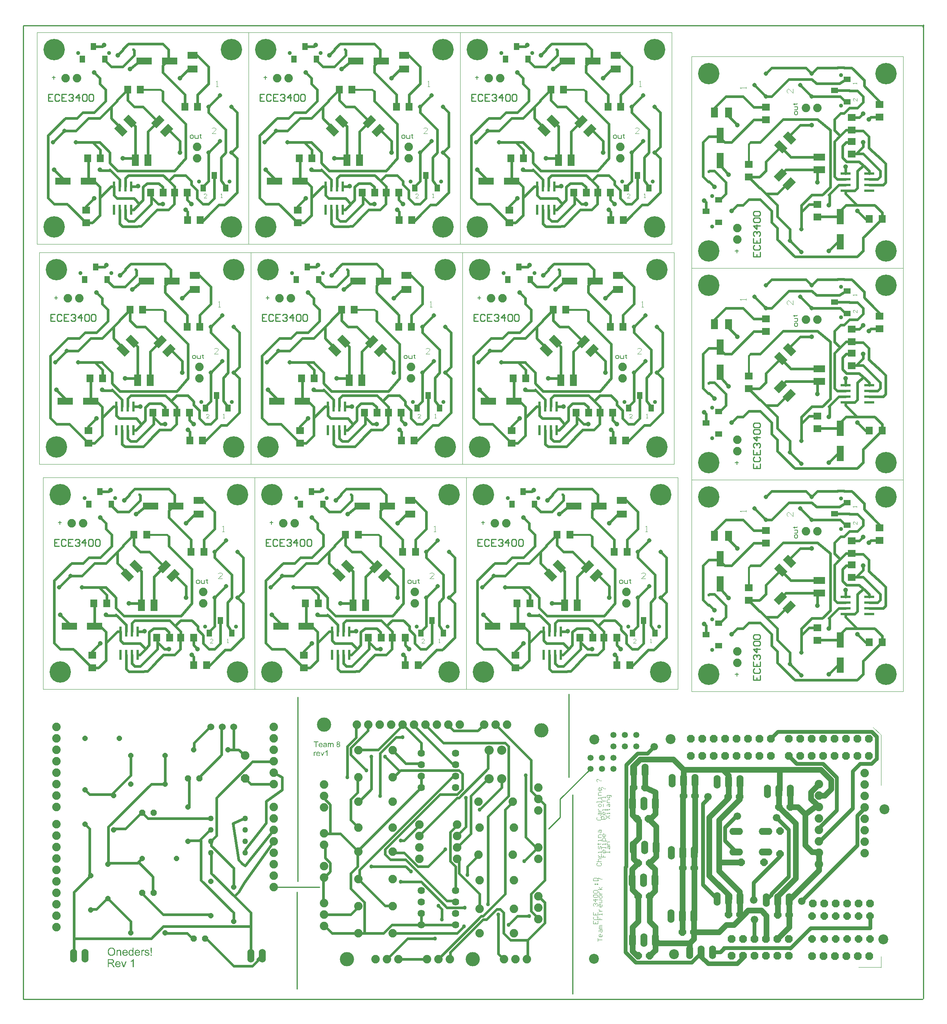
<source format=gtl>
%FSTAX23Y23*%
%MOIN*%
%SFA1B1*%

%IPPOS*%
%AMD13*
4,1,4,-0.058300,-0.013900,-0.013900,-0.058300,0.058300,0.013900,0.013900,0.058300,-0.058300,-0.013900,0.0*
%
%AMD15*
4,1,4,0.013900,-0.058300,0.058300,-0.013900,-0.013900,0.058300,-0.058300,0.013900,0.013900,-0.058300,0.0*
%
%AMD48*
4,1,8,-0.013300,0.032000,-0.032000,0.013300,-0.032000,-0.013300,-0.013300,-0.032000,0.013300,-0.032000,0.032000,-0.013300,0.032000,0.013300,0.013300,0.032000,-0.013300,0.032000,0.0*
%
%AMD49*
4,1,8,-0.032000,-0.013300,-0.013300,-0.032000,0.013300,-0.032000,0.032000,-0.013300,0.032000,0.013300,0.013300,0.032000,-0.013300,0.032000,-0.032000,0.013300,-0.032000,-0.013300,0.0*
%
%AMD51*
4,1,8,-0.033900,-0.014100,-0.014100,-0.033900,0.014100,-0.033900,0.033900,-0.014100,0.033900,0.014100,0.014100,0.033900,-0.014100,0.033900,-0.033900,0.014100,-0.033900,-0.014100,0.0*
%
%AMD57*
4,1,8,0.023200,0.009600,0.009600,0.023200,-0.009600,0.023200,-0.023200,0.009600,-0.023200,-0.009600,-0.009600,-0.023200,0.009600,-0.023200,0.023200,-0.009600,0.023200,0.009600,0.0*
%
%AMD58*
4,1,8,-0.009600,0.023200,-0.023200,0.009600,-0.023200,-0.009600,-0.009600,-0.023200,0.009600,-0.023200,0.023200,-0.009600,0.023200,0.009600,0.009600,0.023200,-0.009600,0.023200,0.0*
%
%AMD61*
4,1,8,-0.011200,0.027100,-0.027100,0.011200,-0.027100,-0.011200,-0.011200,-0.027100,0.011200,-0.027100,0.027100,-0.011200,0.027100,0.011200,0.011200,0.027100,-0.011200,0.027100,0.0*
%
%AMD62*
4,1,8,0.036300,0.015100,0.015100,0.036300,-0.015100,0.036300,-0.036300,0.015100,-0.036300,-0.015100,-0.015100,-0.036300,0.015100,-0.036300,0.036300,-0.015100,0.036300,0.015100,0.0*
%
%ADD10R,0.062992X0.070984*%
%ADD11R,0.137795X0.062992*%
%ADD12R,0.062992X0.070866*%
G04~CAMADD=13~9~0.0~0.0~629.9~1023.6~0.0~0.0~0~0.0~0.0~0.0~0.0~0~0.0~0.0~0.0~0.0~0~0.0~0.0~0.0~135.0~1166.0~1165.0*
%ADD13D13*%
%ADD14R,0.062992X0.102362*%
G04~CAMADD=15~9~0.0~0.0~629.9~1023.6~0.0~0.0~0~0.0~0.0~0.0~0.0~0~0.0~0.0~0.0~0.0~0~0.0~0.0~0.0~225.0~1166.0~1165.0*
%ADD15D15*%
%ADD16R,0.047244X0.062992*%
%ADD17R,0.086614X0.059055*%
%ADD18R,0.023622X0.023622*%
%ADD19R,0.070866X0.062992*%
%ADD20R,0.023622X0.086614*%
%ADD21R,0.070984X0.062992*%
%ADD22R,0.062992X0.137795*%
%ADD23R,0.102362X0.062992*%
%ADD24R,0.062992X0.047244*%
%ADD25R,0.059055X0.086614*%
%ADD26R,0.023622X0.023622*%
%ADD27R,0.086614X0.023622*%
%ADD28C,0.024016*%
%ADD29C,0.015984*%
%ADD30C,0.005984*%
%ADD31C,0.010000*%
%ADD32C,0.032008*%
%ADD33C,0.050000*%
%ADD34C,0.012008*%
%ADD35C,0.040000*%
%ADD36C,0.002717*%
%ADD37C,0.004094*%
%ADD38C,0.006378*%
%ADD39C,0.008937*%
%ADD40C,0.003071*%
%ADD41C,0.000000*%
%ADD42C,0.074016*%
%ADD43C,0.035433*%
%ADD44C,0.038386*%
%ADD45C,0.187008*%
%ADD46C,0.065984*%
%ADD47O,0.060000X0.120000*%
G04~CAMADD=48~4~0.0~0.0~639.1~639.1~0.0~187.2~0~0.0~0.0~0.0~0.0~0~0.0~0.0~0.0~0.0~0~0.0~0.0~0.0~45.0~639.1~639.1*
%ADD48D48*%
G04~CAMADD=49~4~0.0~0.0~639.1~639.1~0.0~187.2~0~0.0~0.0~0.0~0.0~0~0.0~0.0~0.0~0.0~0~0.0~0.0~0.0~135.0~639.1~639.1*
%ADD49D49*%
%ADD50O,0.120000X0.060000*%
G04~CAMADD=51~4~0.0~0.0~677.6~677.6~0.0~198.5~0~0.0~0.0~0.0~0.0~0~0.0~0.0~0.0~0.0~0~0.0~0.0~0.0~135.0~677.6~677.6*
%ADD51D51*%
%ADD52C,0.086614*%
%ADD53C,0.064016*%
%ADD54C,0.075000*%
%ADD55C,0.080000*%
%ADD56C,0.125000*%
G04~CAMADD=57~4~0.0~0.0~464.8~464.8~0.0~136.2~0~0.0~0.0~0.0~0.0~0~0.0~0.0~0.0~0.0~0~0.0~0.0~0.0~315.0~464.8~464.8*
%ADD57D57*%
G04~CAMADD=58~4~0.0~0.0~464.8~464.8~0.0~136.2~0~0.0~0.0~0.0~0.0~0~0.0~0.0~0.0~0.0~0~0.0~0.0~0.0~45.0~464.8~464.8*
%ADD58D58*%
%ADD59C,0.060000*%
%ADD60C,0.050000*%
G04~CAMADD=61~4~0.0~0.0~542.3~542.3~0.0~158.8~0~0.0~0.0~0.0~0.0~0~0.0~0.0~0.0~0.0~0~0.0~0.0~0.0~45.0~542.3~542.3*
%ADD61D61*%
G04~CAMADD=62~4~0.0~0.0~726.4~726.4~0.0~212.7~0~0.0~0.0~0.0~0.0~0~0.0~0.0~0.0~0.0~0~0.0~0.0~0.0~315.0~726.4~726.4*
%ADD62D62*%
%ADD63C,0.041575*%
%ADD64C,0.053150*%
%ADD65C,0.034016*%
%LNmergedpcbs-1*%
%LPD*%
G36*
X34561Y22056D02*
X34561Y22056D01*
X34562Y22056*
X34564Y22055*
X34565Y22055*
X34566Y22055*
X34567Y22054*
X34569Y22054*
X3457Y22053*
X34572Y22052*
X34573Y22051*
X34574Y2205*
X34576Y22049*
X34576Y22049*
X34576Y22049*
X34576Y22048*
X34577Y22048*
X34577Y22047*
X34578Y22046*
X34578Y22045*
X34579Y22044*
X34579Y22043*
X3458Y22041*
X3458Y2204*
X34581Y22038*
X34581Y22036*
X34582Y22034*
X34582Y22032*
X34582Y2203*
Y2203*
Y22029*
Y22028*
X34582Y22027*
X34544*
Y22027*
Y22027*
X34544Y22027*
Y22026*
X34544Y22025*
X34545Y22025*
X34545Y22023*
X34545Y22021*
X34546Y22019*
X34547Y22017*
X34549Y22015*
X34549*
X34549Y22015*
X3455Y22014*
X34551Y22013*
X34552Y22013*
X34553Y22012*
X34555Y22011*
X34557Y22011*
X34558Y22011*
X34559Y2201*
X3456*
X34561Y22011*
X34562Y22011*
X34563Y22011*
X34565Y22011*
X34566Y22012*
X34567Y22013*
X34568Y22013*
X34568Y22013*
X34569Y22014*
X34569Y22015*
X3457Y22016*
X34571Y22017*
X34572Y22019*
X34573Y22021*
X34582Y2202*
Y2202*
X34582Y22019*
X34581Y22019*
X34581Y22018*
X34581Y22018*
X34581Y22017*
X3458Y22015*
X34579Y22013*
X34577Y22011*
X34576Y22009*
X34574Y22008*
X34574*
X34574Y22007*
X34573Y22007*
X34573Y22007*
X34572Y22007*
X34572Y22006*
X34571Y22006*
X3457Y22006*
X34569Y22005*
X34568Y22005*
X34565Y22004*
X34563Y22004*
X34559Y22003*
X34558*
X34558Y22003*
X34557Y22004*
X34556Y22004*
X34554Y22004*
X34553Y22004*
X3455Y22005*
X34549Y22006*
X34547Y22006*
X34546Y22007*
X34545Y22008*
X34543Y22009*
X34542Y2201*
X34542Y2201*
X34542Y2201*
X34541Y22011*
X34541Y22011*
X3454Y22012*
X3454Y22013*
X34539Y22014*
X34539Y22015*
X34538Y22016*
X34537Y22018*
X34537Y22019*
X34536Y22021*
X34536Y22023*
X34536Y22025*
X34536Y22027*
X34535Y22029*
Y22029*
Y2203*
Y2203*
X34536Y22031*
X34536Y22032*
X34536Y22034*
X34536Y22035*
X34536Y22036*
X34537Y2204*
X34538Y22041*
X34538Y22043*
X34539Y22045*
X3454Y22046*
X34541Y22048*
X34542Y22049*
X34542Y22049*
X34542Y22049*
X34543Y2205*
X34543Y2205*
X34544Y22051*
X34545Y22051*
X34545Y22052*
X34547Y22052*
X34548Y22053*
X34549Y22054*
X3455Y22054*
X34552Y22055*
X34554Y22055*
X34555Y22056*
X34557Y22056*
X34559Y22056*
X3456*
X34561Y22056*
G37*
G36*
X34695Y22105D02*
X34687D01*
Y22111*
X34687Y22111*
X34687Y22111*
X34687Y2211*
X34686Y2211*
X34686Y22109*
X34685Y22109*
X34685Y22108*
X34684Y22107*
X34683Y22106*
X34682Y22106*
X34681Y22105*
X34679Y22105*
X34678Y22104*
X34676Y22104*
X34675Y22104*
X34673Y22103*
X34672*
X34672Y22104*
X34671Y22104*
X3467Y22104*
X34668Y22104*
X34666Y22105*
X34664Y22106*
X34662Y22107*
X34662*
X34662Y22107*
X34661Y22107*
X3466Y22108*
X34659Y22109*
X34658Y2211*
X34657Y22112*
X34655Y22114*
X34654Y22116*
Y22116*
X34654Y22116*
X34654Y22117*
X34654Y22117*
X34654Y22118*
X34653Y22118*
X34653Y22119*
X34653Y2212*
X34652Y22122*
X34652Y22124*
X34652Y22127*
X34652Y2213*
Y2213*
Y2213*
Y2213*
Y22131*
X34652Y22132*
Y22132*
X34652Y22134*
X34652Y22136*
X34653Y22139*
X34653Y22141*
X34654Y22143*
Y22143*
X34654Y22144*
X34654Y22144*
X34655Y22144*
X34655Y22145*
X34656Y22147*
X34657Y22148*
X34658Y2215*
X3466Y22151*
X34662Y22153*
X34662*
X34662Y22153*
X34662Y22153*
X34662Y22153*
X34663Y22154*
X34665Y22154*
X34666Y22155*
X34668Y22155*
X3467Y22156*
X34673Y22156*
X34674*
X34674Y22156*
X34675Y22156*
X34677Y22155*
X34678Y22155*
X3468Y22155*
X34681Y22154*
X34681Y22154*
X34681Y22154*
X34682Y22153*
X34683Y22153*
X34684Y22152*
X34685Y22151*
X34686Y2215*
X34687Y22149*
Y22174*
X34695*
Y22105*
G37*
G36*
X34572Y22156D02*
X34573Y22156D01*
X34574Y22156*
X34576Y22155*
X34577Y22155*
X34579Y22154*
X34579Y22154*
X34579Y22154*
X3458Y22154*
X34581Y22153*
X34582Y22153*
X34583Y22152*
X34584Y22151*
X34584Y2215*
X34584Y2215*
X34585Y22149*
X34585Y22149*
X34585Y22148*
X34586Y22147*
X34586Y22146*
X34587Y22145*
X34587Y22144*
Y22144*
X34587Y22143*
X34587Y22143*
X34587Y22142*
Y22141*
X34587Y22139*
X34588Y22138*
Y22135*
Y22105*
X34579*
Y22135*
Y22135*
Y22135*
Y22136*
Y22137*
X34579Y22138*
X34579Y22139*
X34579Y22141*
X34578Y22142*
X34578Y22143*
Y22143*
X34578Y22143*
X34578Y22144*
X34577Y22144*
X34577Y22145*
X34576Y22146*
X34575Y22146*
X34574Y22147*
X34574Y22147*
X34574Y22147*
X34573Y22147*
X34573Y22148*
X34572Y22148*
X34571Y22148*
X3457Y22148*
X34568Y22149*
X34568*
X34568Y22148*
X34567Y22148*
X34565Y22148*
X34564Y22148*
X34562Y22147*
X34561Y22146*
X34559Y22145*
X34559Y22145*
X34559Y22144*
X34558Y22144*
X34558Y22143*
X34558Y22143*
X34557Y22142*
X34557Y22141*
X34556Y2214*
X34556Y22139*
X34556Y22138*
X34556Y22137*
X34555Y22135*
X34555Y22134*
Y22132*
Y22105*
X34547*
Y22155*
X34554*
Y22148*
X34554Y22148*
X34555Y22148*
X34555Y22148*
X34555Y22149*
X34556Y2215*
X34557Y2215*
X34557Y22151*
X34558Y22152*
X34559Y22153*
X34561Y22153*
X34562Y22154*
X34563Y22155*
X34565Y22155*
X34567Y22156*
X34568Y22156*
X3457Y22156*
X34571*
X34572Y22156*
G37*
G36*
X34614Y22005D02*
X34606D01*
X34587Y22055*
X34596*
X34607Y22025*
Y22025*
X34607Y22025*
X34607Y22024*
X34607Y22024*
X34608Y22023*
X34608Y22022*
X34608Y2202*
X34609Y22018*
X3461Y22016*
X3461Y22015*
X3461Y22015*
X3461Y22015*
X34611Y22016*
X34611Y22017*
X34611Y22019*
X34612Y2202*
X34613Y22022*
X34613Y22024*
X34625Y22055*
X34633*
X34614Y22005*
G37*
G36*
X34698D02*
X34689D01*
Y22059*
X34689Y22059*
X34689Y22058*
X34688Y22058*
X34687Y22057*
X34686Y22056*
X34684Y22055*
X34683Y22054*
X34681Y22053*
X34681*
X34681Y22053*
X3468Y22052*
X34679Y22052*
X34678Y22051*
X34677Y22051*
X34675Y2205*
X34674Y22049*
X34672Y22049*
Y22057*
X34672*
X34672Y22057*
X34673Y22057*
X34673Y22057*
X34674Y22058*
X34675Y22058*
X34676Y22059*
X34678Y2206*
X3468Y22062*
X34682Y22063*
X34685Y22065*
X34685Y22065*
X34685Y22065*
X34685Y22065*
X34685Y22066*
X34686Y22067*
X34688Y22068*
X34689Y22069*
X3469Y22071*
X34691Y22073*
X34692Y22074*
X34698*
Y22005*
G37*
G36*
X34503Y22074D02*
X34503D01*
X34506Y22074*
X34508Y22073*
X3451Y22073*
X34512Y22073*
X34513Y22072*
X34514Y22072*
X34514*
X34515Y22072*
X34515Y22072*
X34516Y22071*
X34517Y22071*
X34518Y2207*
X3452Y22068*
X34521Y22067*
X34522Y22065*
Y22065*
X34522Y22065*
X34523Y22065*
X34523Y22064*
X34524Y22062*
X34524Y22061*
X34525Y22059*
X34525Y22057*
X34525Y22055*
Y22055*
Y22055*
Y22054*
X34525Y22054*
Y22053*
X34525Y22052*
X34524Y22051*
X34524Y22049*
X34523Y22047*
X34522Y22044*
X34521Y22043*
X3452Y22042*
X3452Y22042*
X3452Y22042*
X3452Y22042*
X34519Y22042*
X34519Y22041*
X34518Y22041*
X34517Y2204*
X34517Y2204*
X34516Y22039*
X34514Y22039*
X34513Y22038*
X34512Y22038*
X3451Y22037*
X34509Y22037*
X34507Y22036*
X34505Y22036*
X34506Y22036*
X34506Y22036*
X34507Y22035*
X34507Y22035*
X34509Y22034*
X3451Y22033*
X34511Y22033*
X34511Y22032*
X34512Y22032*
X34512Y22031*
X34513Y2203*
X34515Y22029*
X34516Y22027*
X34517Y22025*
X34519Y22023*
X34531Y22005*
X34519*
X3451Y22019*
Y22019*
X3451Y22019*
X3451Y2202*
X34509Y2202*
X34509Y22021*
X34508Y22022*
X34507Y22024*
X34505Y22026*
X34504Y22027*
X34503Y22028*
X34503Y22029*
X34503Y22029*
X34502Y2203*
X34502Y2203*
X345Y22032*
X34499Y22032*
X34499Y22033*
X34499Y22033*
X34498Y22033*
X34498Y22034*
X34497Y22034*
X34497Y22034*
X34496Y22034*
X34494Y22035*
X34494*
X34494Y22035*
X34494*
X34493Y22035*
X34492Y22035*
X34492*
X34491Y22035*
X34479*
Y22005*
X3447*
Y22074*
X34502*
X34503Y22074*
G37*
G36*
X34783Y22156D02*
X34784Y22156D01*
X34785Y22155*
X34787Y22155*
X34788Y22154*
X3479Y22153*
X34787Y22145*
X34787Y22145*
X34786Y22146*
X34786Y22146*
X34785Y22146*
X34784Y22147*
X34783Y22147*
X34782Y22147*
X34781Y22147*
X3478*
X3478Y22147*
X34779Y22147*
X34778Y22147*
X34777Y22146*
X34777Y22146*
X34776Y22145*
X34776Y22145*
X34775Y22145*
X34775Y22145*
X34775Y22144*
X34774Y22144*
X34774Y22143*
X34773Y22142*
X34773Y22141*
X34772Y22141*
X34772Y2214*
X34772Y22139*
X34772Y22138*
X34772Y22136*
X34771Y22135*
X34771Y22133*
X34771Y22131*
Y22105*
X34763*
Y22155*
X3477*
Y22147*
X3477Y22147*
X34771Y22148*
X34771Y22149*
X34772Y2215*
X34773Y22151*
X34774Y22152*
X34775Y22153*
X34776Y22154*
X34776Y22154*
X34776Y22155*
X34777Y22155*
X34777Y22155*
X34778Y22155*
X34779Y22156*
X3478Y22156*
X34781Y22156*
X34782*
X34783Y22156*
G37*
G36*
X34731D02*
X34732Y22156D01*
X34733Y22156*
X34734Y22155*
X34735Y22155*
X34736Y22155*
X34738Y22154*
X34739Y22154*
X34741Y22153*
X34742Y22152*
X34743Y22151*
X34745Y2215*
X34746Y22149*
X34746Y22149*
X34746Y22149*
X34747Y22148*
X34747Y22148*
X34747Y22147*
X34748Y22146*
X34749Y22145*
X34749Y22144*
X3475Y22143*
X3475Y22141*
X34751Y2214*
X34751Y22138*
X34752Y22136*
X34752Y22134*
X34752Y22132*
X34752Y2213*
Y2213*
Y22129*
Y22128*
X34752Y22127*
X34715*
Y22127*
Y22127*
X34715Y22127*
Y22126*
X34715Y22125*
X34715Y22125*
X34715Y22123*
X34716Y22121*
X34717Y22119*
X34718Y22117*
X34719Y22115*
X34719*
X34719Y22115*
X3472Y22114*
X34721Y22113*
X34722Y22113*
X34724Y22112*
X34726Y22111*
X34728Y22111*
X34729Y22111*
X3473Y2211*
X34731*
X34732Y22111*
X34733Y22111*
X34734Y22111*
X34735Y22111*
X34737Y22112*
X34738Y22113*
X34738Y22113*
X34738Y22113*
X34739Y22114*
X3474Y22115*
X34741Y22116*
X34741Y22117*
X34742Y22119*
X34743Y22121*
X34752Y2212*
Y2212*
X34752Y22119*
X34752Y22119*
X34752Y22118*
X34751Y22118*
X34751Y22117*
X3475Y22115*
X34749Y22113*
X34748Y22111*
X34746Y22109*
X34744Y22108*
X34744*
X34744Y22107*
X34744Y22107*
X34743Y22107*
X34743Y22107*
X34742Y22106*
X34741Y22106*
X3474Y22105*
X34739Y22105*
X34738Y22105*
X34736Y22104*
X34733Y22104*
X3473Y22103*
X34729*
X34728Y22104*
X34727Y22104*
X34726Y22104*
X34725Y22104*
X34724Y22104*
X34721Y22105*
X34719Y22106*
X34718Y22106*
X34716Y22107*
X34715Y22108*
X34714Y22109*
X34712Y2211*
X34712Y2211*
X34712Y2211*
X34712Y22111*
X34711Y22111*
X34711Y22112*
X3471Y22113*
X3471Y22114*
X34709Y22115*
X34708Y22116*
X34708Y22118*
X34707Y22119*
X34707Y22121*
X34706Y22123*
X34706Y22125*
X34706Y22127*
X34706Y22129*
Y22129*
Y2213*
Y2213*
X34706Y22131*
X34706Y22132*
X34706Y22134*
X34706Y22135*
X34707Y22136*
X34707Y2214*
X34708Y22141*
X34709Y22143*
X34709Y22145*
X3471Y22146*
X34711Y22148*
X34712Y22149*
X34712Y22149*
X34713Y22149*
X34713Y2215*
X34714Y2215*
X34714Y22151*
X34715Y22151*
X34716Y22152*
X34717Y22152*
X34718Y22153*
X34719Y22154*
X34721Y22154*
X34722Y22155*
X34724Y22155*
X34726Y22156*
X34727Y22156*
X34729Y22156*
X3473*
X34731Y22156*
G37*
G36*
X34623D02*
X34624Y22156D01*
X34625Y22156*
X34626Y22155*
X34627Y22155*
X34628Y22155*
X3463Y22154*
X34631Y22154*
X34633Y22153*
X34634Y22152*
X34635Y22151*
X34637Y2215*
X34638Y22149*
X34638Y22149*
X34638Y22149*
X34638Y22148*
X34639Y22148*
X34639Y22147*
X3464Y22146*
X3464Y22145*
X34641Y22144*
X34642Y22143*
X34642Y22141*
X34643Y2214*
X34643Y22138*
X34644Y22136*
X34644Y22134*
X34644Y22132*
X34644Y2213*
Y2213*
Y22129*
Y22128*
X34644Y22127*
X34607*
Y22127*
Y22127*
X34607Y22127*
Y22126*
X34607Y22125*
X34607Y22125*
X34607Y22123*
X34608Y22121*
X34609Y22119*
X3461Y22117*
X34611Y22115*
X34611*
X34611Y22115*
X34612Y22114*
X34613Y22113*
X34614Y22113*
X34616Y22112*
X34617Y22111*
X3462Y22111*
X34621Y22111*
X34622Y2211*
X34623*
X34624Y22111*
X34625Y22111*
X34626Y22111*
X34627Y22111*
X34629Y22112*
X3463Y22113*
X3463Y22113*
X3463Y22113*
X34631Y22114*
X34632Y22115*
X34633Y22116*
X34633Y22117*
X34634Y22119*
X34635Y22121*
X34644Y2212*
Y2212*
X34644Y22119*
X34644Y22119*
X34644Y22118*
X34643Y22118*
X34643Y22117*
X34642Y22115*
X34641Y22113*
X3464Y22111*
X34638Y22109*
X34636Y22108*
X34636*
X34636Y22107*
X34636Y22107*
X34635Y22107*
X34635Y22107*
X34634Y22106*
X34633Y22106*
X34632Y22105*
X34631Y22105*
X3463Y22105*
X34628Y22104*
X34625Y22104*
X34622Y22103*
X34621*
X3462Y22104*
X34619Y22104*
X34618Y22104*
X34617Y22104*
X34615Y22104*
X34613Y22105*
X34611Y22106*
X3461Y22106*
X34608Y22107*
X34607Y22108*
X34606Y22109*
X34604Y2211*
X34604Y2211*
X34604Y2211*
X34604Y22111*
X34603Y22111*
X34603Y22112*
X34602Y22113*
X34602Y22114*
X34601Y22115*
X346Y22116*
X346Y22118*
X34599Y22119*
X34599Y22121*
X34598Y22123*
X34598Y22125*
X34598Y22127*
X34598Y22129*
Y22129*
Y2213*
Y2213*
X34598Y22131*
X34598Y22132*
X34598Y22134*
X34598Y22135*
X34599Y22136*
X34599Y2214*
X346Y22141*
X34601Y22143*
X34601Y22145*
X34602Y22146*
X34603Y22148*
X34604Y22149*
X34604Y22149*
X34605Y22149*
X34605Y2215*
X34606Y2215*
X34606Y22151*
X34607Y22151*
X34608Y22152*
X34609Y22152*
X3461Y22153*
X34611Y22154*
X34613Y22154*
X34614Y22155*
X34616Y22155*
X34618Y22156*
X34619Y22156*
X34621Y22156*
X34622*
X34623Y22156*
G37*
G36*
X34504Y22175D02*
X34505D01*
X34506Y22175*
X34507Y22175*
X34509Y22175*
X34511Y22174*
X34514Y22173*
X34517Y22172*
X34519Y22171*
X3452Y22171*
X3452Y2217*
X3452Y2217*
X34521Y2217*
X34521Y2217*
X34522Y22169*
X34523Y22169*
X34525Y22167*
X34526Y22165*
X34528Y22163*
X3453Y22161*
X34532Y22158*
Y22158*
X34532Y22157*
X34532Y22157*
X34532Y22156*
X34533Y22155*
X34533Y22155*
X34534Y22153*
X34534Y22152*
X34534Y22151*
X34535Y2215*
X34535Y22148*
X34535Y22146*
X34536Y22143*
X34536Y22139*
Y22139*
Y22139*
Y22138*
X34536Y22137*
Y22136*
X34536Y22135*
X34536Y22134*
X34535Y22133*
X34535Y2213*
X34534Y22127*
X34533Y22123*
X34532Y22122*
X34532Y2212*
Y2212*
X34531Y2212*
X34531Y22119*
X34531Y22119*
X3453Y22118*
X3453Y22117*
X34529Y22115*
X34527Y22113*
X34525Y22111*
X34522Y22109*
X3452Y22108*
X3452*
X34519Y22107*
X34519Y22107*
X34518Y22107*
X34517Y22107*
X34517Y22106*
X34516Y22106*
X34515Y22105*
X34513Y22105*
X34512Y22105*
X34509Y22104*
X34506Y22104*
X34503Y22103*
X34502*
X34501Y22103*
X345*
X34499Y22104*
X34498Y22104*
X34497Y22104*
X34494Y22105*
X34491Y22105*
X34488Y22107*
X34487Y22107*
X34485Y22108*
X34485Y22108*
X34485Y22108*
X34484Y22109*
X34484Y22109*
X34483Y22109*
X34483Y2211*
X34481Y22111*
X34479Y22113*
X34477Y22115*
X34475Y22118*
X34473Y22121*
Y22121*
X34473Y22121*
X34473Y22122*
X34473Y22122*
X34473Y22123*
X34472Y22124*
X34472Y22125*
X34472Y22126*
X34471Y22127*
X34471Y22129*
X3447Y22132*
X3447Y22135*
X3447Y22138*
Y22138*
Y22138*
Y22139*
X3447Y2214*
Y22141*
X3447Y22143*
X3447Y22144*
X3447Y22146*
X34471Y22148*
X34471Y2215*
X34472Y22152*
X34473Y22155*
X34473Y22157*
X34474Y22159*
X34476Y22161*
X34477Y22163*
X34479Y22165*
X34479Y22165*
X34479Y22166*
X3448Y22166*
X3448Y22167*
X34481Y22168*
X34482Y22168*
X34484Y22169*
X34485Y2217*
X34487Y22171*
X34489Y22172*
X34491Y22173*
X34493Y22174*
X34495Y22174*
X34498Y22175*
X345Y22175*
X34503Y22175*
X34504*
X34504Y22175*
G37*
G36*
X34814Y22156D02*
X34815Y22156D01*
X34817Y22156*
X34818Y22155*
X3482Y22155*
X34822Y22154*
X34822*
X34822Y22154*
X34823Y22154*
X34824Y22153*
X34825Y22153*
X34826Y22152*
X34827Y22151*
X34828Y22151*
X34829Y2215*
X34829Y22149*
X34829Y22149*
X34829Y22148*
X3483Y22148*
X3483Y22146*
X34831Y22145*
X34831Y22144*
X34832Y22142*
X34823Y22141*
Y22141*
X34823Y22141*
X34823Y22142*
X34823Y22143*
X34822Y22144*
X34822Y22145*
X34821Y22146*
X3482Y22147*
X3482Y22147*
X34819Y22147*
X34819Y22147*
X34818Y22148*
X34817Y22148*
X34816Y22149*
X34814Y22149*
X34812Y22149*
X34811*
X3481Y22149*
X34809Y22149*
X34808Y22148*
X34806Y22148*
X34805Y22148*
X34804Y22147*
X34804Y22147*
X34803Y22147*
X34803Y22146*
X34803Y22146*
X34802Y22145*
X34802Y22144*
X34801Y22143*
X34801Y22142*
Y22142*
Y22142*
X34801Y22142*
Y22141*
X34802Y2214*
X34802Y22139*
X34802Y22139*
X34803Y22139*
X34803Y22139*
X34803Y22139*
X34804Y22138*
X34804Y22138*
X34805Y22138*
X34806Y22137*
X34806*
X34806Y22137*
X34806Y22137*
X34807Y22137*
X34808Y22136*
X34809Y22136*
X3481Y22136*
X34811Y22136*
X34812Y22135*
X34813Y22135*
X34813*
X34814Y22135*
X34814Y22135*
X34815Y22135*
X34815Y22134*
X34816Y22134*
X34818Y22134*
X3482Y22133*
X34822Y22132*
X34824Y22132*
X34825Y22131*
X34826Y22131*
X34826Y22131*
X34826Y22131*
X34827Y2213*
X34828Y2213*
X34829Y22129*
X3483Y22128*
X34831Y22128*
X34831Y22127*
X34832Y22127*
X34832Y22126*
X34832Y22125*
X34833Y22125*
X34833Y22123*
X34833Y22122*
X34833Y22121*
X34834Y22119*
Y22119*
Y22119*
X34833Y22118*
X34833Y22117*
X34833Y22115*
X34832Y22114*
X34832Y22113*
X34831Y22111*
X34831Y22111*
X34831Y22111*
X3483Y2211*
X34829Y22109*
X34828Y22108*
X34827Y22107*
X34826Y22106*
X34824Y22105*
X34824*
X34824Y22105*
X34823Y22105*
X34822Y22105*
X34821Y22104*
X34819Y22104*
X34817Y22104*
X34815Y22104*
X34813Y22103*
X34812*
X34812Y22104*
X34811*
X3481Y22104*
X34809Y22104*
X34808Y22104*
X34805Y22104*
X34803Y22105*
X348Y22106*
X34799Y22107*
X34798Y22107*
X34798Y22108*
X34798Y22108*
X34797Y22108*
X34797Y22109*
X34795Y22111*
X34794Y22112*
X34793Y22114*
X34792Y22117*
X34792Y2212*
X348Y22121*
Y22121*
Y22121*
X348Y2212*
X34801Y22119*
X34801Y22118*
X34801Y22117*
X34802Y22115*
X34803Y22114*
X34804Y22113*
X34804Y22113*
X34805Y22113*
X34805Y22112*
X34806Y22112*
X34808Y22111*
X34809Y22111*
X34811Y22111*
X34813Y2211*
X34814*
X34815Y22111*
X34816Y22111*
X34818Y22111*
X34819Y22111*
X34821Y22112*
X34822Y22113*
X34822Y22113*
X34822Y22113*
X34823Y22114*
X34823Y22114*
X34824Y22115*
X34824Y22116*
X34825Y22117*
X34825Y22118*
Y22118*
Y22119*
X34825Y22119*
X34825Y2212*
X34824Y22121*
X34824Y22121*
X34823Y22122*
X34822Y22123*
X34822Y22123*
X34822Y22123*
X34821Y22123*
X3482Y22124*
X34819Y22124*
X34819Y22124*
X34818Y22125*
X34817Y22125*
X34816Y22125*
X34815Y22125*
X34813Y22126*
X34813*
X34813Y22126*
X34813Y22126*
X34812Y22126*
X34811Y22126*
X3481Y22127*
X34808Y22127*
X34806Y22128*
X34804Y22128*
X34802Y22129*
X34801Y2213*
X348Y2213*
X348Y2213*
X348Y2213*
X34799Y22131*
X34798Y22131*
X34797Y22132*
X34797Y22133*
X34796Y22134*
X34795Y22135*
X34795Y22135*
X34795Y22135*
X34794Y22136*
X34794Y22137*
X34794Y22138*
X34793Y22139*
X34793Y2214*
X34793Y22141*
Y22142*
Y22142*
X34793Y22143*
X34793Y22144*
X34793Y22144*
X34794Y22146*
X34794Y22147*
X34795Y22148*
X34795Y22148*
X34795Y22148*
X34795Y22149*
X34796Y22149*
X34796Y2215*
X34797Y22151*
X34798Y22152*
X34799Y22152*
X34799Y22153*
X34799Y22153*
X348Y22153*
X348Y22153*
X34801Y22154*
X34802Y22154*
X34803Y22155*
X34804Y22155*
X34804Y22155*
X34805Y22155*
X34806Y22155*
X34806Y22155*
X34808Y22156*
X34809Y22156*
X3481Y22156*
X34813*
X34814Y22156*
G37*
G36*
X34856Y22159D02*
X34854Y22122D01*
X34848*
X34846Y22159*
Y22174*
X34856*
Y22159*
G37*
G36*
X34856Y22105D02*
X34846D01*
Y22114*
X34856*
Y22105*
G37*
G36*
X36487Y23977D02*
X36488Y23977D01*
X36488Y23977*
X36489Y23977*
X3649Y23976*
X36491Y23976*
X36493Y23975*
X36494Y23975*
X36495Y23974*
X36496Y23974*
X36496Y23973*
X36497Y23973*
X36497Y23973*
X36497Y23973*
X36497Y23972*
X36497Y23972*
X36498Y23972*
X36498Y2397*
X36499Y23969*
X365Y23967*
X365Y23966*
X365Y23965*
X365Y23964*
Y23964*
Y23964*
Y23963*
X365Y23963*
X365Y23962*
X365Y23961*
X365Y2396*
X36499Y23959*
X36499Y23958*
X36499Y23958*
X36498Y23957*
X36498Y23957*
X36497Y23956*
X36496Y23956*
X36495Y23955*
X36494Y23954*
X36493Y23954*
X36493*
X36493Y23954*
X36494Y23954*
X36494Y23954*
X36495Y23953*
X36496Y23953*
X36497Y23952*
X36498Y23951*
X36499Y2395*
X365Y23949*
Y23949*
X365Y23949*
X365Y23948*
X36501Y23948*
X36501Y23947*
X36502Y23946*
X36502Y23944*
X36502Y23943*
X36502Y23941*
Y23941*
Y23941*
Y2394*
X36502Y2394*
X36502Y2394*
X36502Y23939*
X36502Y23938*
X36502Y23937*
X36501Y23936*
X36501Y23935*
X36501Y23934*
X365Y23933*
X36499Y23932*
X36499Y23931*
X36498Y2393*
X36498Y2393*
X36498Y2393*
X36497Y2393*
X36497Y2393*
X36497Y23929*
X36496Y23929*
X36495Y23929*
X36495Y23928*
X36494Y23928*
X36493Y23927*
X36492Y23927*
X36491Y23927*
X3649Y23927*
X36489Y23926*
X36487Y23926*
X36486Y23926*
X36485*
X36485Y23926*
X36484Y23926*
X36484Y23926*
X36483Y23927*
X36482Y23927*
X3648Y23927*
X36479Y23928*
X36478Y23928*
X36477Y23928*
X36476Y23929*
X36475Y2393*
X36474Y2393*
X36474Y23931*
X36474Y23931*
X36474Y23931*
X36473Y23931*
X36473Y23932*
X36473Y23932*
X36472Y23933*
X36472Y23933*
X36472Y23934*
X36471Y23935*
X3647Y23937*
X3647Y23938*
X3647Y23939*
X3647Y2394*
X3647Y23941*
Y23941*
Y23941*
Y23942*
X3647Y23942*
Y23942*
X3647Y23943*
X3647Y23944*
X3647Y23945*
X36471Y23947*
X36471Y23948*
X36472Y23949*
Y23949*
X36472Y2395*
X36473Y2395*
X36473Y2395*
X36474Y23951*
X36475Y23952*
X36476Y23953*
X36478Y23953*
X36479Y23954*
X36479*
X36479Y23954*
X36479Y23954*
X36479Y23954*
X36478Y23954*
X36477Y23955*
X36476Y23955*
X36475Y23956*
X36474Y23957*
X36474Y23958*
X36473Y23958*
X36473Y23958*
X36473Y23959*
X36473Y23959*
X36472Y2396*
X36472Y23961*
X36472Y23963*
X36472Y23964*
Y23964*
Y23964*
Y23965*
X36472Y23965*
X36472Y23965*
X36472Y23966*
X36472Y23967*
X36473Y23969*
X36473Y2397*
X36474Y23971*
X36474Y23972*
X36475Y23972*
X36476Y23973*
X36476Y23973*
X36476Y23973*
X36476Y23973*
X36476Y23974*
X36477Y23974*
X36477Y23974*
X36478Y23975*
X36478Y23975*
X36479Y23975*
X3648Y23976*
X36481Y23976*
X36482Y23976*
X36484Y23977*
X36485Y23977*
X36486Y23977*
X36487*
X36487Y23977*
G37*
G36*
X36311Y23886D02*
X36312Y23886D01*
X36312Y23886*
X36313Y23886*
X36314Y23886*
X36315Y23885*
X36316Y23885*
X36317Y23885*
X36318Y23884*
X36319Y23884*
X3632Y23883*
X36321Y23882*
X36322Y23881*
X36322Y23881*
X36322Y23881*
X36322Y23881*
X36322Y2388*
X36323Y2388*
X36323Y23879*
X36324Y23879*
X36324Y23878*
X36324Y23877*
X36325Y23876*
X36325Y23875*
X36326Y23873*
X36326Y23872*
X36326Y23871*
X36326Y23869*
X36326Y23867*
Y23867*
Y23867*
Y23867*
X36326Y23866*
X36299*
Y23866*
Y23866*
X36299Y23865*
Y23865*
X36299Y23864*
X363Y23864*
X363Y23863*
X363Y23861*
X36301Y2386*
X36302Y23858*
X36303Y23857*
X36303*
X36303Y23857*
X36303Y23856*
X36304Y23856*
X36305Y23855*
X36306Y23855*
X36307Y23854*
X36309Y23854*
X36309Y23854*
X3631Y23854*
X36311*
X36311Y23854*
X36312Y23854*
X36313Y23854*
X36314Y23854*
X36315Y23855*
X36316Y23855*
X36316Y23856*
X36316Y23856*
X36317Y23856*
X36317Y23857*
X36318Y23858*
X36319Y23859*
X36319Y2386*
X3632Y23861*
X36326Y2386*
Y2386*
X36326Y2386*
X36326Y2386*
X36326Y23859*
X36326Y23859*
X36325Y23858*
X36325Y23857*
X36324Y23856*
X36323Y23854*
X36322Y23853*
X3632Y23852*
X3632*
X3632Y23852*
X3632Y23851*
X3632Y23851*
X36319Y23851*
X36319Y23851*
X36318Y2385*
X36318Y2385*
X36317Y2385*
X36316Y2385*
X36314Y23849*
X36312Y23849*
X3631Y23849*
X36309*
X36309Y23849*
X36308Y23849*
X36307Y23849*
X36307Y23849*
X36306Y23849*
X36304Y2385*
X36303Y2385*
X36302Y23851*
X36301Y23851*
X363Y23852*
X36299Y23853*
X36298Y23854*
X36298Y23854*
X36297Y23854*
X36297Y23854*
X36297Y23854*
X36297Y23855*
X36296Y23856*
X36296Y23856*
X36295Y23857*
X36295Y23858*
X36295Y23859*
X36294Y2386*
X36294Y23861*
X36294Y23863*
X36293Y23864*
X36293Y23866*
X36293Y23867*
Y23867*
Y23868*
Y23868*
X36293Y23869*
X36293Y23869*
X36293Y2387*
X36293Y23871*
X36294Y23872*
X36294Y23875*
X36295Y23876*
X36295Y23877*
X36296Y23878*
X36296Y23879*
X36297Y2388*
X36298Y23881*
X36298Y23881*
X36298Y23881*
X36298Y23882*
X36299Y23882*
X36299Y23882*
X363Y23883*
X363Y23883*
X36301Y23884*
X36302Y23884*
X36303Y23885*
X36304Y23885*
X36305Y23885*
X36306Y23886*
X36307Y23886*
X36308Y23886*
X3631Y23886*
X36311*
X36311Y23886*
G37*
G36*
X36433Y23964D02*
X36433D01*
X36434Y23964*
X36435Y23963*
X36436Y23963*
X36438Y23962*
X36439Y23962*
X3644Y23961*
X3644Y23961*
X36441Y2396*
X36441Y2396*
X36442Y23959*
X36442Y23959*
X36442Y23958*
X36442Y23957*
X36443Y23957*
X36443Y23956*
X36443Y23955*
X36443Y23954*
X36443Y23953*
Y23952*
Y23927*
X36437*
Y2395*
Y2395*
Y2395*
Y2395*
Y23951*
X36437Y23952*
X36437Y23952*
X36437Y23953*
X36437Y23954*
X36437Y23955*
Y23955*
X36436Y23955*
X36436Y23955*
X36436Y23956*
X36436Y23956*
X36435Y23957*
X36435Y23957*
X36434Y23957*
X36434Y23958*
X36434Y23958*
X36434Y23958*
X36433Y23958*
X36433Y23958*
X36432Y23958*
X36432Y23958*
X36431Y23958*
X3643*
X3643Y23958*
X36429Y23958*
X36429Y23958*
X36428Y23958*
X36426Y23957*
X36425Y23957*
X36424Y23956*
X36424Y23956*
X36424Y23955*
X36424Y23955*
X36423Y23954*
X36423Y23953*
X36422Y23951*
X36422Y2395*
X36422Y23948*
Y23927*
X36416*
Y2395*
Y2395*
Y23951*
Y23951*
Y23951*
X36416Y23952*
X36416Y23953*
X36415Y23954*
X36415Y23955*
X36415Y23956*
X36414Y23956*
X36414Y23956*
X36414Y23957*
X36414Y23957*
X36413Y23957*
X36412Y23958*
X36412Y23958*
X36411Y23958*
X36409Y23958*
X36409*
X36408Y23958*
X36408Y23958*
X36407Y23958*
X36406Y23958*
X36406Y23958*
X36405Y23957*
X36405Y23957*
X36404Y23957*
X36404Y23957*
X36403Y23956*
X36403Y23956*
X36402Y23955*
X36402Y23954*
X36402Y23953*
X36401Y23953*
X36401Y23953*
X36401Y23952*
X36401Y23951*
X36401Y2395*
X36401Y23949*
X36401Y23947*
X364Y23946*
Y23927*
X36394*
Y23963*
X364*
Y23958*
X364Y23958*
X364Y23958*
X36401Y23959*
X36401Y23959*
X36402Y2396*
X36402Y23961*
X36403Y23961*
X36404Y23962*
X36405Y23962*
X36405Y23962*
X36405Y23963*
X36406Y23963*
X36407Y23963*
X36408Y23963*
X36409Y23964*
X36411Y23964*
X36411*
X36412Y23964*
X36413Y23964*
X36414Y23963*
X36415Y23963*
X36416Y23963*
X36417Y23962*
X36417Y23962*
X36418Y23962*
X36418Y23961*
X36419Y23961*
X36419Y2396*
X3642Y23959*
X3642Y23958*
X36421Y23957*
X36421Y23957*
X36421Y23958*
X36421Y23958*
X36422Y23958*
X36422Y23959*
X36423Y23959*
X36423Y2396*
X36424Y23961*
X36425Y23961*
X36426Y23962*
X36426Y23962*
X36427Y23963*
X36429Y23963*
X3643Y23963*
X36431Y23964*
X36432Y23964*
X36433*
X36433Y23964*
G37*
G36*
X3639Y2385D02*
X36384D01*
Y23888*
X36383Y23888*
X36383Y23888*
X36383Y23887*
X36382Y23887*
X36381Y23886*
X3638Y23886*
X36379Y23885*
X36378Y23884*
X36378*
X36378Y23884*
X36377Y23884*
X36376Y23883*
X36376Y23883*
X36375Y23882*
X36374Y23882*
X36372Y23881*
X36371Y23881*
Y23887*
X36371*
X36372Y23887*
X36372Y23887*
X36372Y23887*
X36373Y23887*
X36373Y23888*
X36374Y23889*
X36376Y23889*
X36377Y2389*
X36379Y23891*
X3638Y23893*
X3638Y23893*
X3638Y23893*
X36381Y23893*
X36381Y23893*
X36382Y23894*
X36382Y23895*
X36383Y23896*
X36384Y23897*
X36385Y23898*
X36386Y23899*
X3639*
Y2385*
G37*
G36*
X36286Y23886D02*
X36287Y23886D01*
X36288Y23886*
X36289Y23885*
X3629Y23885*
X36292Y23884*
X36289Y23879*
X36289Y23879*
X36289Y23879*
X36288Y23879*
X36288Y23879*
X36287Y2388*
X36286Y2388*
X36286Y2388*
X36285Y2388*
X36285*
X36284Y2388*
X36284Y2388*
X36283Y2388*
X36283Y23879*
X36282Y23879*
X36281Y23879*
X36281Y23879*
X36281Y23879*
X36281Y23878*
X3628Y23878*
X3628Y23877*
X3628Y23877*
X36279Y23876*
X36279Y23875*
X36279Y23875*
X36279Y23875*
X36279Y23874*
X36279Y23873*
X36278Y23872*
X36278Y23871*
X36278Y2387*
X36278Y23868*
Y2385*
X36272*
Y23885*
X36278*
Y2388*
X36278Y2388*
X36278Y23881*
X36278Y23881*
X36279Y23882*
X36279Y23883*
X3628Y23884*
X36281Y23884*
X36281Y23885*
X36281Y23885*
X36282Y23885*
X36282Y23885*
X36282Y23886*
X36283Y23886*
X36284Y23886*
X36284Y23886*
X36285Y23886*
X36286*
X36286Y23886*
G37*
G36*
X36349Y2385D02*
X36343D01*
X3633Y23885*
X36336*
X36344Y23864*
Y23864*
X36344Y23864*
X36344Y23864*
X36344Y23863*
X36345Y23863*
X36345Y23862*
X36345Y23861*
X36346Y23859*
X36346Y23858*
X36346Y23857*
X36347Y23857*
X36347Y23857*
X36347Y23858*
X36347Y23859*
X36347Y2386*
X36348Y23861*
X36348Y23862*
X36349Y23863*
X36357Y23885*
X36363*
X36349Y2385*
G37*
G36*
X36333Y23964D02*
X36334Y23964D01*
X36335Y23963*
X36335Y23963*
X36336Y23963*
X36337Y23963*
X36338Y23963*
X36339Y23962*
X3634Y23962*
X36341Y23961*
X36342Y2396*
X36343Y2396*
X36344Y23959*
X36344Y23959*
X36344Y23959*
X36344Y23958*
X36345Y23958*
X36345Y23957*
X36345Y23957*
X36346Y23956*
X36346Y23955*
X36347Y23954*
X36347Y23953*
X36347Y23952*
X36348Y23951*
X36348Y2395*
X36348Y23948*
X36348Y23947*
X36348Y23945*
Y23945*
Y23945*
Y23944*
X36348Y23943*
X36321*
Y23943*
Y23943*
X36322Y23943*
Y23942*
X36322Y23942*
X36322Y23941*
X36322Y2394*
X36322Y23939*
X36323Y23937*
X36324Y23936*
X36325Y23934*
X36325*
X36325Y23934*
X36325Y23934*
X36326Y23933*
X36327Y23933*
X36328Y23932*
X36329Y23932*
X36331Y23931*
X36332Y23931*
X36332Y23931*
X36333*
X36334Y23931*
X36334Y23931*
X36335Y23932*
X36336Y23932*
X36337Y23932*
X36338Y23933*
X36338Y23933*
X36339Y23933*
X36339Y23934*
X36339Y23934*
X3634Y23935*
X36341Y23936*
X36341Y23937*
X36342Y23939*
X36348Y23938*
Y23938*
X36348Y23938*
X36348Y23937*
X36348Y23937*
X36348Y23936*
X36347Y23936*
X36347Y23935*
X36346Y23933*
X36345Y23932*
X36344Y23931*
X36343Y23929*
X36343*
X36342Y23929*
X36342Y23929*
X36342Y23929*
X36341Y23929*
X36341Y23928*
X3634Y23928*
X3634Y23928*
X36339Y23927*
X36338Y23927*
X36337Y23927*
X36335Y23926*
X36332Y23926*
X36332*
X36331Y23926*
X3633Y23926*
X3633Y23927*
X36329Y23927*
X36328Y23927*
X36326Y23927*
X36325Y23928*
X36324Y23928*
X36323Y23929*
X36322Y23929*
X36321Y2393*
X3632Y23931*
X3632Y23931*
X3632Y23931*
X36319Y23932*
X36319Y23932*
X36319Y23932*
X36318Y23933*
X36318Y23934*
X36318Y23935*
X36317Y23935*
X36317Y23936*
X36316Y23938*
X36316Y23939*
X36316Y2394*
X36315Y23942*
X36315Y23943*
X36315Y23945*
Y23945*
Y23945*
Y23945*
X36315Y23946*
X36315Y23947*
X36315Y23948*
X36316Y23949*
X36316Y2395*
X36316Y23952*
X36317Y23953*
X36317Y23954*
X36318Y23956*
X36318Y23957*
X36319Y23958*
X3632Y23959*
X3632Y23959*
X3632Y23959*
X3632Y23959*
X36321Y2396*
X36321Y2396*
X36322Y2396*
X36322Y23961*
X36323Y23961*
X36324Y23962*
X36325Y23962*
X36326Y23963*
X36327Y23963*
X36328Y23963*
X36329Y23964*
X36331Y23964*
X36332Y23964*
X36333*
X36333Y23964*
G37*
G36*
X36373D02*
X36374Y23964D01*
X36375Y23963*
X36376Y23963*
X36377Y23963*
X36379Y23963*
X36379Y23963*
X36379Y23962*
X3638Y23962*
X3638Y23962*
X36381Y23961*
X36382Y23961*
X36382Y2396*
X36383Y2396*
X36383Y2396*
X36383Y2396*
X36383Y23959*
X36384Y23959*
X36384Y23958*
X36384Y23958*
X36385Y23957*
X36385Y23956*
Y23956*
X36385Y23956*
X36385Y23955*
X36385Y23955*
Y23954*
X36385Y23953*
X36385Y23952*
Y2395*
Y23942*
Y23942*
Y23942*
Y23941*
Y23941*
Y2394*
Y23939*
X36385Y23938*
Y23936*
X36385Y23934*
X36385Y23933*
Y23932*
X36385Y23932*
X36385Y23931*
Y23931*
X36385Y23931*
X36386Y23931*
X36386Y2393*
X36386Y23929*
X36386Y23929*
X36387Y23928*
X36387Y23927*
X36381*
X3638Y23927*
X3638Y23927*
X3638Y23928*
X3638Y23928*
X3638Y23929*
X3638Y2393*
X3638Y23931*
X36379Y23932*
X36379*
X36379Y23931*
X36379Y23931*
X36378Y23931*
X36377Y2393*
X36376Y23929*
X36375Y23929*
X36374Y23928*
X36373Y23927*
X36373Y23927*
X36372Y23927*
X36372Y23927*
X36371Y23927*
X3637Y23927*
X36369Y23926*
X36367Y23926*
X36366Y23926*
X36365*
X36365Y23926*
X36365*
X36364Y23926*
X36363Y23927*
X36361Y23927*
X3636Y23927*
X36358Y23928*
X36357Y23929*
X36357Y23929*
X36356Y2393*
X36356Y2393*
X36355Y23931*
X36355Y23932*
X36354Y23933*
X36354Y23935*
X36354Y23936*
X36354Y23936*
Y23937*
Y23937*
X36354Y23937*
X36354Y23938*
X36354Y23939*
X36354Y2394*
X36355Y2394*
X36355Y23941*
X36355Y23941*
X36355Y23942*
X36355Y23942*
X36356Y23943*
X36356Y23943*
X36357Y23944*
X36357Y23944*
X36358Y23945*
X36358Y23945*
X36358Y23945*
X36359Y23945*
X36359Y23946*
X3636Y23946*
X36361Y23946*
X36362Y23947*
X36363Y23947*
X36363*
X36363Y23947*
X36363Y23947*
X36364Y23947*
X36365Y23947*
X36366Y23947*
X36367Y23948*
X36368Y23948*
X36368*
X36368Y23948*
X36369*
X36369Y23948*
X3637Y23948*
X3637Y23948*
X36371Y23948*
X36372Y23948*
X36374Y23949*
X36376Y23949*
X36377Y23949*
X36378Y2395*
X36379Y2395*
Y2395*
Y2395*
X36379Y23951*
Y23951*
Y23951*
Y23951*
Y23952*
Y23952*
Y23952*
X36379Y23953*
X36379Y23954*
X36378Y23954*
X36378Y23955*
X36378Y23956*
X36377Y23957*
X36377Y23957*
X36377Y23957*
X36376Y23957*
X36375Y23958*
X36374Y23958*
X36373Y23958*
X36372Y23959*
X3637Y23959*
X36369*
X36369Y23959*
X36368Y23959*
X36367Y23958*
X36366Y23958*
X36365Y23958*
X36364Y23957*
X36364Y23957*
X36363Y23957*
X36363Y23957*
X36363Y23956*
X36362Y23955*
X36362Y23954*
X36361Y23953*
X36361Y23952*
X36355Y23953*
Y23953*
X36355Y23953*
Y23953*
X36355Y23953*
X36355Y23954*
X36356Y23955*
X36356Y23956*
X36356Y23957*
X36357Y23958*
X36358Y23959*
X36358Y23959*
X36358Y23959*
X36358Y2396*
X36359Y2396*
X3636Y23961*
X36361Y23961*
X36362Y23962*
X36363Y23962*
X36363*
X36363Y23963*
X36363Y23963*
X36364Y23963*
X36364Y23963*
X36365Y23963*
X36366Y23963*
X36368Y23964*
X36369Y23964*
X36371Y23964*
X36372*
X36373Y23964*
G37*
G36*
X36311Y23971D02*
X36295D01*
Y23927*
X36288*
Y23971*
X36272*
Y23977*
X36311*
Y23971*
G37*
%LNmergedpcbs-2*%
%LPC*%
G36*
X34559Y22049D02*
X34558D01*
X34558Y22049*
X34557Y22049*
X34556Y22048*
X34554Y22048*
X34552Y22047*
X34551Y22046*
X34549Y22045*
X34549Y22045*
X34549Y22044*
X34548Y22043*
X34547Y22042*
X34546Y22041*
X34546Y22039*
X34545Y22037*
X34545Y22035*
X34573*
Y22035*
Y22035*
X34573Y22035*
Y22036*
X34573Y22037*
X34572Y22038*
X34572Y2204*
X34571Y22041*
X3457Y22043*
X3457Y22044*
Y22044*
X34569Y22044*
X34569Y22045*
X34568Y22046*
X34567Y22046*
X34565Y22047*
X34563Y22048*
X34561Y22049*
X3456Y22049*
X34559Y22049*
G37*
G36*
X34674Y22149D02*
X34673D01*
X34673Y22149*
X34672Y22149*
X3467Y22148*
X34669Y22148*
X34667Y22147*
X34666Y22146*
X34665Y22145*
X34664Y22144*
Y22144*
X34664Y22144*
X34664Y22144*
X34663Y22143*
X34663Y22143*
X34663Y22142*
X34663Y22142*
X34662Y22141*
X34662Y2214*
X34661Y22139*
X34661Y22137*
X34661Y22136*
X34661Y22135*
X3466Y22133*
X3466Y22131*
Y2213*
Y2213*
Y22129*
Y22129*
X3466Y22128*
Y22127*
X3466Y22126*
X34661Y22124*
X34661Y22122*
X34662Y22119*
X34663Y22117*
X34664Y22116*
X34664Y22115*
X34664*
X34664Y22115*
X34665Y22114*
X34666Y22114*
X34667Y22113*
X34668Y22112*
X3467Y22111*
X34672Y22111*
X34673Y22111*
X34674Y2211*
X34674*
X34675Y22111*
X34676Y22111*
X34677Y22111*
X34679Y22112*
X3468Y22112*
X34682Y22113*
X34683Y22114*
X34683Y22115*
Y22115*
X34684Y22115*
X34684Y22115*
X34684Y22116*
X34684Y22116*
X34685Y22117*
X34685Y22118*
X34685Y22118*
X34686Y22119*
X34686Y2212*
X34687Y22122*
X34687Y22123*
X34687Y22124*
X34687Y22126*
X34687Y22127*
Y22129*
Y22129*
Y22129*
Y2213*
X34687Y22131*
Y22131*
X34687Y22132*
X34687Y22134*
X34687Y22135*
X34686Y22137*
X34686Y2214*
X34685Y22142*
X34684Y22143*
X34683Y22144*
Y22144*
X34683Y22144*
X34683Y22145*
X34682Y22146*
X34681Y22147*
X34679Y22147*
X34678Y22148*
X34676Y22149*
X34675Y22149*
X34674Y22149*
G37*
G36*
X34501Y22066D02*
X34479D01*
Y22043*
X34499*
X34501Y22043*
X34502Y22043*
X34504Y22044*
X34505Y22044*
X34507Y22044*
X34508Y22044*
X34508Y22045*
X34509Y22045*
X34509Y22045*
X3451Y22045*
X34511Y22046*
X34512Y22047*
X34513Y22048*
X34514Y22049*
X34514Y22049*
X34514Y22049*
X34514Y2205*
X34515Y22051*
X34515Y22051*
X34515Y22052*
X34515Y22054*
X34516Y22055*
Y22055*
Y22055*
X34515Y22056*
X34515Y22057*
X34515Y22058*
X34515Y22059*
X34514Y2206*
X34513Y22062*
X34512Y22063*
X34512Y22063*
X34511Y22064*
X3451Y22064*
X34509Y22065*
X34508Y22065*
X34506Y22066*
X34503Y22066*
X34501Y22066*
G37*
G36*
X34729Y22149D02*
X34729D01*
X34728Y22149*
X34727Y22149*
X34726Y22148*
X34724Y22148*
X34723Y22147*
X34721Y22146*
X3472Y22145*
X34719Y22145*
X34719Y22144*
X34718Y22143*
X34717Y22142*
X34717Y22141*
X34716Y22139*
X34715Y22137*
X34715Y22135*
X34743*
Y22135*
Y22135*
X34743Y22135*
Y22136*
X34743Y22137*
X34743Y22138*
X34742Y2214*
X34742Y22141*
X34741Y22143*
X3474Y22144*
Y22144*
X3474Y22144*
X34739Y22145*
X34738Y22146*
X34737Y22146*
X34736Y22147*
X34734Y22148*
X34732Y22149*
X34731Y22149*
X34729Y22149*
G37*
G36*
X34621D02*
X34621D01*
X3462Y22149*
X34619Y22149*
X34618Y22148*
X34616Y22148*
X34615Y22147*
X34613Y22146*
X34611Y22145*
X34611Y22145*
X34611Y22144*
X3461Y22143*
X34609Y22142*
X34609Y22141*
X34608Y22139*
X34607Y22137*
X34607Y22135*
X34635*
Y22135*
Y22135*
X34635Y22135*
Y22136*
X34635Y22137*
X34635Y22138*
X34634Y2214*
X34634Y22141*
X34633Y22143*
X34632Y22144*
Y22144*
X34632Y22144*
X34631Y22145*
X3463Y22146*
X34629Y22146*
X34628Y22147*
X34626Y22148*
X34624Y22149*
X34623Y22149*
X34621Y22149*
G37*
G36*
X34503Y22167D02*
X34502D01*
X34501Y22167*
X345Y22167*
X34499Y22167*
X34498Y22167*
X34497Y22166*
X34494Y22166*
X34493Y22165*
X34492Y22164*
X3449Y22164*
X34489Y22163*
X34487Y22162*
X34486Y22161*
X34486Y2216*
X34486Y2216*
X34485Y2216*
X34485Y22159*
X34484Y22159*
X34484Y22158*
X34483Y22157*
X34482Y22155*
X34482Y22154*
X34481Y22152*
X34481Y2215*
X3448Y22148*
X3448Y22146*
X34479Y22144*
X34479Y22141*
X34479Y22138*
Y22138*
Y22138*
Y22137*
X34479Y22136*
X34479Y22135*
X34479Y22134*
X3448Y22132*
X3448Y22131*
X34481Y22128*
X34481Y22126*
X34482Y22124*
X34483Y22123*
X34483Y22121*
X34484Y2212*
X34486Y22118*
X34486Y22118*
X34486Y22118*
X34486Y22118*
X34487Y22117*
X34488Y22117*
X34488Y22116*
X34489Y22115*
X3449Y22115*
X34491Y22114*
X34493Y22113*
X34494Y22113*
X34496Y22112*
X34497Y22112*
X34499Y22111*
X34501Y22111*
X34503Y22111*
X34503*
X34504Y22111*
X34504*
X34505Y22111*
X34506Y22112*
X34507Y22112*
X34509Y22112*
X3451Y22112*
X34511Y22113*
X34513Y22113*
X34514Y22114*
X34516Y22115*
X34517Y22116*
X34518Y22117*
X3452Y22118*
X3452Y22118*
X3452Y22119*
X3452Y22119*
X34521Y2212*
X34521Y2212*
X34522Y22121*
X34522Y22122*
X34523Y22124*
X34524Y22125*
X34524Y22127*
X34525Y22128*
X34526Y2213*
X34526Y22132*
X34526Y22134*
X34526Y22137*
X34527Y22139*
Y22139*
Y2214*
Y2214*
Y22141*
X34526Y22141*
Y22142*
X34526Y22143*
X34526Y22144*
X34526Y22146*
X34525Y22149*
X34525Y22151*
X34524Y22154*
Y22154*
X34524Y22154*
X34523Y22155*
X34523Y22155*
X34522Y22156*
X34522Y22157*
X3452Y22159*
X34519Y22161*
X34517Y22162*
X34515Y22164*
X34515*
X34515Y22164*
X34515Y22164*
X34514Y22164*
X34514Y22165*
X34513Y22165*
X34512Y22166*
X3451Y22166*
X34508Y22167*
X34505Y22167*
X34503Y22167*
G37*
G36*
X36486Y23951D02*
X36485D01*
X36485Y23951*
X36484Y23951*
X36483Y23951*
X36482Y23951*
X36481Y2395*
X3648Y23949*
X36479Y23948*
X36479Y23948*
X36478Y23948*
X36478Y23947*
X36477Y23946*
X36477Y23945*
X36476Y23944*
X36476Y23943*
X36476Y23941*
Y23941*
Y23941*
X36476Y2394*
X36476Y2394*
X36476Y23939*
X36477Y23938*
X36477Y23937*
X36477Y23936*
X36477Y23936*
X36477Y23936*
X36478Y23935*
X36478Y23935*
X36479Y23934*
X36479Y23934*
X3648Y23933*
X36481Y23932*
X36481Y23932*
X36481Y23932*
X36482Y23932*
X36482Y23932*
X36483Y23932*
X36484Y23931*
X36485Y23931*
X36486Y23931*
X36487*
X36487Y23931*
X36488Y23931*
X36489Y23932*
X3649Y23932*
X36491Y23932*
X36492Y23933*
X36493Y23934*
X36493Y23934*
X36494Y23934*
X36494Y23935*
X36495Y23936*
X36495Y23937*
X36496Y23938*
X36496Y2394*
X36496Y23941*
Y23941*
Y23941*
Y23941*
X36496Y23942*
X36496Y23943*
X36496Y23944*
X36495Y23945*
X36495Y23946*
X36494Y23947*
X36493Y23948*
X36493Y23948*
X36493Y23949*
X36492Y23949*
X36491Y2395*
X3649Y2395*
X36489Y23951*
X36487Y23951*
X36486Y23951*
G37*
G36*
X36486Y23972D02*
X36486D01*
X36485Y23972*
X36484Y23972*
X36483Y23971*
X36482Y23971*
X36481Y2397*
X3648Y2397*
X3648Y23969*
X3648Y23969*
X3648Y23969*
X36479Y23968*
X36479Y23967*
X36478Y23966*
X36478Y23965*
X36478Y23964*
Y23964*
Y23964*
X36478Y23964*
X36478Y23963*
X36478Y23962*
X36479Y23961*
X36479Y2396*
X3648Y23959*
X3648Y23958*
X3648Y23958*
X36481Y23958*
X36481Y23958*
X36482Y23957*
X36483Y23957*
X36484Y23957*
X36485Y23956*
X36486Y23956*
X36486*
X36487Y23956*
X36487Y23956*
X36488Y23956*
X36489Y23957*
X3649Y23957*
X36491Y23958*
X36492Y23958*
X36492Y23958*
X36492Y23959*
X36493Y23959*
X36493Y2396*
X36493Y23961*
X36494Y23962*
X36494Y23963*
X36494Y23964*
Y23964*
Y23964*
Y23964*
X36494Y23965*
X36494Y23966*
X36494Y23967*
X36493Y23968*
X36493Y23969*
X36492Y2397*
X36492Y2397*
X36491Y2397*
X36491Y2397*
X3649Y23971*
X36489Y23971*
X36488Y23971*
X36487Y23972*
X36486Y23972*
G37*
G36*
X3631Y23881D02*
X3631D01*
X36309Y23881*
X36308Y23881*
X36307Y23881*
X36306Y23881*
X36305Y2388*
X36304Y23879*
X36303Y23878*
X36303Y23878*
X36302Y23878*
X36302Y23877*
X36301Y23876*
X36301Y23875*
X363Y23874*
X363Y23873*
X363Y23871*
X3632*
Y23871*
Y23871*
X3632Y23871*
Y23872*
X3632Y23873*
X36319Y23873*
X36319Y23875*
X36319Y23876*
X36318Y23877*
X36317Y23878*
Y23878*
X36317Y23878*
X36317Y23878*
X36316Y23879*
X36315Y23879*
X36314Y2388*
X36313Y23881*
X36312Y23881*
X36311Y23881*
X3631Y23881*
G37*
G36*
X36332Y23959D02*
X36332D01*
X36331Y23959*
X36331Y23959*
X3633Y23958*
X36329Y23958*
X36327Y23958*
X36326Y23957*
X36325Y23956*
X36325Y23956*
X36325Y23955*
X36324Y23955*
X36324Y23954*
X36323Y23953*
X36322Y23952*
X36322Y2395*
X36322Y23948*
X36342*
Y23949*
Y23949*
X36342Y23949*
Y23949*
X36342Y2395*
X36342Y23951*
X36341Y23952*
X36341Y23953*
X3634Y23954*
X3634Y23955*
Y23955*
X36339Y23955*
X36339Y23956*
X36338Y23956*
X36338Y23957*
X36337Y23958*
X36335Y23958*
X36334Y23959*
X36333Y23959*
X36332Y23959*
G37*
G36*
X36379Y23945D02*
X36379D01*
X36379Y23945*
X36379Y23945*
X36378Y23945*
X36378Y23945*
X36377Y23945*
X36377Y23944*
X36376Y23944*
X36376Y23944*
X36375Y23944*
X36374Y23944*
X36373Y23943*
X36372Y23943*
X36371Y23943*
X3637Y23943*
X36369Y23943*
X36369*
X36368Y23943*
X36368Y23942*
X36367Y23942*
X36366Y23942*
X36365Y23942*
X36364Y23942*
X36364Y23941*
X36363*
X36363Y23941*
X36363Y23941*
X36363Y23941*
X36362Y2394*
X36361Y2394*
Y23939*
X36361Y23939*
X36361Y23939*
X36361Y23939*
X36361Y23938*
X3636Y23938*
X3636Y23937*
X3636Y23937*
Y23937*
Y23936*
X3636Y23936*
X36361Y23935*
X36361Y23935*
X36361Y23934*
X36362Y23933*
X36362Y23933*
X36362Y23933*
X36362Y23932*
X36363Y23932*
X36363Y23932*
X36364Y23932*
X36365Y23931*
X36366Y23931*
X36368Y23931*
X36368*
X36369Y23931*
X3637Y23931*
X36371Y23931*
X36372Y23932*
X36373Y23932*
X36374Y23933*
X36374Y23933*
X36374Y23933*
X36375Y23933*
X36375Y23934*
X36376Y23934*
X36377Y23935*
X36377Y23936*
X36378Y23937*
X36378Y23937*
X36378Y23937*
X36378Y23938*
X36378Y23938*
X36379Y23939*
X36379Y2394*
X36379Y23941*
X36379Y23943*
X36379Y23945*
G37*
%LNmergedpcbs-3*%
%LPD*%
G54D10*
X37994Y29075D03*
X38105D03*
X38455Y29675D03*
X38344D03*
X38867Y28532D03*
X38978D03*
X38655Y28775D03*
X38544D03*
X38844Y29525D03*
X38955D03*
X36144Y29075D03*
X36255D03*
X36605Y29675D03*
X36494D03*
X37017Y28532D03*
X37128D03*
X36805Y28775D03*
X36694D03*
X36994Y29525D03*
X37105D03*
X34294Y29075D03*
X34405D03*
X34755Y29675D03*
X34644D03*
X35167Y28532D03*
X35278D03*
X34955Y28775D03*
X34844D03*
X35144Y29525D03*
X35255D03*
X38014Y2715D03*
X38125D03*
X38475Y2775D03*
X38364D03*
X38887Y26607D03*
X38998D03*
X38675Y2685D03*
X38564D03*
X38864Y276D03*
X38975D03*
X36164Y2715D03*
X36275D03*
X36625Y2775D03*
X36514D03*
X37037Y26607D03*
X37148D03*
X36825Y2685D03*
X36714D03*
X37014Y276D03*
X37125D03*
X34314Y2715D03*
X34425D03*
X34775Y2775D03*
X34664D03*
X35187Y26607D03*
X35298D03*
X34975Y2685D03*
X34864D03*
X35164Y276D03*
X35275D03*
X38049Y25185D03*
X3816D03*
X3851Y25785D03*
X38399D03*
X38922Y24642D03*
X39033D03*
X3871Y24885D03*
X38599D03*
X38899Y25635D03*
X3901D03*
X36199Y25185D03*
X3631D03*
X3666Y25785D03*
X36549D03*
X37072Y24642D03*
X37183D03*
X3686Y24885D03*
X36749D03*
X37049Y25635D03*
X3716D03*
X34349Y25185D03*
X3446D03*
X3481Y25785D03*
X34699D03*
X35222Y24642D03*
X35333D03*
X3501Y24885D03*
X34899D03*
X35199Y25635D03*
X3531D03*
G54D11*
X37779Y28875D03*
X38D03*
X38489Y29925D03*
X3871D03*
X35929Y28875D03*
X3615D03*
X36639Y29925D03*
X3686D03*
X34079Y28875D03*
X343D03*
X34789Y29925D03*
X3501D03*
X37799Y2695D03*
X3802D03*
X38509Y28D03*
X3873D03*
X35949Y2695D03*
X3617D03*
X36659Y28D03*
X3688D03*
X34099Y2695D03*
X3432D03*
X34809Y28D03*
X3503D03*
X37834Y24985D03*
X38055D03*
X38544Y26035D03*
X38765D03*
X35984Y24985D03*
X36205D03*
X36694Y26035D03*
X36915D03*
X34134Y24985D03*
X34355D03*
X34844Y26035D03*
X35065D03*
G54D12*
X38754Y28775D03*
X38865D03*
X36904D03*
X37015D03*
X35054D03*
X35165D03*
X4124Y28545D03*
X41129D03*
X4124Y26695D03*
X41129D03*
X4124Y24845D03*
X41129D03*
X38774Y2685D03*
X38885D03*
X36924D03*
X37035D03*
X35074D03*
X35185D03*
X38809Y24885D03*
X3892D03*
X36959D03*
X3707D03*
X35109D03*
X3522D03*
G54D13*
X38608Y29395D03*
X38686Y29317D03*
X36758Y29395D03*
X36836Y29317D03*
X34908Y29395D03*
X34986Y29317D03*
X40428Y28851D03*
X40351Y28928D03*
X40428Y27001D03*
X40351Y27078D03*
X40428Y25151D03*
X40351Y25228D03*
X38628Y2747D03*
X38706Y27392D03*
X36778Y2747D03*
X36856Y27392D03*
X34928Y2747D03*
X35006Y27392D03*
X38663Y25505D03*
X38741Y25427D03*
X36813Y25505D03*
X36891Y25427D03*
X34963Y25505D03*
X35041Y25427D03*
G54D14*
X3852Y29057D03*
X3841D03*
X3667D03*
X3656D03*
X3482D03*
X3471D03*
X3854Y27132D03*
X3843D03*
X3669D03*
X3658D03*
X3484D03*
X3473D03*
X38575Y25167D03*
X38465D03*
X36725D03*
X36615D03*
X34875D03*
X34765D03*
G54D15*
X38286Y29321D03*
X38363Y29398D03*
X36436Y29321D03*
X36513Y29398D03*
X34586Y29321D03*
X34663Y29398D03*
X40354Y29173D03*
X40432Y29251D03*
X40354Y27323D03*
X40432Y27401D03*
X40354Y25473D03*
X40432Y25551D03*
X38306Y27396D03*
X38383Y27473D03*
X36456Y27396D03*
X36533Y27473D03*
X34606Y27396D03*
X34683Y27473D03*
X38341Y25431D03*
X38418Y25508D03*
X36491Y25431D03*
X36568Y25508D03*
X34641Y25431D03*
X34718Y25508D03*
G54D16*
X39101Y28925D03*
X392Y28814D03*
X39003D03*
X38046Y3005D03*
X38145Y29939D03*
X37948D03*
X37251Y28925D03*
X3735Y28814D03*
X37153D03*
X36196Y3005D03*
X36295Y29939D03*
X36098D03*
X35401Y28925D03*
X355Y28814D03*
X35303D03*
X34346Y3005D03*
X34445Y29939D03*
X34248D03*
X39121Y27D03*
X3922Y26889D03*
X39023D03*
X38066Y28125D03*
X38165Y28014D03*
X37968D03*
X37271Y27D03*
X3737Y26889D03*
X37173D03*
X36216Y28125D03*
X36315Y28014D03*
X36118D03*
X35421Y27D03*
X3552Y26889D03*
X35323D03*
X34366Y28125D03*
X34465Y28014D03*
X34268D03*
X39156Y25035D03*
X39255Y24924D03*
X39058D03*
X38101Y2616D03*
X382Y26049D03*
X38003D03*
X37306Y25035D03*
X37405Y24924D03*
X37208D03*
X36251Y2616D03*
X3635Y26049D03*
X36153D03*
X35456Y25035D03*
X35555Y24924D03*
X35358D03*
X34401Y2616D03*
X345Y26049D03*
X34303D03*
G54D17*
X3891Y29975D03*
Y29852D03*
X3706Y29975D03*
Y29852D03*
X3521Y29975D03*
Y29852D03*
X3893Y2805D03*
Y27927D03*
X3708Y2805D03*
Y27927D03*
X3523Y2805D03*
Y27927D03*
X38965Y26085D03*
Y25962D03*
X37115Y26085D03*
Y25962D03*
X35265Y26085D03*
Y25962D03*
G54D18*
X38306Y30025D03*
X38393D03*
X36456D03*
X36543D03*
X34606D03*
X34693D03*
X38326Y281D03*
X38413D03*
X36476D03*
X36563D03*
X34626D03*
X34713D03*
X38361Y26135D03*
X38448D03*
X36511D03*
X36598D03*
X34661D03*
X34748D03*
G54D19*
X3798Y28509D03*
Y2862D03*
X3613Y28509D03*
Y2862D03*
X3428Y28509D03*
Y2862D03*
X40975Y29319D03*
Y2943D03*
Y27469D03*
Y2758D03*
Y25619D03*
Y2573D03*
X38Y26584D03*
Y26695D03*
X3615Y26584D03*
Y26695D03*
X343Y26584D03*
Y26695D03*
X38035Y24619D03*
Y2473D03*
X36185Y24619D03*
Y2473D03*
X34335Y24619D03*
Y2473D03*
G54D20*
X38325Y28827D03*
Y28622D03*
X38375Y28827D03*
X38275D03*
X38225D03*
X38375Y28622D03*
X38275D03*
X38225D03*
X36475Y28827D03*
Y28622D03*
X36525Y28827D03*
X36425D03*
X36375D03*
X36525Y28622D03*
X36425D03*
X36375D03*
X34625Y28827D03*
Y28622D03*
X34675Y28827D03*
X34575D03*
X34525D03*
X34675Y28622D03*
X34575D03*
X34525D03*
X38345Y26902D03*
Y26697D03*
X38395Y26902D03*
X38295D03*
X38245D03*
X38395Y26697D03*
X38295D03*
X38245D03*
X36495Y26902D03*
Y26697D03*
X36545Y26902D03*
X36445D03*
X36395D03*
X36545Y26697D03*
X36445D03*
X36395D03*
X34645Y26902D03*
Y26697D03*
X34695Y26902D03*
X34595D03*
X34545D03*
X34695Y26697D03*
X34595D03*
X34545D03*
X3838Y24937D03*
Y24732D03*
X3843Y24937D03*
X3833D03*
X3828D03*
X3843Y24732D03*
X3833D03*
X3828D03*
X3653Y24937D03*
Y24732D03*
X3658Y24937D03*
X3648D03*
X3643D03*
X3658Y24732D03*
X3648D03*
X3643D03*
X3468Y24937D03*
Y24732D03*
X3473Y24937D03*
X3463D03*
X3458D03*
X3473Y24732D03*
X3463D03*
X3458D03*
G54D21*
X40675Y28559D03*
Y2867D03*
X40075Y2902D03*
Y28909D03*
X41217Y29432D03*
Y29543D03*
X40975Y2922D03*
Y29109D03*
X40225Y29409D03*
Y2952D03*
X40675Y26709D03*
Y2682D03*
X40075Y2717D03*
Y27059D03*
X41217Y27582D03*
Y27693D03*
X40975Y2737D03*
Y27259D03*
X40225Y27559D03*
Y2767D03*
X40675Y24859D03*
Y2497D03*
X40075Y2532D03*
Y25209D03*
X41217Y25732D03*
Y25843D03*
X40975Y2552D03*
Y25409D03*
X40225Y25709D03*
Y2582D03*
G54D22*
X40875Y28344D03*
Y28565D03*
X39825Y29054D03*
Y29275D03*
X40875Y26494D03*
Y26715D03*
X39825Y27204D03*
Y27425D03*
X40875Y24644D03*
Y24865D03*
X39825Y25354D03*
Y25575D03*
G54D23*
X40692Y29085D03*
Y28975D03*
Y27235D03*
Y27125D03*
Y25385D03*
Y25275D03*
G54D24*
X40825Y29666D03*
X40935Y29765D03*
Y29568D03*
X397Y28611D03*
X3981Y2871D03*
Y28513D03*
X40825Y27816D03*
X40935Y27915D03*
Y27718D03*
X397Y26761D03*
X3981Y2686D03*
Y26663D03*
X40825Y25966D03*
X40935Y26065D03*
Y25868D03*
X397Y24911D03*
X3981Y2501D03*
Y24813D03*
G54D25*
X39775Y29475D03*
X39897D03*
X39775Y27625D03*
X39897D03*
X39775Y25775D03*
X39897D03*
G54D26*
X39725Y28871D03*
Y28958D03*
Y27021D03*
Y27108D03*
Y25171D03*
Y25258D03*
G54D27*
X40922Y2889D03*
X41127D03*
X40922Y2894D03*
Y2884D03*
Y2879D03*
X41127Y2894D03*
Y2884D03*
Y2879D03*
X40922Y2704D03*
X41127D03*
X40922Y2709D03*
Y2699D03*
Y2694D03*
X41127Y2709D03*
Y2699D03*
Y2694D03*
X40922Y2519D03*
X41127D03*
X40922Y2524D03*
Y2514D03*
Y2509D03*
X41127Y2524D03*
Y2514D03*
Y2509D03*
G54D28*
X38039Y29215D02*
X38105Y29148D01*
Y29075D02*
Y29148D01*
X38255Y28962D02*
X38755D01*
X381Y29212D02*
X38187Y29125D01*
Y29032D02*
X38255Y28962D01*
X38187Y29032D02*
Y29125D01*
X3865Y29575D02*
X3885Y29375D01*
X3865Y29575D02*
Y29657D01*
X3885Y29075D02*
Y29375D01*
X38755Y28962D02*
X3885Y29075D01*
X38039Y29215D02*
X381D01*
X3789D02*
X38039D01*
X38344Y2958D02*
X384Y29525D01*
X38478D02*
X38608Y29395D01*
X384Y29525D02*
X38478D01*
X38344Y2958D02*
Y29675D01*
X382Y29525D02*
X3825Y29575D01*
X382Y29425D02*
Y29525D01*
Y29425D02*
X38286Y29338D01*
Y29321D02*
Y29338D01*
X3825Y2958D02*
X38344Y29675D01*
X38608Y29395D02*
Y2941D01*
X3852Y29308D02*
X38608Y29395D01*
X3852Y29057D02*
Y29308D01*
X3789Y29315D02*
X38Y29425D01*
X381D02*
X3825Y29575D01*
X38Y29425D02*
X381D01*
X3825Y29575D02*
Y2958D01*
X3779Y29315D02*
X3789D01*
X3769Y29215D02*
X3779Y29315D01*
X39058Y28583D02*
X39141Y28666D01*
X39Y28525D02*
X39058Y28583D01*
X39141Y28666D02*
X39191D01*
X393Y28775*
Y28841*
X39301Y28842D02*
Y28897D01*
X393Y28898D02*
Y29075D01*
X3925Y29125D02*
X393Y29075D01*
X3925Y29125D02*
X393Y29175D01*
Y29475*
X3925Y29525D02*
X393Y29475D01*
X392Y29125D02*
Y29325D01*
X39162Y2908D02*
X392Y29125D01*
X39162Y2888D02*
Y2908D01*
Y2888D02*
X392Y28825D01*
X3905Y29475D02*
X392Y29325D01*
X3905Y29475D02*
Y29525D01*
X3915Y29625*
X3905Y28875D02*
Y29125D01*
X39003Y28828D02*
X3905Y28875D01*
Y29125D02*
X3915Y29225D01*
X3905Y29725D02*
Y29875D01*
X38955Y2963D02*
X3905Y29725D01*
X3895Y29975D02*
X3905Y29875D01*
X38955Y29525D02*
Y2963D01*
X383Y29875D02*
X384Y29975D01*
X382Y29875D02*
X383D01*
X38145Y2993D02*
X382Y29875D01*
X38145Y2993D02*
Y29939D01*
X38393Y30025D02*
X384Y30018D01*
Y29975D02*
Y30018D01*
X38124Y3005D02*
X38138Y30064D01*
X38046Y3005D02*
X38124D01*
X38Y28875D02*
Y29068D01*
X3805Y29825D02*
X381Y29775D01*
Y29725D02*
Y29775D01*
X3865Y29885D02*
X387Y29935D01*
X3865Y29825D02*
Y29885D01*
Y29825D02*
X38844Y2963D01*
Y29525D02*
Y2963D01*
X378Y29425D02*
X379D01*
X381Y29725D02*
X3815Y29675D01*
Y29575D02*
Y29675D01*
X3805Y29475D02*
X3815Y29575D01*
X3795Y29475D02*
X3805D01*
X379Y29425D02*
X3795Y29475D01*
X37647Y29272D02*
X378Y29425D01*
X38258Y29974D02*
X38306Y30022D01*
X37814Y28675D02*
X3798Y28509D01*
X377Y28675D02*
X37814D01*
X37647Y28727D02*
X377Y28675D01*
X37647Y28727D02*
Y29272D01*
X384Y28725D02*
X38445Y28672D01*
X3825Y28725D02*
X384D01*
X38225Y2875D02*
X3825Y28725D01*
X38225Y2875D02*
Y28827D01*
X381Y28728D02*
X38198Y28827D01*
X38225*
X3805Y28875D02*
X381Y28825D01*
Y28728D02*
Y28825D01*
Y28575D02*
Y28728D01*
X38034Y28509D02*
X381Y28575D01*
X3798Y28509D02*
X38034D01*
X387Y29935D02*
Y30025D01*
X3865Y30075D02*
X387Y30025D01*
X3835Y30075D02*
X3865D01*
X38306Y30031D02*
X3835Y30075D01*
X38615Y28855D02*
X3865Y28825D01*
X38515Y28855D02*
X38615D01*
X38477Y28822D02*
X38515Y28855D01*
X38477Y2871D02*
X38477Y28822D01*
X38445Y28672D02*
X38477Y2871D01*
X38397Y28622D02*
X38445Y28672D01*
X3865Y2878D02*
Y28824D01*
X38375Y28622D02*
X38397D01*
X3798Y2862D02*
Y28655D01*
X3805Y28725*
X38865Y28709D02*
X389Y28675D01*
X38865Y28709D02*
Y28775D01*
X388Y29775D02*
X38877Y29852D01*
X38364Y29852D02*
X3845Y29925D01*
X377Y28975D02*
X37779Y28895D01*
X38392Y29075D02*
X3841Y29057D01*
X383Y29075D02*
X38392D01*
X38363Y29398D02*
X3841Y29352D01*
Y29057D02*
Y29352D01*
X38686Y29317D02*
X38693Y29325D01*
X387*
X388Y29225*
Y29125D02*
Y29225D01*
X381Y28975D02*
X38106Y28968D01*
X3815*
X38193*
X38187Y28975D02*
X38275Y28887D01*
Y28827D02*
Y28887D01*
X3855Y28735D02*
X3861Y28675D01*
X3865*
X3855Y28735D02*
Y28769D01*
Y28675D02*
Y28735D01*
X384Y28525D02*
X3855Y28675D01*
X3835Y28525D02*
X384D01*
X38325Y2855D02*
X3835Y28525D01*
X3885Y28625D02*
X38867Y28607D01*
Y28532D02*
Y28607D01*
X38325Y2855D02*
X38325Y28547D01*
X38325Y2855D02*
Y28622D01*
X38656Y28925D02*
X38691Y28889D01*
X3835Y28925D02*
X38656D01*
X38325Y289D02*
X3835Y28925D01*
X38325Y28874D02*
Y289D01*
X391Y28795D02*
X39101Y28796D01*
X391Y28725D02*
Y28795D01*
X3905Y28675D02*
X391Y28725D01*
X39Y28675D02*
X3905D01*
X3895Y28725D02*
X39Y28675D01*
X3895Y28725D02*
Y28794D01*
X38704Y28876D02*
X38752Y28925D01*
X3885*
X38902Y28842D02*
X3895Y28794D01*
X3885Y28925D02*
X38902Y28872D01*
Y28842D02*
Y28872D01*
X39101Y28796D02*
Y28925D01*
X3875Y28675D02*
Y2877D01*
X38684Y28897D02*
X38691Y28889D01*
X38704Y28876*
X38754Y28826*
Y28775D02*
Y28826D01*
X387Y28625D02*
X3875Y28675D01*
X386Y28625D02*
X387D01*
X38532Y28552D02*
X386Y28625D01*
X38505Y28522D02*
X38532Y28552D01*
X38462Y2848D02*
X38505Y28522D01*
X38404Y28477D02*
X38462Y2848D01*
X383Y28477D02*
X38404D01*
X38275Y285D02*
X383Y28477D01*
X38275Y285D02*
Y28622D01*
X38325Y28874D02*
X38325Y28895D01*
X38325Y28828D02*
X38325Y28874D01*
X36189Y29215D02*
X36255Y29148D01*
Y29075D02*
Y29148D01*
X36405Y28962D02*
X36905D01*
X3625Y29212D02*
X36337Y29125D01*
Y29032D02*
X36405Y28962D01*
X36337Y29032D02*
Y29125D01*
X368Y29575D02*
X37Y29375D01*
X368Y29575D02*
Y29657D01*
X37Y29075D02*
Y29375D01*
X36905Y28962D02*
X37Y29075D01*
X36189Y29215D02*
X3625D01*
X3604D02*
X36189D01*
X36494Y2958D02*
X3655Y29525D01*
X36628D02*
X36758Y29395D01*
X3655Y29525D02*
X36628D01*
X36494Y2958D02*
Y29675D01*
X3635Y29525D02*
X364Y29575D01*
X3635Y29425D02*
Y29525D01*
Y29425D02*
X36436Y29338D01*
Y29321D02*
Y29338D01*
X364Y2958D02*
X36494Y29675D01*
X36758Y29395D02*
Y2941D01*
X3667Y29308D02*
X36758Y29395D01*
X3667Y29057D02*
Y29308D01*
X3604Y29315D02*
X3615Y29425D01*
X3625D02*
X364Y29575D01*
X3615Y29425D02*
X3625D01*
X364Y29575D02*
Y2958D01*
X3594Y29315D02*
X3604D01*
X3584Y29215D02*
X3594Y29315D01*
X37208Y28583D02*
X37291Y28666D01*
X3715Y28525D02*
X37208Y28583D01*
X37291Y28666D02*
X37341D01*
X3745Y28775*
Y28841*
X37451Y28842D02*
Y28897D01*
X3745Y28898D02*
Y29075D01*
X374Y29125D02*
X3745Y29075D01*
X374Y29125D02*
X3745Y29175D01*
Y29475*
X374Y29525D02*
X3745Y29475D01*
X3735Y29125D02*
Y29325D01*
X37312Y2908D02*
X3735Y29125D01*
X37312Y2888D02*
Y2908D01*
Y2888D02*
X3735Y28825D01*
X372Y29475D02*
X3735Y29325D01*
X372Y29475D02*
Y29525D01*
X373Y29625*
X372Y28875D02*
Y29125D01*
X37153Y28828D02*
X372Y28875D01*
Y29125D02*
X373Y29225D01*
X372Y29725D02*
Y29875D01*
X37105Y2963D02*
X372Y29725D01*
X371Y29975D02*
X372Y29875D01*
X37105Y29525D02*
Y2963D01*
X3645Y29875D02*
X3655Y29975D01*
X3635Y29875D02*
X3645D01*
X36295Y2993D02*
X3635Y29875D01*
X36295Y2993D02*
Y29939D01*
X36543Y30025D02*
X3655Y30018D01*
Y29975D02*
Y30018D01*
X36274Y3005D02*
X36288Y30064D01*
X36196Y3005D02*
X36274D01*
X3615Y28875D02*
Y29068D01*
X362Y29825D02*
X3625Y29775D01*
Y29725D02*
Y29775D01*
X368Y29885D02*
X3685Y29935D01*
X368Y29825D02*
Y29885D01*
Y29825D02*
X36994Y2963D01*
Y29525D02*
Y2963D01*
X3595Y29425D02*
X3605D01*
X3625Y29725D02*
X363Y29675D01*
Y29575D02*
Y29675D01*
X362Y29475D02*
X363Y29575D01*
X361Y29475D02*
X362D01*
X3605Y29425D02*
X361Y29475D01*
X35797Y29272D02*
X3595Y29425D01*
X36408Y29974D02*
X36456Y30022D01*
X35964Y28675D02*
X3613Y28509D01*
X3585Y28675D02*
X35964D01*
X35797Y28727D02*
X3585Y28675D01*
X35797Y28727D02*
Y29272D01*
X3655Y28725D02*
X36595Y28672D01*
X364Y28725D02*
X3655D01*
X36375Y2875D02*
X364Y28725D01*
X36375Y2875D02*
Y28827D01*
X3625Y28728D02*
X36348Y28827D01*
X36375*
X362Y28875D02*
X3625Y28825D01*
Y28728D02*
Y28825D01*
Y28575D02*
Y28728D01*
X36184Y28509D02*
X3625Y28575D01*
X3613Y28509D02*
X36184D01*
X3685Y29935D02*
Y30025D01*
X368Y30075D02*
X3685Y30025D01*
X365Y30075D02*
X368D01*
X36456Y30031D02*
X365Y30075D01*
X36765Y28855D02*
X368Y28825D01*
X36665Y28855D02*
X36765D01*
X36627Y28822D02*
X36665Y28855D01*
X36627Y2871D02*
X36627Y28822D01*
X36595Y28672D02*
X36627Y2871D01*
X36547Y28622D02*
X36595Y28672D01*
X368Y2878D02*
Y28824D01*
X36525Y28622D02*
X36547D01*
X3613Y2862D02*
Y28655D01*
X362Y28725*
X37015Y28709D02*
X3705Y28675D01*
X37015Y28709D02*
Y28775D01*
X3695Y29775D02*
X37027Y29852D01*
X36514Y29852D02*
X366Y29925D01*
X3585Y28975D02*
X35929Y28895D01*
X36542Y29075D02*
X3656Y29057D01*
X3645Y29075D02*
X36542D01*
X36513Y29398D02*
X3656Y29352D01*
Y29057D02*
Y29352D01*
X36836Y29317D02*
X36843Y29325D01*
X3685*
X3695Y29225*
Y29125D02*
Y29225D01*
X3625Y28975D02*
X36256Y28968D01*
X363*
X36343*
X36337Y28975D02*
X36425Y28887D01*
Y28827D02*
Y28887D01*
X367Y28735D02*
X3676Y28675D01*
X368*
X367Y28735D02*
Y28769D01*
Y28675D02*
Y28735D01*
X3655Y28525D02*
X367Y28675D01*
X365Y28525D02*
X3655D01*
X36475Y2855D02*
X365Y28525D01*
X37Y28625D02*
X37017Y28607D01*
Y28532D02*
Y28607D01*
X36475Y2855D02*
X36475Y28547D01*
X36475Y2855D02*
Y28622D01*
X36806Y28925D02*
X36841Y28889D01*
X365Y28925D02*
X36806D01*
X36475Y289D02*
X365Y28925D01*
X36475Y28874D02*
Y289D01*
X3725Y28795D02*
X37251Y28796D01*
X3725Y28725D02*
Y28795D01*
X372Y28675D02*
X3725Y28725D01*
X3715Y28675D02*
X372D01*
X371Y28725D02*
X3715Y28675D01*
X371Y28725D02*
Y28794D01*
X36854Y28876D02*
X36902Y28925D01*
X37*
X37052Y28842D02*
X371Y28794D01*
X37Y28925D02*
X37052Y28872D01*
Y28842D02*
Y28872D01*
X37251Y28796D02*
Y28925D01*
X369Y28675D02*
Y2877D01*
X36834Y28897D02*
X36841Y28889D01*
X36854Y28876*
X36904Y28826*
Y28775D02*
Y28826D01*
X3685Y28625D02*
X369Y28675D01*
X3675Y28625D02*
X3685D01*
X36682Y28552D02*
X3675Y28625D01*
X36655Y28522D02*
X36682Y28552D01*
X36612Y2848D02*
X36655Y28522D01*
X36554Y28477D02*
X36612Y2848D01*
X3645Y28477D02*
X36554D01*
X36425Y285D02*
X3645Y28477D01*
X36425Y285D02*
Y28622D01*
X36475Y28874D02*
X36475Y28895D01*
X36475Y28828D02*
X36475Y28874D01*
X34339Y29215D02*
X34405Y29148D01*
Y29075D02*
Y29148D01*
X34555Y28962D02*
X35055D01*
X344Y29212D02*
X34487Y29125D01*
Y29032D02*
X34555Y28962D01*
X34487Y29032D02*
Y29125D01*
X3495Y29575D02*
X3515Y29375D01*
X3495Y29575D02*
Y29657D01*
X3515Y29075D02*
Y29375D01*
X35055Y28962D02*
X3515Y29075D01*
X34339Y29215D02*
X344D01*
X3419D02*
X34339D01*
X34644Y2958D02*
X347Y29525D01*
X34778D02*
X34908Y29395D01*
X347Y29525D02*
X34778D01*
X34644Y2958D02*
Y29675D01*
X345Y29525D02*
X3455Y29575D01*
X345Y29425D02*
Y29525D01*
Y29425D02*
X34586Y29338D01*
Y29321D02*
Y29338D01*
X3455Y2958D02*
X34644Y29675D01*
X34908Y29395D02*
Y2941D01*
X3482Y29308D02*
X34908Y29395D01*
X3482Y29057D02*
Y29308D01*
X3419Y29315D02*
X343Y29425D01*
X344D02*
X3455Y29575D01*
X343Y29425D02*
X344D01*
X3455Y29575D02*
Y2958D01*
X3409Y29315D02*
X3419D01*
X3399Y29215D02*
X3409Y29315D01*
X35358Y28583D02*
X35441Y28666D01*
X353Y28525D02*
X35358Y28583D01*
X35441Y28666D02*
X35491D01*
X356Y28775*
Y28841*
X35601Y28842D02*
Y28897D01*
X356Y28898D02*
Y29075D01*
X3555Y29125D02*
X356Y29075D01*
X3555Y29125D02*
X356Y29175D01*
Y29475*
X3555Y29525D02*
X356Y29475D01*
X355Y29125D02*
Y29325D01*
X35462Y2908D02*
X355Y29125D01*
X35462Y2888D02*
Y2908D01*
Y2888D02*
X355Y28825D01*
X3535Y29475D02*
X355Y29325D01*
X3535Y29475D02*
Y29525D01*
X3545Y29625*
X3535Y28875D02*
Y29125D01*
X35303Y28828D02*
X3535Y28875D01*
Y29125D02*
X3545Y29225D01*
X3535Y29725D02*
Y29875D01*
X35255Y2963D02*
X3535Y29725D01*
X3525Y29975D02*
X3535Y29875D01*
X35255Y29525D02*
Y2963D01*
X346Y29875D02*
X347Y29975D01*
X345Y29875D02*
X346D01*
X34445Y2993D02*
X345Y29875D01*
X34445Y2993D02*
Y29939D01*
X34693Y30025D02*
X347Y30018D01*
Y29975D02*
Y30018D01*
X34424Y3005D02*
X34438Y30064D01*
X34346Y3005D02*
X34424D01*
X343Y28875D02*
Y29068D01*
X3435Y29825D02*
X344Y29775D01*
Y29725D02*
Y29775D01*
X3495Y29885D02*
X35Y29935D01*
X3495Y29825D02*
Y29885D01*
Y29825D02*
X35144Y2963D01*
Y29525D02*
Y2963D01*
X341Y29425D02*
X342D01*
X344Y29725D02*
X3445Y29675D01*
Y29575D02*
Y29675D01*
X3435Y29475D02*
X3445Y29575D01*
X3425Y29475D02*
X3435D01*
X342Y29425D02*
X3425Y29475D01*
X33947Y29272D02*
X341Y29425D01*
X34558Y29974D02*
X34606Y30022D01*
X34114Y28675D02*
X3428Y28509D01*
X34Y28675D02*
X34114D01*
X33947Y28727D02*
X34Y28675D01*
X33947Y28727D02*
Y29272D01*
X347Y28725D02*
X34745Y28672D01*
X3455Y28725D02*
X347D01*
X34525Y2875D02*
X3455Y28725D01*
X34525Y2875D02*
Y28827D01*
X344Y28728D02*
X34498Y28827D01*
X34525*
X3435Y28875D02*
X344Y28825D01*
Y28728D02*
Y28825D01*
Y28575D02*
Y28728D01*
X34334Y28509D02*
X344Y28575D01*
X3428Y28509D02*
X34334D01*
X35Y29935D02*
Y30025D01*
X3495Y30075D02*
X35Y30025D01*
X3465Y30075D02*
X3495D01*
X34606Y30031D02*
X3465Y30075D01*
X34915Y28855D02*
X3495Y28825D01*
X34815Y28855D02*
X34915D01*
X34777Y28822D02*
X34815Y28855D01*
X34777Y2871D02*
X34777Y28822D01*
X34745Y28672D02*
X34777Y2871D01*
X34697Y28622D02*
X34745Y28672D01*
X3495Y2878D02*
Y28824D01*
X34675Y28622D02*
X34697D01*
X3428Y2862D02*
Y28655D01*
X3435Y28725*
X35165Y28709D02*
X352Y28675D01*
X35165Y28709D02*
Y28775D01*
X351Y29775D02*
X35177Y29852D01*
X34664Y29852D02*
X3475Y29925D01*
X34Y28975D02*
X34079Y28895D01*
X34692Y29075D02*
X3471Y29057D01*
X346Y29075D02*
X34692D01*
X34663Y29398D02*
X3471Y29352D01*
Y29057D02*
Y29352D01*
X34986Y29317D02*
X34993Y29325D01*
X35*
X351Y29225*
Y29125D02*
Y29225D01*
X344Y28975D02*
X34406Y28968D01*
X3445*
X34493*
X34487Y28975D02*
X34575Y28887D01*
Y28827D02*
Y28887D01*
X3485Y28735D02*
X3491Y28675D01*
X3495*
X3485Y28735D02*
Y28769D01*
Y28675D02*
Y28735D01*
X347Y28525D02*
X3485Y28675D01*
X3465Y28525D02*
X347D01*
X34625Y2855D02*
X3465Y28525D01*
X3515Y28625D02*
X35167Y28607D01*
Y28532D02*
Y28607D01*
X34625Y2855D02*
X34625Y28547D01*
X34625Y2855D02*
Y28622D01*
X34956Y28925D02*
X34991Y28889D01*
X3465Y28925D02*
X34956D01*
X34625Y289D02*
X3465Y28925D01*
X34625Y28874D02*
Y289D01*
X354Y28795D02*
X35401Y28796D01*
X354Y28725D02*
Y28795D01*
X3535Y28675D02*
X354Y28725D01*
X353Y28675D02*
X3535D01*
X3525Y28725D02*
X353Y28675D01*
X3525Y28725D02*
Y28794D01*
X35004Y28876D02*
X35052Y28925D01*
X3515*
X35202Y28842D02*
X3525Y28794D01*
X3515Y28925D02*
X35202Y28872D01*
Y28842D02*
Y28872D01*
X35401Y28796D02*
Y28925D01*
X3505Y28675D02*
Y2877D01*
X34984Y28897D02*
X34991Y28889D01*
X35004Y28876*
X35054Y28826*
Y28775D02*
Y28826D01*
X35Y28625D02*
X3505Y28675D01*
X349Y28625D02*
X35D01*
X34832Y28552D02*
X349Y28625D01*
X34805Y28522D02*
X34832Y28552D01*
X34762Y2848D02*
X34805Y28522D01*
X34704Y28477D02*
X34762Y2848D01*
X346Y28477D02*
X34704D01*
X34575Y285D02*
X346Y28477D01*
X34575Y285D02*
Y28622D01*
X34625Y28874D02*
X34625Y28895D01*
X34625Y28828D02*
X34625Y28874D01*
X38375Y28827D02*
X3844D01*
X36525D02*
X3659D01*
X34675D02*
X3474D01*
X3592Y23705D02*
X35995Y23665D01*
Y23553D02*
Y23665D01*
X35855Y23455D02*
X35995Y23553D01*
X37447Y24125D02*
X3745Y24115D01*
X37705Y2407D02*
X3776Y24125D01*
X37495Y2407D02*
X37705D01*
X3745Y24115D02*
X37495Y2407D01*
X3793Y22075D02*
X37935D01*
X37247Y24125D02*
X37255Y24115D01*
X37885Y2212D02*
X3793Y22075D01*
X37885Y2212D02*
Y22465D01*
X37795Y22555D02*
Y2332D01*
X37975Y235*
Y23935*
X37945Y23965D02*
X37975Y23935D01*
X37405Y23965D02*
X37945D01*
X37255Y24115D02*
X37405Y23965D01*
X3696Y23012D02*
X3697Y23005D01*
X3727Y22885D02*
X3742Y23035D01*
X3718Y22885D02*
X3727D01*
X3706Y23005D02*
X3718Y22885D01*
X3697Y23005D02*
X3706D01*
X37525Y22945D02*
Y2295D01*
X3772Y22525D02*
X37722Y22512D01*
X37525Y22945D02*
X3754Y2293D01*
Y22825D02*
Y2293D01*
Y22825D02*
X3772Y22645D01*
Y22525D02*
Y22645D01*
X38215Y2305D02*
X38235D01*
X38125Y2314D02*
X38215Y2305D01*
X38125Y2314D02*
Y2368D01*
X3823Y2305D02*
X38235D01*
X3811Y2293D02*
X3823Y2305D01*
X37525Y223D02*
X37585Y2236D01*
X3696Y223D02*
X37525D01*
X37915Y23575D02*
Y2365D01*
X3772Y2338D02*
X37915Y23575D01*
X37075Y22885D02*
X3712Y2284D01*
X36775Y22885D02*
X37075D01*
X37795Y2365D02*
X37805D01*
X37645Y235D02*
X37795Y2365D01*
X37645Y2317D02*
Y235D01*
X37525Y2305D02*
X37645Y2317D01*
X37795Y2389D02*
X37805Y239D01*
X37195Y2315D02*
Y23155D01*
X37795Y2374D02*
Y2389D01*
X3754Y23485D02*
X37795Y2374D01*
X37525Y23485D02*
X3754D01*
X37195Y23155D02*
X37525Y23485D01*
X36655Y22525D02*
X3666Y22537D01*
X3636Y22462D02*
X3637Y22465D01*
X36595D02*
X36655Y22525D01*
X3637Y22465D02*
X36595D01*
X3703Y2275D02*
X3721D01*
X37435Y22525*
X3759*
X37975Y22375D02*
X3805Y2245D01*
X38155*
X37705Y22975D02*
X3771Y22987D01*
X37615Y22885D02*
X37705Y22975D01*
X37615Y2281D02*
Y22885D01*
X3736Y2254D02*
X3739Y2251D01*
Y2242D02*
Y2251D01*
X3709Y22255D02*
X3733D01*
X3691Y22075D02*
X3709Y22255D01*
X38005Y2344D02*
X3801Y2345D01*
X37945Y2338D02*
X38005Y2344D01*
X37945Y22645D02*
Y2338D01*
X3775Y2245D02*
X37945Y22645D01*
X37735Y2245D02*
X3775D01*
X3736Y22075D02*
X37735Y2245D01*
X36895Y23845D02*
X37022Y23717D01*
X3696Y23662D02*
X3697Y23665D01*
X3751Y22575D02*
Y22585D01*
X37022Y23717D02*
X3703Y23725D01*
X3697Y23665D02*
X37022Y23717D01*
X3703Y23725D02*
X3754D01*
X3757Y23695*
Y2356D02*
Y23695D01*
X37525Y23515D02*
X3757Y2356D01*
X37375Y23515D02*
X37525D01*
X36895Y23035D02*
X37375Y23515D01*
X36895Y2299D02*
Y23035D01*
Y2299D02*
X3694Y22945D01*
X37075*
X37435Y22585*
X3751*
X3699Y24015D02*
X37047D01*
X3685Y23875D02*
X3699Y24015D01*
X3685Y235D02*
Y23875D01*
X37147Y24125D02*
X3715Y24115D01*
X3751Y23775D02*
Y23785D01*
X3715Y24115D02*
X3748Y23785D01*
X3751*
X37045Y24115D02*
X37047Y24125D01*
X3666Y239D02*
X3667Y23905D01*
X36835D02*
X37045Y24115D01*
X3667Y23905D02*
X36835D01*
X37047Y24125D02*
X3706Y24115D01*
X3721Y23965*
Y23875D02*
Y23965D01*
X3666Y2345D02*
X3667Y23455D01*
X36775Y2356*
Y23845*
X3721Y23775D02*
Y23785D01*
X3696Y239D02*
X37075Y23785D01*
X3721*
X36955Y2254D02*
X3696Y22537D01*
X3666Y22775D02*
X36895Y2254D01*
X36955*
X3666Y22775D02*
X3667Y2278D01*
X3751Y23665D02*
Y23675D01*
X3667Y2278D02*
Y22855D01*
X3748Y23665*
X3751*
X36655Y2365D02*
X3666Y23662D01*
X36595Y2329D02*
X3666Y23225D01*
X36595Y2329D02*
Y2347D01*
X36655Y2353*
Y2365*
X37525Y2315D02*
Y23155D01*
X36745Y24115D02*
X36747Y24125D01*
X37525Y23155D02*
X376Y2323D01*
Y23485*
X36595Y2386D02*
X3673Y23725D01*
X36595Y2386D02*
Y2392D01*
X36745Y2407*
Y24115*
X37195Y23245D02*
Y2325D01*
X3664Y24115D02*
X36647Y24125D01*
X3706Y2311D02*
X37195Y23245D01*
X3703Y2311D02*
X3706D01*
X36565Y23665D02*
Y23935D01*
X3664Y2401*
Y24115*
X36655Y23005D02*
X3666Y23012D01*
X36715Y223D02*
Y2257D01*
X36595Y2269D02*
X36715Y2257D01*
X36595Y2269D02*
Y22825D01*
X36655Y22885*
Y23005*
X36955Y22375D02*
X3721D01*
X3688Y223D02*
X36955Y22375D01*
X3666Y223D02*
X36715D01*
X3688*
X3823Y22435D02*
X38235Y22425D01*
Y23475D02*
X38245Y2347D01*
X3817Y22495D02*
X3823Y22435D01*
X3817Y22495D02*
Y22645D01*
X3829Y22765*
Y23425*
X38245Y2347D02*
X3829Y23425D01*
X3721Y22375D02*
X3751D01*
X3721D02*
Y22475D01*
X3823Y23485D02*
X38235Y23475D01*
X3786Y24125D02*
X3817Y23815D01*
Y23545D02*
Y23815D01*
Y23545D02*
X3823Y23485D01*
X3636Y22362D02*
X3637Y2236D01*
X3643Y223*
X3666*
X3701Y22075D02*
X3726D01*
X36655Y2302D02*
X3666Y23012D01*
X36655Y2302D02*
X3721Y23575D01*
X3636Y235D02*
X3637D01*
X36415Y2317D02*
Y23425D01*
X3637Y2347D02*
X36415Y23425D01*
X3637Y2347D02*
Y235D01*
X3636Y23175D02*
X3637Y2317D01*
X36505D02*
X36655Y2302D01*
X3637Y2317D02*
X36415D01*
X36505*
X3721Y23575D02*
Y23675D01*
X3746Y22075D02*
X37465D01*
X3799Y2224D02*
X3814D01*
X3793Y223D02*
X3799Y2224D01*
X3793Y223D02*
Y2248D01*
X379Y2251D02*
X3793Y2248D01*
X3787Y2251D02*
X379D01*
X3778Y2242D02*
X3787Y2251D01*
X3775Y2242D02*
X3778D01*
X37465Y22135D02*
X3775Y2242D01*
X37465Y22075D02*
Y22135D01*
X37525Y23245D02*
Y2325D01*
X37465Y23185D02*
X37525Y23245D01*
X37465Y2293D02*
Y23185D01*
Y2293D02*
X3751Y22885D01*
Y22675D02*
Y22885D01*
X38135Y22075D02*
X3814D01*
X38235Y22625D02*
X3829Y2257D01*
Y2239D02*
Y2257D01*
X3814Y2224D02*
X3829Y2239D01*
X3814Y22075D02*
Y2224D01*
X3636Y22787D02*
X3637Y22795D01*
X3636Y23075D02*
X3637Y23065D01*
Y22795D02*
X36415Y2284D01*
Y22915*
X3637Y2296D02*
X36415Y22915D01*
X3637Y2296D02*
Y23065D01*
X36355Y2257D02*
X3636Y22562D01*
X36355Y2278D02*
X3636Y22787D01*
X36355Y2257D02*
Y2278D01*
X34955Y2236D02*
X3572D01*
X3485Y22255D02*
X34955Y2236D01*
X34175Y22255D02*
X3485D01*
X35915Y23095D02*
X3592Y23105D01*
X35577Y22622D02*
X35615Y2266D01*
X35665Y22745*
X35915Y23095*
X3537Y23005D02*
X35375D01*
X3572Y2236D02*
Y2248D01*
Y22105D02*
Y2236D01*
X35375Y22825D02*
X35577Y22622D01*
X3572Y2248*
X35375Y22825D02*
Y23005D01*
X3417Y22105D02*
X34175D01*
Y2266D02*
X3432Y22805D01*
X34175Y22105D02*
Y22255D01*
Y2266*
X3431Y2281D02*
X3432Y22805D01*
X3427Y23255D02*
X3431Y23215D01*
Y2281D02*
Y23215D01*
X3447Y22905D02*
X34475Y22915D01*
X3485Y23605D02*
X3497D01*
X34475Y2323D02*
X3485Y23605D01*
X34475Y22915D02*
Y2323D01*
X3566Y23305D02*
X3567D01*
X35565Y2326D02*
X3566Y23305D01*
X35565Y2326D02*
X35615Y2294D01*
X35645Y2291*
X3564D02*
X35645D01*
X3564D02*
X3567Y2289D01*
X3572Y22955*
X3592Y23205*
X3527Y23655D02*
Y23665D01*
X35465Y241D02*
X3547Y24105D01*
X3527Y23665D02*
X35465Y2386D01*
Y241*
X3497Y23605D02*
Y23855D01*
X34865Y2266D02*
X3487Y22655D01*
X34737Y22922D02*
X34865Y22795D01*
Y2266D02*
Y22795D01*
X3473Y22915D02*
X34737Y22922D01*
X3477Y22955*
X34475Y22915D02*
X3473D01*
X35277Y23117D02*
X35285Y2311D01*
Y22765D02*
Y2311D01*
Y22765D02*
X3557Y2248D01*
Y22405D02*
Y2248D01*
X3536Y232D02*
X3537Y23205D01*
X3517Y23105D02*
X3518Y2311D01*
X3527D02*
X35277Y23117D01*
X3536Y232*
X3518Y2311D02*
X3527D01*
X3532Y22255D02*
X3533D01*
X3581Y22105D02*
X3582D01*
X3533Y22255D02*
X3557Y22015D01*
X35735*
X3578Y2206*
Y22075*
X3581Y22105*
X3477Y22655D02*
X34775Y22645D01*
X3536Y22465D02*
X3537Y22455D01*
X34775Y22645D02*
X34955Y22465D01*
X3536*
X3446Y226D02*
X3447Y22605D01*
X3432Y22505D02*
X34325Y2251D01*
X3437D02*
X3446Y226D01*
X34325Y2251D02*
X3437D01*
X3447Y22605D02*
X3467Y22405D01*
Y22305D02*
Y22405D01*
X3521Y22255D02*
X3522D01*
X3497Y223D02*
Y22305D01*
X35165Y223D02*
X3521Y22255D01*
X3497Y223D02*
X35165D01*
X3567Y23005D02*
X35675D01*
X35855Y23265D02*
Y23455D01*
X35675Y23035D02*
X35855Y23265D01*
X35675Y23005D02*
Y23035D01*
X3517Y23655D02*
X3518Y2365D01*
X3517Y23405D02*
X3518Y2341D01*
Y2365*
X34505Y23515D02*
X3452Y23505D01*
X34505Y23515D02*
X3467Y2368D01*
Y23855*
X3452Y23505D02*
Y23515D01*
X3427Y23555D02*
X3431Y23515D01*
X34505D02*
X3452D01*
X3431D02*
X34505D01*
X3557Y23905D02*
Y24105D01*
X3566Y2386D02*
X3567Y23855D01*
X35615Y23905D02*
X3566Y2386D01*
X3552Y23905D02*
X3557D01*
X35615*
X3536Y241D02*
X3537Y24105D01*
X3522Y23905D02*
X35225D01*
Y23965D02*
X3536Y241D01*
X35225Y23905D02*
Y23965D01*
X3477Y23355D02*
X3482Y23305D01*
X3537*
X3476Y2335D02*
X3477Y23355D01*
X3452Y23205D02*
Y23215D01*
X34625D02*
X3476Y2335D01*
X3452Y23215D02*
X34625D01*
X35915Y238D02*
X3592Y23805D01*
X3537Y23105D02*
X3542Y23155D01*
Y23485*
X35735Y238*
X35915*
X3537Y23105D02*
X35375Y23095D01*
X3557Y22705D02*
Y2287D01*
X35375Y23065D02*
X3557Y2287D01*
X35375Y23065D02*
Y23095D01*
X3567Y23655D02*
X3572Y23605D01*
X3592*
X40535Y28604D02*
X40601Y2867D01*
X40675*
X40787Y2882D02*
Y2932D01*
X40537Y28665D02*
X40624Y28752D01*
X40717D02*
X40787Y2882D01*
X40624Y28752D02*
X40717D01*
X40175Y29215D02*
X40375Y29415D01*
X40092Y29215D02*
X40175D01*
X40375Y29415D02*
X40675D01*
X40787Y2932*
X40535Y28604D02*
Y28665D01*
Y28455D02*
Y28604D01*
X40169Y28909D02*
X40225Y28965D01*
Y29043D02*
X40354Y29173D01*
X40225Y28965D02*
Y29043D01*
X40075Y28909D02*
X40169D01*
X40175Y28815D02*
X40225Y28765D01*
X40325*
X40411Y28851*
X40428*
X40075Y28909D02*
X40169Y28815D01*
X40339Y29173D02*
X40354D01*
X40441Y29085*
X40692*
X40325Y28565D02*
X40435Y28455D01*
X40175Y28815D02*
X40325Y28665D01*
Y28565D02*
Y28665D01*
X40169Y28815D02*
X40175D01*
X40435Y28355D02*
Y28455D01*
Y28355D02*
X40535Y28255D01*
X41083Y29706D02*
X41166Y29623D01*
X41166D02*
X41225Y29565D01*
X41083Y29706D02*
Y29756D01*
X40975Y29865D02*
X41083Y29756D01*
X40908Y29865D02*
X40975D01*
X40852Y29866D02*
X40907D01*
X40675Y29865D02*
X40851D01*
X40625Y29815D02*
X40675Y29865D01*
X40575D02*
X40625Y29815D01*
X40275Y29865D02*
X40575D01*
X40225Y29815D02*
X40275Y29865D01*
X40425Y29765D02*
X40625D01*
X40669Y29727*
X40869*
X40925Y29765*
X40275Y29615D02*
X40425Y29765D01*
X40225Y29615D02*
X40275D01*
X40125Y29715D02*
X40225Y29615D01*
X40625D02*
X40875D01*
X40921Y29568*
X40525Y29715D02*
X40625Y29615D01*
X39875D02*
X40025D01*
X40119Y2952*
X39775Y29515D02*
X39875Y29615D01*
X40119Y2952D02*
X40225D01*
X39775Y28965D02*
X39875Y28865D01*
Y28765D02*
Y28865D01*
X3982Y2871D02*
X39875Y28765D01*
X3981Y2871D02*
X3982D01*
X39725Y28958D02*
X39731Y28965D01*
X39775*
X39685Y28703D02*
X397Y28689D01*
Y28611D02*
Y28689D01*
X40681Y28565D02*
X40875D01*
X39925Y28615D02*
X39975Y28665D01*
X40025*
X39814Y29265D02*
X39864Y29215D01*
X39925*
X40119Y29409*
X40225*
X40325Y28365D02*
Y28465D01*
X40025Y28665D02*
X40075Y28715D01*
X40175*
X40275Y28615*
Y28515D02*
Y28615D01*
Y28515D02*
X40325Y28465D01*
Y28365D02*
X40477Y28212D01*
X39727Y28871D02*
X39775Y28823D01*
X41075Y28379D02*
X4124Y28545D01*
X41075Y28265D02*
Y28379D01*
X41022Y28212D02*
X41075Y28265D01*
X40477Y28212D02*
X41022D01*
X41025Y28965D02*
X41077Y2901D01*
X41025Y28815D02*
Y28965D01*
X41Y2879D02*
X41025Y28815D01*
X40922Y2879D02*
X41D01*
X40922Y28763D02*
X41021Y28665D01*
X40922Y28763D02*
Y2879D01*
X40875Y28615D02*
X40925Y28665D01*
X41021*
X41175*
X4124Y28599*
Y28545D02*
Y28599D01*
X39725Y29265D02*
X39814D01*
X39675Y29215D02*
X39725Y29265D01*
X39675Y28915D02*
Y29215D01*
Y28915D02*
X39718Y28871D01*
X40894Y2918D02*
X40925Y29215D01*
X40894Y2908D02*
Y2918D01*
Y2908D02*
X40927Y29042D01*
X41039Y29042*
X41077Y2901*
X41127Y28962*
X40925Y29215D02*
X40969D01*
X41127Y2894D02*
Y28962D01*
X41095Y28545D02*
X41129D01*
X41025Y28615D02*
X41095Y28545D01*
X4104Y2943D02*
X41075Y29465D01*
X40975Y2943D02*
X4104D01*
X39897Y29442D02*
X39975Y29365D01*
X39825Y29015D02*
X39897Y28929D01*
X40775Y28265D02*
X40854Y28344D01*
X40675Y28957D02*
X40692Y28975D01*
X40675Y28865D02*
Y28957D01*
X40351Y28928D02*
X40397Y28975D01*
X40692*
X40425Y29258D02*
X40432Y29251D01*
X40425Y29258D02*
Y29265D01*
X40525Y29365*
X40625*
X40775Y28665D02*
X40781Y28671D01*
Y28715*
Y28758*
X40775Y28752D02*
X40862Y2884D01*
X40922*
X41014Y29115D02*
X41075Y29175D01*
Y29215*
X4098Y29115D02*
X41014D01*
X41075*
X41225Y28965*
Y28915D02*
Y28965D01*
X412Y2889D02*
X41225Y28915D01*
X41125Y29415D02*
X41142Y29432D01*
X41217*
X412Y2889D02*
X41202Y2889D01*
X41127Y2889D02*
X412D01*
X40825Y29221D02*
X4086Y29256D01*
X40825Y28915D02*
Y29221D01*
Y28915D02*
X40849Y2889D01*
X40875*
X40953Y29666D02*
X40954Y29665D01*
X41025*
X41075Y29615*
Y29565D02*
Y29615D01*
X41025Y29515D02*
X41075Y29565D01*
X40955Y29515D02*
X41025D01*
X40825Y29317D02*
X40873Y29269D01*
X40825Y29317D02*
Y29415D01*
X40907Y29467D02*
X40955Y29515D01*
X40825Y29415D02*
X40877Y29467D01*
X40907*
X40825Y29666D02*
X40953D01*
X40979Y29315D02*
X41075D01*
X40852Y29249D02*
X4086Y29256D01*
X40873Y29269*
X40923Y29319*
X40975*
X41075Y29315D02*
X41125Y29265D01*
Y29165D02*
Y29265D01*
Y29165D02*
X41197Y29097D01*
X41227Y2907*
X4127Y29027*
X41272Y28969*
Y28865D02*
Y28969D01*
X4125Y2884D02*
X41272Y28865D01*
X41127Y2884D02*
X4125D01*
X40854Y2889D02*
X40875Y2889D01*
X40921Y2889*
X40535Y26754D02*
X40601Y2682D01*
X40675*
X40787Y2697D02*
Y2747D01*
X40537Y26815D02*
X40624Y26902D01*
X40717D02*
X40787Y2697D01*
X40624Y26902D02*
X40717D01*
X40175Y27365D02*
X40375Y27565D01*
X40092Y27365D02*
X40175D01*
X40375Y27565D02*
X40675D01*
X40787Y2747*
X40535Y26754D02*
Y26815D01*
Y26605D02*
Y26754D01*
X40169Y27059D02*
X40225Y27115D01*
Y27193D02*
X40354Y27323D01*
X40225Y27115D02*
Y27193D01*
X40075Y27059D02*
X40169D01*
X40175Y26965D02*
X40225Y26915D01*
X40325*
X40411Y27001*
X40428*
X40075Y27059D02*
X40169Y26965D01*
X40339Y27323D02*
X40354D01*
X40441Y27235*
X40692*
X40325Y26715D02*
X40435Y26605D01*
X40175Y26965D02*
X40325Y26815D01*
Y26715D02*
Y26815D01*
X40169Y26965D02*
X40175D01*
X40435Y26505D02*
Y26605D01*
Y26505D02*
X40535Y26405D01*
X41083Y27856D02*
X41166Y27773D01*
X41166D02*
X41225Y27715D01*
X41083Y27856D02*
Y27906D01*
X40975Y28015D02*
X41083Y27906D01*
X40908Y28015D02*
X40975D01*
X40852Y28016D02*
X40907D01*
X40675Y28015D02*
X40851D01*
X40625Y27965D02*
X40675Y28015D01*
X40575D02*
X40625Y27965D01*
X40275Y28015D02*
X40575D01*
X40225Y27965D02*
X40275Y28015D01*
X40425Y27915D02*
X40625D01*
X40669Y27877*
X40869*
X40925Y27915*
X40275Y27765D02*
X40425Y27915D01*
X40225Y27765D02*
X40275D01*
X40125Y27865D02*
X40225Y27765D01*
X40625D02*
X40875D01*
X40921Y27718*
X40525Y27865D02*
X40625Y27765D01*
X39875D02*
X40025D01*
X40119Y2767*
X39775Y27665D02*
X39875Y27765D01*
X40119Y2767D02*
X40225D01*
X39775Y27115D02*
X39875Y27015D01*
Y26915D02*
Y27015D01*
X3982Y2686D02*
X39875Y26915D01*
X3981Y2686D02*
X3982D01*
X39725Y27108D02*
X39731Y27115D01*
X39775*
X39685Y26853D02*
X397Y26839D01*
Y26761D02*
Y26839D01*
X40681Y26715D02*
X40875D01*
X39925Y26765D02*
X39975Y26815D01*
X40025*
X39814Y27415D02*
X39864Y27365D01*
X39925*
X40119Y27559*
X40225*
X40325Y26515D02*
Y26615D01*
X40025Y26815D02*
X40075Y26865D01*
X40175*
X40275Y26765*
Y26665D02*
Y26765D01*
Y26665D02*
X40325Y26615D01*
Y26515D02*
X40477Y26362D01*
X39727Y27021D02*
X39775Y26973D01*
X41075Y26529D02*
X4124Y26695D01*
X41075Y26415D02*
Y26529D01*
X41022Y26362D02*
X41075Y26415D01*
X40477Y26362D02*
X41022D01*
X41025Y27115D02*
X41077Y2716D01*
X41025Y26965D02*
Y27115D01*
X41Y2694D02*
X41025Y26965D01*
X40922Y2694D02*
X41D01*
X40922Y26913D02*
X41021Y26815D01*
X40922Y26913D02*
Y2694D01*
X40875Y26765D02*
X40925Y26815D01*
X41021*
X41175*
X4124Y26749*
Y26695D02*
Y26749D01*
X39725Y27415D02*
X39814D01*
X39675Y27365D02*
X39725Y27415D01*
X39675Y27065D02*
Y27365D01*
Y27065D02*
X39718Y27021D01*
X40894Y2733D02*
X40925Y27365D01*
X40894Y2723D02*
Y2733D01*
Y2723D02*
X40927Y27192D01*
X41039Y27192*
X41077Y2716*
X41127Y27112*
X40925Y27365D02*
X40969D01*
X41127Y2709D02*
Y27112D01*
X41095Y26695D02*
X41129D01*
X41025Y26765D02*
X41095Y26695D01*
X4104Y2758D02*
X41075Y27615D01*
X40975Y2758D02*
X4104D01*
X39897Y27592D02*
X39975Y27515D01*
X39825Y27165D02*
X39897Y27079D01*
X40775Y26415D02*
X40854Y26494D01*
X40675Y27107D02*
X40692Y27125D01*
X40675Y27015D02*
Y27107D01*
X40351Y27078D02*
X40397Y27125D01*
X40692*
X40425Y27408D02*
X40432Y27401D01*
X40425Y27408D02*
Y27415D01*
X40525Y27515*
X40625*
X40775Y26815D02*
X40781Y26821D01*
Y26865*
Y26908*
X40775Y26902D02*
X40862Y2699D01*
X40922*
X41014Y27265D02*
X41075Y27325D01*
Y27365*
X4098Y27265D02*
X41014D01*
X41075*
X41225Y27115*
Y27065D02*
Y27115D01*
X412Y2704D02*
X41225Y27065D01*
X41125Y27565D02*
X41142Y27582D01*
X41217*
X412Y2704D02*
X41202Y2704D01*
X41127Y2704D02*
X412D01*
X40825Y27371D02*
X4086Y27406D01*
X40825Y27065D02*
Y27371D01*
Y27065D02*
X40849Y2704D01*
X40875*
X40953Y27816D02*
X40954Y27815D01*
X41025*
X41075Y27765*
Y27715D02*
Y27765D01*
X41025Y27665D02*
X41075Y27715D01*
X40955Y27665D02*
X41025D01*
X40825Y27467D02*
X40873Y27419D01*
X40825Y27467D02*
Y27565D01*
X40907Y27617D02*
X40955Y27665D01*
X40825Y27565D02*
X40877Y27617D01*
X40907*
X40825Y27816D02*
X40953D01*
X40979Y27465D02*
X41075D01*
X40852Y27399D02*
X4086Y27406D01*
X40873Y27419*
X40923Y27469*
X40975*
X41075Y27465D02*
X41125Y27415D01*
Y27315D02*
Y27415D01*
Y27315D02*
X41197Y27247D01*
X41227Y2722*
X4127Y27177*
X41272Y27119*
Y27015D02*
Y27119D01*
X4125Y2699D02*
X41272Y27015D01*
X41127Y2699D02*
X4125D01*
X40854Y2704D02*
X40875Y2704D01*
X40921Y2704*
X40535Y24904D02*
X40601Y2497D01*
X40675*
X40787Y2512D02*
Y2562D01*
X40537Y24965D02*
X40624Y25052D01*
X40717D02*
X40787Y2512D01*
X40624Y25052D02*
X40717D01*
X40175Y25515D02*
X40375Y25715D01*
X40092Y25515D02*
X40175D01*
X40375Y25715D02*
X40675D01*
X40787Y2562*
X40535Y24904D02*
Y24965D01*
Y24755D02*
Y24904D01*
X40169Y25209D02*
X40225Y25265D01*
Y25343D02*
X40354Y25473D01*
X40225Y25265D02*
Y25343D01*
X40075Y25209D02*
X40169D01*
X40175Y25115D02*
X40225Y25065D01*
X40325*
X40411Y25151*
X40428*
X40075Y25209D02*
X40169Y25115D01*
X40339Y25473D02*
X40354D01*
X40441Y25385*
X40692*
X40325Y24865D02*
X40435Y24755D01*
X40175Y25115D02*
X40325Y24965D01*
Y24865D02*
Y24965D01*
X40169Y25115D02*
X40175D01*
X40435Y24655D02*
Y24755D01*
Y24655D02*
X40535Y24555D01*
X41083Y26006D02*
X41166Y25923D01*
X41166D02*
X41225Y25865D01*
X41083Y26006D02*
Y26056D01*
X40975Y26165D02*
X41083Y26056D01*
X40908Y26165D02*
X40975D01*
X40852Y26166D02*
X40907D01*
X40675Y26165D02*
X40851D01*
X40625Y26115D02*
X40675Y26165D01*
X40575D02*
X40625Y26115D01*
X40275Y26165D02*
X40575D01*
X40225Y26115D02*
X40275Y26165D01*
X40425Y26065D02*
X40625D01*
X40669Y26027*
X40869*
X40925Y26065*
X40275Y25915D02*
X40425Y26065D01*
X40225Y25915D02*
X40275D01*
X40125Y26015D02*
X40225Y25915D01*
X40625D02*
X40875D01*
X40921Y25868*
X40525Y26015D02*
X40625Y25915D01*
X39875D02*
X40025D01*
X40119Y2582*
X39775Y25815D02*
X39875Y25915D01*
X40119Y2582D02*
X40225D01*
X39775Y25265D02*
X39875Y25165D01*
Y25065D02*
Y25165D01*
X3982Y2501D02*
X39875Y25065D01*
X3981Y2501D02*
X3982D01*
X39725Y25258D02*
X39731Y25265D01*
X39775*
X39685Y25003D02*
X397Y24989D01*
Y24911D02*
Y24989D01*
X40681Y24865D02*
X40875D01*
X39925Y24915D02*
X39975Y24965D01*
X40025*
X39814Y25565D02*
X39864Y25515D01*
X39925*
X40119Y25709*
X40225*
X40325Y24665D02*
Y24765D01*
X40025Y24965D02*
X40075Y25015D01*
X40175*
X40275Y24915*
Y24815D02*
Y24915D01*
Y24815D02*
X40325Y24765D01*
Y24665D02*
X40477Y24512D01*
X39727Y25171D02*
X39775Y25123D01*
X41075Y24679D02*
X4124Y24845D01*
X41075Y24565D02*
Y24679D01*
X41022Y24512D02*
X41075Y24565D01*
X40477Y24512D02*
X41022D01*
X41025Y25265D02*
X41077Y2531D01*
X41025Y25115D02*
Y25265D01*
X41Y2509D02*
X41025Y25115D01*
X40922Y2509D02*
X41D01*
X40922Y25063D02*
X41021Y24965D01*
X40922Y25063D02*
Y2509D01*
X40875Y24915D02*
X40925Y24965D01*
X41021*
X41175*
X4124Y24899*
Y24845D02*
Y24899D01*
X39725Y25565D02*
X39814D01*
X39675Y25515D02*
X39725Y25565D01*
X39675Y25215D02*
Y25515D01*
Y25215D02*
X39718Y25171D01*
X40894Y2548D02*
X40925Y25515D01*
X40894Y2538D02*
Y2548D01*
Y2538D02*
X40927Y25342D01*
X41039Y25342*
X41077Y2531*
X41127Y25262*
X40925Y25515D02*
X40969D01*
X41127Y2524D02*
Y25262D01*
X41095Y24845D02*
X41129D01*
X41025Y24915D02*
X41095Y24845D01*
X4104Y2573D02*
X41075Y25765D01*
X40975Y2573D02*
X4104D01*
X39897Y25742D02*
X39975Y25665D01*
X39825Y25315D02*
X39897Y25229D01*
X40775Y24565D02*
X40854Y24644D01*
X40675Y25257D02*
X40692Y25275D01*
X40675Y25165D02*
Y25257D01*
X40351Y25228D02*
X40397Y25275D01*
X40692*
X40425Y25558D02*
X40432Y25551D01*
X40425Y25558D02*
Y25565D01*
X40525Y25665*
X40625*
X40775Y24965D02*
X40781Y24971D01*
Y25015*
Y25058*
X40775Y25052D02*
X40862Y2514D01*
X40922*
X41014Y25415D02*
X41075Y25475D01*
Y25515*
X4098Y25415D02*
X41014D01*
X41075*
X41225Y25265*
Y25215D02*
Y25265D01*
X412Y2519D02*
X41225Y25215D01*
X41125Y25715D02*
X41142Y25732D01*
X41217*
X412Y2519D02*
X41202Y2519D01*
X41127Y2519D02*
X412D01*
X40825Y25521D02*
X4086Y25556D01*
X40825Y25215D02*
Y25521D01*
Y25215D02*
X40849Y2519D01*
X40875*
X40953Y25966D02*
X40954Y25965D01*
X41025*
X41075Y25915*
Y25865D02*
Y25915D01*
X41025Y25815D02*
X41075Y25865D01*
X40955Y25815D02*
X41025D01*
X40825Y25617D02*
X40873Y25569D01*
X40825Y25617D02*
Y25715D01*
X40907Y25767D02*
X40955Y25815D01*
X40825Y25715D02*
X40877Y25767D01*
X40907*
X40825Y25966D02*
X40953D01*
X40979Y25615D02*
X41075D01*
X40852Y25549D02*
X4086Y25556D01*
X40873Y25569*
X40923Y25619*
X40975*
X41075Y25615D02*
X41125Y25565D01*
Y25465D02*
Y25565D01*
Y25465D02*
X41197Y25397D01*
X41227Y2537*
X4127Y25327*
X41272Y25269*
Y25165D02*
Y25269D01*
X4125Y2514D02*
X41272Y25165D01*
X41127Y2514D02*
X4125D01*
X40854Y2519D02*
X40875Y2519D01*
X40921Y2519*
X40922Y2894D02*
Y29005D01*
Y2709D02*
Y27155D01*
Y2524D02*
Y25305D01*
X38059Y2729D02*
X38125Y27223D01*
Y2715D02*
Y27223D01*
X38275Y27037D02*
X38775D01*
X3812Y27287D02*
X38207Y272D01*
Y27107D02*
X38275Y27037D01*
X38207Y27107D02*
Y272D01*
X3867Y2765D02*
X3887Y2745D01*
X3867Y2765D02*
Y27732D01*
X3887Y2715D02*
Y2745D01*
X38775Y27037D02*
X3887Y2715D01*
X38059Y2729D02*
X3812D01*
X3791D02*
X38059D01*
X38364Y27655D02*
X3842Y276D01*
X38498D02*
X38628Y2747D01*
X3842Y276D02*
X38498D01*
X38364Y27655D02*
Y2775D01*
X3822Y276D02*
X3827Y2765D01*
X3822Y275D02*
Y276D01*
Y275D02*
X38306Y27413D01*
Y27396D02*
Y27413D01*
X3827Y27655D02*
X38364Y2775D01*
X38628Y2747D02*
Y27485D01*
X3854Y27383D02*
X38628Y2747D01*
X3854Y27132D02*
Y27383D01*
X3791Y2739D02*
X3802Y275D01*
X3812D02*
X3827Y2765D01*
X3802Y275D02*
X3812D01*
X3827Y2765D02*
Y27655D01*
X3781Y2739D02*
X3791D01*
X3771Y2729D02*
X3781Y2739D01*
X39078Y26658D02*
X39161Y26741D01*
X3902Y266D02*
X39078Y26658D01*
X39161Y26741D02*
X39211D01*
X3932Y2685*
Y26916*
X39321Y26917D02*
Y26972D01*
X3932Y26973D02*
Y2715D01*
X3927Y272D02*
X3932Y2715D01*
X3927Y272D02*
X3932Y2725D01*
Y2755*
X3927Y276D02*
X3932Y2755D01*
X3922Y272D02*
Y274D01*
X39182Y27155D02*
X3922Y272D01*
X39182Y26955D02*
Y27155D01*
Y26955D02*
X3922Y269D01*
X3907Y2755D02*
X3922Y274D01*
X3907Y2755D02*
Y276D01*
X3917Y277*
X3907Y2695D02*
Y272D01*
X39023Y26903D02*
X3907Y2695D01*
Y272D02*
X3917Y273D01*
X3907Y278D02*
Y2795D01*
X38975Y27705D02*
X3907Y278D01*
X3897Y2805D02*
X3907Y2795D01*
X38975Y276D02*
Y27705D01*
X3832Y2795D02*
X3842Y2805D01*
X3822Y2795D02*
X3832D01*
X38165Y28005D02*
X3822Y2795D01*
X38165Y28005D02*
Y28014D01*
X38413Y281D02*
X3842Y28093D01*
Y2805D02*
Y28093D01*
X38144Y28125D02*
X38158Y28139D01*
X38066Y28125D02*
X38144D01*
X3802Y2695D02*
Y27143D01*
X3807Y279D02*
X3812Y2785D01*
Y278D02*
Y2785D01*
X3867Y2796D02*
X3872Y2801D01*
X3867Y279D02*
Y2796D01*
Y279D02*
X38864Y27705D01*
Y276D02*
Y27705D01*
X3782Y275D02*
X3792D01*
X3812Y278D02*
X3817Y2775D01*
Y2765D02*
Y2775D01*
X3807Y2755D02*
X3817Y2765D01*
X3797Y2755D02*
X3807D01*
X3792Y275D02*
X3797Y2755D01*
X37667Y27347D02*
X3782Y275D01*
X38278Y28049D02*
X38326Y28097D01*
X37834Y2675D02*
X38Y26584D01*
X3772Y2675D02*
X37834D01*
X37667Y26802D02*
X3772Y2675D01*
X37667Y26802D02*
Y27347D01*
X3842Y268D02*
X38465Y26747D01*
X3827Y268D02*
X3842D01*
X38245Y26825D02*
X3827Y268D01*
X38245Y26825D02*
Y26902D01*
X3812Y26803D02*
X38218Y26902D01*
X38245*
X3807Y2695D02*
X3812Y269D01*
Y26803D02*
Y269D01*
Y2665D02*
Y26803D01*
X38054Y26584D02*
X3812Y2665D01*
X38Y26584D02*
X38054D01*
X3872Y2801D02*
Y281D01*
X3867Y2815D02*
X3872Y281D01*
X3837Y2815D02*
X3867D01*
X38326Y28106D02*
X3837Y2815D01*
X38635Y2693D02*
X3867Y269D01*
X38535Y2693D02*
X38635D01*
X38497Y26897D02*
X38535Y2693D01*
X38497Y26785D02*
X38497Y26897D01*
X38465Y26747D02*
X38497Y26785D01*
X38417Y26697D02*
X38465Y26747D01*
X3867Y26855D02*
Y26899D01*
X38395Y26697D02*
X38417D01*
X38Y26695D02*
Y2673D01*
X3807Y268*
X38885Y26784D02*
X3892Y2675D01*
X38885Y26784D02*
Y2685D01*
X3882Y2785D02*
X38897Y27927D01*
X38384Y27927D02*
X3847Y28D01*
X3772Y2705D02*
X37799Y2697D01*
X38412Y2715D02*
X3843Y27132D01*
X3832Y2715D02*
X38412D01*
X38383Y27473D02*
X3843Y27427D01*
Y27132D02*
Y27427D01*
X38706Y27392D02*
X38713Y274D01*
X3872*
X3882Y273*
Y272D02*
Y273D01*
X3812Y2705D02*
X38126Y27043D01*
X3817*
X38213*
X38207Y2705D02*
X38295Y26962D01*
Y26902D02*
Y26962D01*
X3857Y2681D02*
X3863Y2675D01*
X3867*
X3857Y2681D02*
Y26844D01*
Y2675D02*
Y2681D01*
X3842Y266D02*
X3857Y2675D01*
X3837Y266D02*
X3842D01*
X38345Y26625D02*
X3837Y266D01*
X3887Y267D02*
X38887Y26682D01*
Y26607D02*
Y26682D01*
X38345Y26625D02*
X38345Y26622D01*
X38345Y26625D02*
Y26697D01*
X38676Y27D02*
X38711Y26964D01*
X3837Y27D02*
X38676D01*
X38345Y26975D02*
X3837Y27D01*
X38345Y26949D02*
Y26975D01*
X3912Y2687D02*
X39121Y26871D01*
X3912Y268D02*
Y2687D01*
X3907Y2675D02*
X3912Y268D01*
X3902Y2675D02*
X3907D01*
X3897Y268D02*
X3902Y2675D01*
X3897Y268D02*
Y26869D01*
X38724Y26951D02*
X38772Y27D01*
X3887*
X38922Y26917D02*
X3897Y26869D01*
X3887Y27D02*
X38922Y26947D01*
Y26917D02*
Y26947D01*
X39121Y26871D02*
Y27D01*
X3877Y2675D02*
Y26845D01*
X38704Y26972D02*
X38711Y26964D01*
X38724Y26951*
X38774Y26901*
Y2685D02*
Y26901D01*
X3872Y267D02*
X3877Y2675D01*
X3862Y267D02*
X3872D01*
X38552Y26627D02*
X3862Y267D01*
X38525Y26597D02*
X38552Y26627D01*
X38482Y26555D02*
X38525Y26597D01*
X38424Y26552D02*
X38482Y26555D01*
X3832Y26552D02*
X38424D01*
X38295Y26575D02*
X3832Y26552D01*
X38295Y26575D02*
Y26697D01*
X38345Y26949D02*
X38345Y2697D01*
X38345Y26903D02*
X38345Y26949D01*
X36209Y2729D02*
X36275Y27223D01*
Y2715D02*
Y27223D01*
X36425Y27037D02*
X36925D01*
X3627Y27287D02*
X36357Y272D01*
Y27107D02*
X36425Y27037D01*
X36357Y27107D02*
Y272D01*
X3682Y2765D02*
X3702Y2745D01*
X3682Y2765D02*
Y27732D01*
X3702Y2715D02*
Y2745D01*
X36925Y27037D02*
X3702Y2715D01*
X36209Y2729D02*
X3627D01*
X3606D02*
X36209D01*
X36514Y27655D02*
X3657Y276D01*
X36648D02*
X36778Y2747D01*
X3657Y276D02*
X36648D01*
X36514Y27655D02*
Y2775D01*
X3637Y276D02*
X3642Y2765D01*
X3637Y275D02*
Y276D01*
Y275D02*
X36456Y27413D01*
Y27396D02*
Y27413D01*
X3642Y27655D02*
X36514Y2775D01*
X36778Y2747D02*
Y27485D01*
X3669Y27383D02*
X36778Y2747D01*
X3669Y27132D02*
Y27383D01*
X3606Y2739D02*
X3617Y275D01*
X3627D02*
X3642Y2765D01*
X3617Y275D02*
X3627D01*
X3642Y2765D02*
Y27655D01*
X3596Y2739D02*
X3606D01*
X3586Y2729D02*
X3596Y2739D01*
X37228Y26658D02*
X37311Y26741D01*
X3717Y266D02*
X37228Y26658D01*
X37311Y26741D02*
X37361D01*
X3747Y2685*
Y26916*
X37471Y26917D02*
Y26972D01*
X3747Y26973D02*
Y2715D01*
X3742Y272D02*
X3747Y2715D01*
X3742Y272D02*
X3747Y2725D01*
Y2755*
X3742Y276D02*
X3747Y2755D01*
X3737Y272D02*
Y274D01*
X37332Y27155D02*
X3737Y272D01*
X37332Y26955D02*
Y27155D01*
Y26955D02*
X3737Y269D01*
X3722Y2755D02*
X3737Y274D01*
X3722Y2755D02*
Y276D01*
X3732Y277*
X3722Y2695D02*
Y272D01*
X37173Y26903D02*
X3722Y2695D01*
Y272D02*
X3732Y273D01*
X3722Y278D02*
Y2795D01*
X37125Y27705D02*
X3722Y278D01*
X3712Y2805D02*
X3722Y2795D01*
X37125Y276D02*
Y27705D01*
X3647Y2795D02*
X3657Y2805D01*
X3637Y2795D02*
X3647D01*
X36315Y28005D02*
X3637Y2795D01*
X36315Y28005D02*
Y28014D01*
X36563Y281D02*
X3657Y28093D01*
Y2805D02*
Y28093D01*
X36294Y28125D02*
X36308Y28139D01*
X36216Y28125D02*
X36294D01*
X3617Y2695D02*
Y27143D01*
X3622Y279D02*
X3627Y2785D01*
Y278D02*
Y2785D01*
X3682Y2796D02*
X3687Y2801D01*
X3682Y279D02*
Y2796D01*
Y279D02*
X37014Y27705D01*
Y276D02*
Y27705D01*
X3597Y275D02*
X3607D01*
X3627Y278D02*
X3632Y2775D01*
Y2765D02*
Y2775D01*
X3622Y2755D02*
X3632Y2765D01*
X3612Y2755D02*
X3622D01*
X3607Y275D02*
X3612Y2755D01*
X35817Y27347D02*
X3597Y275D01*
X36428Y28049D02*
X36476Y28097D01*
X35984Y2675D02*
X3615Y26584D01*
X3587Y2675D02*
X35984D01*
X35817Y26802D02*
X3587Y2675D01*
X35817Y26802D02*
Y27347D01*
X3657Y268D02*
X36615Y26747D01*
X3642Y268D02*
X3657D01*
X36395Y26825D02*
X3642Y268D01*
X36395Y26825D02*
Y26902D01*
X3627Y26803D02*
X36368Y26902D01*
X36395*
X3622Y2695D02*
X3627Y269D01*
Y26803D02*
Y269D01*
Y2665D02*
Y26803D01*
X36204Y26584D02*
X3627Y2665D01*
X3615Y26584D02*
X36204D01*
X3687Y2801D02*
Y281D01*
X3682Y2815D02*
X3687Y281D01*
X3652Y2815D02*
X3682D01*
X36476Y28106D02*
X3652Y2815D01*
X36785Y2693D02*
X3682Y269D01*
X36685Y2693D02*
X36785D01*
X36647Y26897D02*
X36685Y2693D01*
X36647Y26785D02*
X36647Y26897D01*
X36615Y26747D02*
X36647Y26785D01*
X36567Y26697D02*
X36615Y26747D01*
X3682Y26855D02*
Y26899D01*
X36545Y26697D02*
X36567D01*
X3615Y26695D02*
Y2673D01*
X3622Y268*
X37035Y26784D02*
X3707Y2675D01*
X37035Y26784D02*
Y2685D01*
X3697Y2785D02*
X37047Y27927D01*
X36534Y27927D02*
X3662Y28D01*
X3587Y2705D02*
X35949Y2697D01*
X36562Y2715D02*
X3658Y27132D01*
X3647Y2715D02*
X36562D01*
X36533Y27473D02*
X3658Y27427D01*
Y27132D02*
Y27427D01*
X36856Y27392D02*
X36863Y274D01*
X3687*
X3697Y273*
Y272D02*
Y273D01*
X3627Y2705D02*
X36276Y27043D01*
X3632*
X36363*
X36357Y2705D02*
X36445Y26962D01*
Y26902D02*
Y26962D01*
X3672Y2681D02*
X3678Y2675D01*
X3682*
X3672Y2681D02*
Y26844D01*
Y2675D02*
Y2681D01*
X3657Y266D02*
X3672Y2675D01*
X3652Y266D02*
X3657D01*
X36495Y26625D02*
X3652Y266D01*
X3702Y267D02*
X37037Y26682D01*
Y26607D02*
Y26682D01*
X36495Y26625D02*
X36495Y26622D01*
X36495Y26625D02*
Y26697D01*
X36826Y27D02*
X36861Y26964D01*
X3652Y27D02*
X36826D01*
X36495Y26975D02*
X3652Y27D01*
X36495Y26949D02*
Y26975D01*
X3727Y2687D02*
X37271Y26871D01*
X3727Y268D02*
Y2687D01*
X3722Y2675D02*
X3727Y268D01*
X3717Y2675D02*
X3722D01*
X3712Y268D02*
X3717Y2675D01*
X3712Y268D02*
Y26869D01*
X36874Y26951D02*
X36922Y27D01*
X3702*
X37072Y26917D02*
X3712Y26869D01*
X3702Y27D02*
X37072Y26947D01*
Y26917D02*
Y26947D01*
X37271Y26871D02*
Y27D01*
X3692Y2675D02*
Y26845D01*
X36854Y26972D02*
X36861Y26964D01*
X36874Y26951*
X36924Y26901*
Y2685D02*
Y26901D01*
X3687Y267D02*
X3692Y2675D01*
X3677Y267D02*
X3687D01*
X36702Y26627D02*
X3677Y267D01*
X36675Y26597D02*
X36702Y26627D01*
X36632Y26555D02*
X36675Y26597D01*
X36574Y26552D02*
X36632Y26555D01*
X3647Y26552D02*
X36574D01*
X36445Y26575D02*
X3647Y26552D01*
X36445Y26575D02*
Y26697D01*
X36495Y26949D02*
X36495Y2697D01*
X36495Y26903D02*
X36495Y26949D01*
X34359Y2729D02*
X34425Y27223D01*
Y2715D02*
Y27223D01*
X34575Y27037D02*
X35075D01*
X3442Y27287D02*
X34507Y272D01*
Y27107D02*
X34575Y27037D01*
X34507Y27107D02*
Y272D01*
X3497Y2765D02*
X3517Y2745D01*
X3497Y2765D02*
Y27732D01*
X3517Y2715D02*
Y2745D01*
X35075Y27037D02*
X3517Y2715D01*
X34359Y2729D02*
X3442D01*
X3421D02*
X34359D01*
X34664Y27655D02*
X3472Y276D01*
X34798D02*
X34928Y2747D01*
X3472Y276D02*
X34798D01*
X34664Y27655D02*
Y2775D01*
X3452Y276D02*
X3457Y2765D01*
X3452Y275D02*
Y276D01*
Y275D02*
X34606Y27413D01*
Y27396D02*
Y27413D01*
X3457Y27655D02*
X34664Y2775D01*
X34928Y2747D02*
Y27485D01*
X3484Y27383D02*
X34928Y2747D01*
X3484Y27132D02*
Y27383D01*
X3421Y2739D02*
X3432Y275D01*
X3442D02*
X3457Y2765D01*
X3432Y275D02*
X3442D01*
X3457Y2765D02*
Y27655D01*
X3411Y2739D02*
X3421D01*
X3401Y2729D02*
X3411Y2739D01*
X35378Y26658D02*
X35461Y26741D01*
X3532Y266D02*
X35378Y26658D01*
X35461Y26741D02*
X35511D01*
X3562Y2685*
Y26916*
X35621Y26917D02*
Y26972D01*
X3562Y26973D02*
Y2715D01*
X3557Y272D02*
X3562Y2715D01*
X3557Y272D02*
X3562Y2725D01*
Y2755*
X3557Y276D02*
X3562Y2755D01*
X3552Y272D02*
Y274D01*
X35482Y27155D02*
X3552Y272D01*
X35482Y26955D02*
Y27155D01*
Y26955D02*
X3552Y269D01*
X3537Y2755D02*
X3552Y274D01*
X3537Y2755D02*
Y276D01*
X3547Y277*
X3537Y2695D02*
Y272D01*
X35323Y26903D02*
X3537Y2695D01*
Y272D02*
X3547Y273D01*
X3537Y278D02*
Y2795D01*
X35275Y27705D02*
X3537Y278D01*
X3527Y2805D02*
X3537Y2795D01*
X35275Y276D02*
Y27705D01*
X3462Y2795D02*
X3472Y2805D01*
X3452Y2795D02*
X3462D01*
X34465Y28005D02*
X3452Y2795D01*
X34465Y28005D02*
Y28014D01*
X34713Y281D02*
X3472Y28093D01*
Y2805D02*
Y28093D01*
X34444Y28125D02*
X34458Y28139D01*
X34366Y28125D02*
X34444D01*
X3432Y2695D02*
Y27143D01*
X3437Y279D02*
X3442Y2785D01*
Y278D02*
Y2785D01*
X3497Y2796D02*
X3502Y2801D01*
X3497Y279D02*
Y2796D01*
Y279D02*
X35164Y27705D01*
Y276D02*
Y27705D01*
X3412Y275D02*
X3422D01*
X3442Y278D02*
X3447Y2775D01*
Y2765D02*
Y2775D01*
X3437Y2755D02*
X3447Y2765D01*
X3427Y2755D02*
X3437D01*
X3422Y275D02*
X3427Y2755D01*
X33967Y27347D02*
X3412Y275D01*
X34578Y28049D02*
X34626Y28097D01*
X34134Y2675D02*
X343Y26584D01*
X3402Y2675D02*
X34134D01*
X33967Y26802D02*
X3402Y2675D01*
X33967Y26802D02*
Y27347D01*
X3472Y268D02*
X34765Y26747D01*
X3457Y268D02*
X3472D01*
X34545Y26825D02*
X3457Y268D01*
X34545Y26825D02*
Y26902D01*
X3442Y26803D02*
X34518Y26902D01*
X34545*
X3437Y2695D02*
X3442Y269D01*
Y26803D02*
Y269D01*
Y2665D02*
Y26803D01*
X34354Y26584D02*
X3442Y2665D01*
X343Y26584D02*
X34354D01*
X3502Y2801D02*
Y281D01*
X3497Y2815D02*
X3502Y281D01*
X3467Y2815D02*
X3497D01*
X34626Y28106D02*
X3467Y2815D01*
X34935Y2693D02*
X3497Y269D01*
X34835Y2693D02*
X34935D01*
X34797Y26897D02*
X34835Y2693D01*
X34797Y26785D02*
X34797Y26897D01*
X34765Y26747D02*
X34797Y26785D01*
X34717Y26697D02*
X34765Y26747D01*
X3497Y26855D02*
Y26899D01*
X34695Y26697D02*
X34717D01*
X343Y26695D02*
Y2673D01*
X3437Y268*
X35185Y26784D02*
X3522Y2675D01*
X35185Y26784D02*
Y2685D01*
X3512Y2785D02*
X35197Y27927D01*
X34684Y27927D02*
X3477Y28D01*
X3402Y2705D02*
X34099Y2697D01*
X34712Y2715D02*
X3473Y27132D01*
X3462Y2715D02*
X34712D01*
X34683Y27473D02*
X3473Y27427D01*
Y27132D02*
Y27427D01*
X35006Y27392D02*
X35013Y274D01*
X3502*
X3512Y273*
Y272D02*
Y273D01*
X3442Y2705D02*
X34426Y27043D01*
X3447*
X34513*
X34507Y2705D02*
X34595Y26962D01*
Y26902D02*
Y26962D01*
X3487Y2681D02*
X3493Y2675D01*
X3497*
X3487Y2681D02*
Y26844D01*
Y2675D02*
Y2681D01*
X3472Y266D02*
X3487Y2675D01*
X3467Y266D02*
X3472D01*
X34645Y26625D02*
X3467Y266D01*
X3517Y267D02*
X35187Y26682D01*
Y26607D02*
Y26682D01*
X34645Y26625D02*
X34645Y26622D01*
X34645Y26625D02*
Y26697D01*
X34976Y27D02*
X35011Y26964D01*
X3467Y27D02*
X34976D01*
X34645Y26975D02*
X3467Y27D01*
X34645Y26949D02*
Y26975D01*
X3542Y2687D02*
X35421Y26871D01*
X3542Y268D02*
Y2687D01*
X3537Y2675D02*
X3542Y268D01*
X3532Y2675D02*
X3537D01*
X3527Y268D02*
X3532Y2675D01*
X3527Y268D02*
Y26869D01*
X35024Y26951D02*
X35072Y27D01*
X3517*
X35222Y26917D02*
X3527Y26869D01*
X3517Y27D02*
X35222Y26947D01*
Y26917D02*
Y26947D01*
X35421Y26871D02*
Y27D01*
X3507Y2675D02*
Y26845D01*
X35004Y26972D02*
X35011Y26964D01*
X35024Y26951*
X35074Y26901*
Y2685D02*
Y26901D01*
X3502Y267D02*
X3507Y2675D01*
X3492Y267D02*
X3502D01*
X34852Y26627D02*
X3492Y267D01*
X34825Y26597D02*
X34852Y26627D01*
X34782Y26555D02*
X34825Y26597D01*
X34724Y26552D02*
X34782Y26555D01*
X3462Y26552D02*
X34724D01*
X34595Y26575D02*
X3462Y26552D01*
X34595Y26575D02*
Y26697D01*
X34645Y26949D02*
X34645Y2697D01*
X34645Y26903D02*
X34645Y26949D01*
X38395Y26902D02*
X3846D01*
X36545D02*
X3661D01*
X34695D02*
X3476D01*
X38094Y25325D02*
X3816Y25258D01*
Y25185D02*
Y25258D01*
X3831Y25072D02*
X3881D01*
X38155Y25322D02*
X38242Y25235D01*
Y25142D02*
X3831Y25072D01*
X38242Y25142D02*
Y25235D01*
X38705Y25685D02*
X38905Y25485D01*
X38705Y25685D02*
Y25767D01*
X38905Y25185D02*
Y25485D01*
X3881Y25072D02*
X38905Y25185D01*
X38094Y25325D02*
X38155D01*
X37945D02*
X38094D01*
X38399Y2569D02*
X38455Y25635D01*
X38533D02*
X38663Y25505D01*
X38455Y25635D02*
X38533D01*
X38399Y2569D02*
Y25785D01*
X38255Y25635D02*
X38305Y25685D01*
X38255Y25535D02*
Y25635D01*
Y25535D02*
X38341Y25448D01*
Y25431D02*
Y25448D01*
X38305Y2569D02*
X38399Y25785D01*
X38663Y25505D02*
Y2552D01*
X38575Y25418D02*
X38663Y25505D01*
X38575Y25167D02*
Y25418D01*
X37945Y25425D02*
X38055Y25535D01*
X38155D02*
X38305Y25685D01*
X38055Y25535D02*
X38155D01*
X38305Y25685D02*
Y2569D01*
X37845Y25425D02*
X37945D01*
X37745Y25325D02*
X37845Y25425D01*
X39113Y24693D02*
X39196Y24776D01*
X39055Y24635D02*
X39113Y24693D01*
X39196Y24776D02*
X39246D01*
X39355Y24885*
Y24951*
X39356Y24952D02*
Y25007D01*
X39355Y25008D02*
Y25185D01*
X39305Y25235D02*
X39355Y25185D01*
X39305Y25235D02*
X39355Y25285D01*
Y25585*
X39305Y25635D02*
X39355Y25585D01*
X39255Y25235D02*
Y25435D01*
X39217Y2519D02*
X39255Y25235D01*
X39217Y2499D02*
Y2519D01*
Y2499D02*
X39255Y24935D01*
X39105Y25585D02*
X39255Y25435D01*
X39105Y25585D02*
Y25635D01*
X39205Y25735*
X39105Y24985D02*
Y25235D01*
X39058Y24938D02*
X39105Y24985D01*
Y25235D02*
X39205Y25335D01*
X39105Y25835D02*
Y25985D01*
X3901Y2574D02*
X39105Y25835D01*
X39005Y26085D02*
X39105Y25985D01*
X3901Y25635D02*
Y2574D01*
X38355Y25985D02*
X38455Y26085D01*
X38255Y25985D02*
X38355D01*
X382Y2604D02*
X38255Y25985D01*
X382Y2604D02*
Y26049D01*
X38448Y26135D02*
X38455Y26128D01*
Y26085D02*
Y26128D01*
X38179Y2616D02*
X38193Y26174D01*
X38101Y2616D02*
X38179D01*
X38055Y24985D02*
Y25178D01*
X38105Y25935D02*
X38155Y25885D01*
Y25835D02*
Y25885D01*
X38705Y25995D02*
X38755Y26045D01*
X38705Y25935D02*
Y25995D01*
Y25935D02*
X38899Y2574D01*
Y25635D02*
Y2574D01*
X37855Y25535D02*
X37955D01*
X38155Y25835D02*
X38205Y25785D01*
Y25685D02*
Y25785D01*
X38105Y25585D02*
X38205Y25685D01*
X38005Y25585D02*
X38105D01*
X37955Y25535D02*
X38005Y25585D01*
X37702Y25382D02*
X37855Y25535D01*
X38313Y26084D02*
X38361Y26132D01*
X37869Y24785D02*
X38035Y24619D01*
X37755Y24785D02*
X37869D01*
X37702Y24837D02*
X37755Y24785D01*
X37702Y24837D02*
Y25382D01*
X38455Y24835D02*
X385Y24782D01*
X38305Y24835D02*
X38455D01*
X3828Y2486D02*
X38305Y24835D01*
X3828Y2486D02*
Y24937D01*
X38155Y24838D02*
X38253Y24937D01*
X3828*
X38105Y24985D02*
X38155Y24935D01*
Y24838D02*
Y24935D01*
Y24685D02*
Y24838D01*
X38089Y24619D02*
X38155Y24685D01*
X38035Y24619D02*
X38089D01*
X38755Y26045D02*
Y26135D01*
X38705Y26185D02*
X38755Y26135D01*
X38405Y26185D02*
X38705D01*
X38361Y26141D02*
X38405Y26185D01*
X3867Y24965D02*
X38705Y24935D01*
X3857Y24965D02*
X3867D01*
X38532Y24932D02*
X3857Y24965D01*
X38532Y2482D02*
X38532Y24932D01*
X385Y24782D02*
X38532Y2482D01*
X38452Y24732D02*
X385Y24782D01*
X38705Y2489D02*
Y24934D01*
X3843Y24732D02*
X38452D01*
X38035Y2473D02*
Y24765D01*
X38105Y24835*
X3892Y24819D02*
X38955Y24785D01*
X3892Y24819D02*
Y24885D01*
X38855Y25885D02*
X38932Y25962D01*
X38419Y25962D02*
X38505Y26035D01*
X37755Y25085D02*
X37834Y25005D01*
X38447Y25185D02*
X38465Y25167D01*
X38355Y25185D02*
X38447D01*
X38418Y25508D02*
X38465Y25462D01*
Y25167D02*
Y25462D01*
X38741Y25427D02*
X38748Y25435D01*
X38755*
X38855Y25335*
Y25235D02*
Y25335D01*
X38155Y25085D02*
X38161Y25078D01*
X38205*
X38248*
X38242Y25085D02*
X3833Y24997D01*
Y24937D02*
Y24997D01*
X38605Y24845D02*
X38665Y24785D01*
X38705*
X38605Y24845D02*
Y24879D01*
Y24785D02*
Y24845D01*
X38455Y24635D02*
X38605Y24785D01*
X38405Y24635D02*
X38455D01*
X3838Y2466D02*
X38405Y24635D01*
X38905Y24735D02*
X38922Y24717D01*
Y24642D02*
Y24717D01*
X3838Y2466D02*
X3838Y24657D01*
X3838Y2466D02*
Y24732D01*
X38711Y25035D02*
X38746Y24999D01*
X38405Y25035D02*
X38711D01*
X3838Y2501D02*
X38405Y25035D01*
X3838Y24984D02*
Y2501D01*
X39155Y24905D02*
X39156Y24906D01*
X39155Y24835D02*
Y24905D01*
X39105Y24785D02*
X39155Y24835D01*
X39055Y24785D02*
X39105D01*
X39005Y24835D02*
X39055Y24785D01*
X39005Y24835D02*
Y24904D01*
X38759Y24986D02*
X38807Y25035D01*
X38905*
X38957Y24952D02*
X39005Y24904D01*
X38905Y25035D02*
X38957Y24982D01*
Y24952D02*
Y24982D01*
X39156Y24906D02*
Y25035D01*
X38805Y24785D02*
Y2488D01*
X38739Y25007D02*
X38746Y24999D01*
X38759Y24986*
X38809Y24936*
Y24885D02*
Y24936D01*
X38755Y24735D02*
X38805Y24785D01*
X38655Y24735D02*
X38755D01*
X38587Y24662D02*
X38655Y24735D01*
X3856Y24632D02*
X38587Y24662D01*
X38517Y2459D02*
X3856Y24632D01*
X38459Y24587D02*
X38517Y2459D01*
X38355Y24587D02*
X38459D01*
X3833Y2461D02*
X38355Y24587D01*
X3833Y2461D02*
Y24732D01*
X3838Y24984D02*
X3838Y25005D01*
X3838Y24938D02*
X3838Y24984D01*
X36244Y25325D02*
X3631Y25258D01*
Y25185D02*
Y25258D01*
X3646Y25072D02*
X3696D01*
X36305Y25322D02*
X36392Y25235D01*
Y25142D02*
X3646Y25072D01*
X36392Y25142D02*
Y25235D01*
X36855Y25685D02*
X37055Y25485D01*
X36855Y25685D02*
Y25767D01*
X37055Y25185D02*
Y25485D01*
X3696Y25072D02*
X37055Y25185D01*
X36244Y25325D02*
X36305D01*
X36095D02*
X36244D01*
X36549Y2569D02*
X36605Y25635D01*
X36683D02*
X36813Y25505D01*
X36605Y25635D02*
X36683D01*
X36549Y2569D02*
Y25785D01*
X36405Y25635D02*
X36455Y25685D01*
X36405Y25535D02*
Y25635D01*
Y25535D02*
X36491Y25448D01*
Y25431D02*
Y25448D01*
X36455Y2569D02*
X36549Y25785D01*
X36813Y25505D02*
Y2552D01*
X36725Y25418D02*
X36813Y25505D01*
X36725Y25167D02*
Y25418D01*
X36095Y25425D02*
X36205Y25535D01*
X36305D02*
X36455Y25685D01*
X36205Y25535D02*
X36305D01*
X36455Y25685D02*
Y2569D01*
X35995Y25425D02*
X36095D01*
X35895Y25325D02*
X35995Y25425D01*
X37263Y24693D02*
X37346Y24776D01*
X37205Y24635D02*
X37263Y24693D01*
X37346Y24776D02*
X37396D01*
X37505Y24885*
Y24951*
X37506Y24952D02*
Y25007D01*
X37505Y25008D02*
Y25185D01*
X37455Y25235D02*
X37505Y25185D01*
X37455Y25235D02*
X37505Y25285D01*
Y25585*
X37455Y25635D02*
X37505Y25585D01*
X37405Y25235D02*
Y25435D01*
X37367Y2519D02*
X37405Y25235D01*
X37367Y2499D02*
Y2519D01*
Y2499D02*
X37405Y24935D01*
X37255Y25585D02*
X37405Y25435D01*
X37255Y25585D02*
Y25635D01*
X37355Y25735*
X37255Y24985D02*
Y25235D01*
X37208Y24938D02*
X37255Y24985D01*
Y25235D02*
X37355Y25335D01*
X37255Y25835D02*
Y25985D01*
X3716Y2574D02*
X37255Y25835D01*
X37155Y26085D02*
X37255Y25985D01*
X3716Y25635D02*
Y2574D01*
X36505Y25985D02*
X36605Y26085D01*
X36405Y25985D02*
X36505D01*
X3635Y2604D02*
X36405Y25985D01*
X3635Y2604D02*
Y26049D01*
X36598Y26135D02*
X36605Y26128D01*
Y26085D02*
Y26128D01*
X36329Y2616D02*
X36343Y26174D01*
X36251Y2616D02*
X36329D01*
X36205Y24985D02*
Y25178D01*
X36255Y25935D02*
X36305Y25885D01*
Y25835D02*
Y25885D01*
X36855Y25995D02*
X36905Y26045D01*
X36855Y25935D02*
Y25995D01*
Y25935D02*
X37049Y2574D01*
Y25635D02*
Y2574D01*
X36005Y25535D02*
X36105D01*
X36305Y25835D02*
X36355Y25785D01*
Y25685D02*
Y25785D01*
X36255Y25585D02*
X36355Y25685D01*
X36155Y25585D02*
X36255D01*
X36105Y25535D02*
X36155Y25585D01*
X35852Y25382D02*
X36005Y25535D01*
X36463Y26084D02*
X36511Y26132D01*
X36019Y24785D02*
X36185Y24619D01*
X35905Y24785D02*
X36019D01*
X35852Y24837D02*
X35905Y24785D01*
X35852Y24837D02*
Y25382D01*
X36605Y24835D02*
X3665Y24782D01*
X36455Y24835D02*
X36605D01*
X3643Y2486D02*
X36455Y24835D01*
X3643Y2486D02*
Y24937D01*
X36305Y24838D02*
X36403Y24937D01*
X3643*
X36255Y24985D02*
X36305Y24935D01*
Y24838D02*
Y24935D01*
Y24685D02*
Y24838D01*
X36239Y24619D02*
X36305Y24685D01*
X36185Y24619D02*
X36239D01*
X36905Y26045D02*
Y26135D01*
X36855Y26185D02*
X36905Y26135D01*
X36555Y26185D02*
X36855D01*
X36511Y26141D02*
X36555Y26185D01*
X3682Y24965D02*
X36855Y24935D01*
X3672Y24965D02*
X3682D01*
X36682Y24932D02*
X3672Y24965D01*
X36682Y2482D02*
X36682Y24932D01*
X3665Y24782D02*
X36682Y2482D01*
X36602Y24732D02*
X3665Y24782D01*
X36855Y2489D02*
Y24934D01*
X3658Y24732D02*
X36602D01*
X36185Y2473D02*
Y24765D01*
X36255Y24835*
X3707Y24819D02*
X37105Y24785D01*
X3707Y24819D02*
Y24885D01*
X37005Y25885D02*
X37082Y25962D01*
X36569Y25962D02*
X36655Y26035D01*
X35905Y25085D02*
X35984Y25005D01*
X36597Y25185D02*
X36615Y25167D01*
X36505Y25185D02*
X36597D01*
X36568Y25508D02*
X36615Y25462D01*
Y25167D02*
Y25462D01*
X36891Y25427D02*
X36898Y25435D01*
X36905*
X37005Y25335*
Y25235D02*
Y25335D01*
X36305Y25085D02*
X36311Y25078D01*
X36355*
X36398*
X36392Y25085D02*
X3648Y24997D01*
Y24937D02*
Y24997D01*
X36755Y24845D02*
X36815Y24785D01*
X36855*
X36755Y24845D02*
Y24879D01*
Y24785D02*
Y24845D01*
X36605Y24635D02*
X36755Y24785D01*
X36555Y24635D02*
X36605D01*
X3653Y2466D02*
X36555Y24635D01*
X37055Y24735D02*
X37072Y24717D01*
Y24642D02*
Y24717D01*
X3653Y2466D02*
X3653Y24657D01*
X3653Y2466D02*
Y24732D01*
X36861Y25035D02*
X36896Y24999D01*
X36555Y25035D02*
X36861D01*
X3653Y2501D02*
X36555Y25035D01*
X3653Y24984D02*
Y2501D01*
X37305Y24905D02*
X37306Y24906D01*
X37305Y24835D02*
Y24905D01*
X37255Y24785D02*
X37305Y24835D01*
X37205Y24785D02*
X37255D01*
X37155Y24835D02*
X37205Y24785D01*
X37155Y24835D02*
Y24904D01*
X36909Y24986D02*
X36957Y25035D01*
X37055*
X37107Y24952D02*
X37155Y24904D01*
X37055Y25035D02*
X37107Y24982D01*
Y24952D02*
Y24982D01*
X37306Y24906D02*
Y25035D01*
X36955Y24785D02*
Y2488D01*
X36889Y25007D02*
X36896Y24999D01*
X36909Y24986*
X36959Y24936*
Y24885D02*
Y24936D01*
X36905Y24735D02*
X36955Y24785D01*
X36805Y24735D02*
X36905D01*
X36737Y24662D02*
X36805Y24735D01*
X3671Y24632D02*
X36737Y24662D01*
X36667Y2459D02*
X3671Y24632D01*
X36609Y24587D02*
X36667Y2459D01*
X36505Y24587D02*
X36609D01*
X3648Y2461D02*
X36505Y24587D01*
X3648Y2461D02*
Y24732D01*
X3653Y24984D02*
X3653Y25005D01*
X3653Y24938D02*
X3653Y24984D01*
X34394Y25325D02*
X3446Y25258D01*
Y25185D02*
Y25258D01*
X3461Y25072D02*
X3511D01*
X34455Y25322D02*
X34542Y25235D01*
Y25142D02*
X3461Y25072D01*
X34542Y25142D02*
Y25235D01*
X35005Y25685D02*
X35205Y25485D01*
X35005Y25685D02*
Y25767D01*
X35205Y25185D02*
Y25485D01*
X3511Y25072D02*
X35205Y25185D01*
X34394Y25325D02*
X34455D01*
X34245D02*
X34394D01*
X34699Y2569D02*
X34755Y25635D01*
X34833D02*
X34963Y25505D01*
X34755Y25635D02*
X34833D01*
X34699Y2569D02*
Y25785D01*
X34555Y25635D02*
X34605Y25685D01*
X34555Y25535D02*
Y25635D01*
Y25535D02*
X34641Y25448D01*
Y25431D02*
Y25448D01*
X34605Y2569D02*
X34699Y25785D01*
X34963Y25505D02*
Y2552D01*
X34875Y25418D02*
X34963Y25505D01*
X34875Y25167D02*
Y25418D01*
X34245Y25425D02*
X34355Y25535D01*
X34455D02*
X34605Y25685D01*
X34355Y25535D02*
X34455D01*
X34605Y25685D02*
Y2569D01*
X34145Y25425D02*
X34245D01*
X34045Y25325D02*
X34145Y25425D01*
X35413Y24693D02*
X35496Y24776D01*
X35355Y24635D02*
X35413Y24693D01*
X35496Y24776D02*
X35546D01*
X35655Y24885*
Y24951*
X35656Y24952D02*
Y25007D01*
X35655Y25008D02*
Y25185D01*
X35605Y25235D02*
X35655Y25185D01*
X35605Y25235D02*
X35655Y25285D01*
Y25585*
X35605Y25635D02*
X35655Y25585D01*
X35555Y25235D02*
Y25435D01*
X35517Y2519D02*
X35555Y25235D01*
X35517Y2499D02*
Y2519D01*
Y2499D02*
X35555Y24935D01*
X35405Y25585D02*
X35555Y25435D01*
X35405Y25585D02*
Y25635D01*
X35505Y25735*
X35405Y24985D02*
Y25235D01*
X35358Y24938D02*
X35405Y24985D01*
Y25235D02*
X35505Y25335D01*
X35405Y25835D02*
Y25985D01*
X3531Y2574D02*
X35405Y25835D01*
X35305Y26085D02*
X35405Y25985D01*
X3531Y25635D02*
Y2574D01*
X34655Y25985D02*
X34755Y26085D01*
X34555Y25985D02*
X34655D01*
X345Y2604D02*
X34555Y25985D01*
X345Y2604D02*
Y26049D01*
X34748Y26135D02*
X34755Y26128D01*
Y26085D02*
Y26128D01*
X34479Y2616D02*
X34493Y26174D01*
X34401Y2616D02*
X34479D01*
X34355Y24985D02*
Y25178D01*
X34405Y25935D02*
X34455Y25885D01*
Y25835D02*
Y25885D01*
X35005Y25995D02*
X35055Y26045D01*
X35005Y25935D02*
Y25995D01*
Y25935D02*
X35199Y2574D01*
Y25635D02*
Y2574D01*
X34155Y25535D02*
X34255D01*
X34455Y25835D02*
X34505Y25785D01*
Y25685D02*
Y25785D01*
X34405Y25585D02*
X34505Y25685D01*
X34305Y25585D02*
X34405D01*
X34255Y25535D02*
X34305Y25585D01*
X34002Y25382D02*
X34155Y25535D01*
X34613Y26084D02*
X34661Y26132D01*
X34169Y24785D02*
X34335Y24619D01*
X34055Y24785D02*
X34169D01*
X34002Y24837D02*
X34055Y24785D01*
X34002Y24837D02*
Y25382D01*
X34755Y24835D02*
X348Y24782D01*
X34605Y24835D02*
X34755D01*
X3458Y2486D02*
X34605Y24835D01*
X3458Y2486D02*
Y24937D01*
X34455Y24838D02*
X34553Y24937D01*
X3458*
X34405Y24985D02*
X34455Y24935D01*
Y24838D02*
Y24935D01*
Y24685D02*
Y24838D01*
X34389Y24619D02*
X34455Y24685D01*
X34335Y24619D02*
X34389D01*
X35055Y26045D02*
Y26135D01*
X35005Y26185D02*
X35055Y26135D01*
X34705Y26185D02*
X35005D01*
X34661Y26141D02*
X34705Y26185D01*
X3497Y24965D02*
X35005Y24935D01*
X3487Y24965D02*
X3497D01*
X34832Y24932D02*
X3487Y24965D01*
X34832Y2482D02*
X34832Y24932D01*
X348Y24782D02*
X34832Y2482D01*
X34752Y24732D02*
X348Y24782D01*
X35005Y2489D02*
Y24934D01*
X3473Y24732D02*
X34752D01*
X34335Y2473D02*
Y24765D01*
X34405Y24835*
X3522Y24819D02*
X35255Y24785D01*
X3522Y24819D02*
Y24885D01*
X35155Y25885D02*
X35232Y25962D01*
X34719Y25962D02*
X34805Y26035D01*
X34055Y25085D02*
X34134Y25005D01*
X34747Y25185D02*
X34765Y25167D01*
X34655Y25185D02*
X34747D01*
X34718Y25508D02*
X34765Y25462D01*
Y25167D02*
Y25462D01*
X35041Y25427D02*
X35048Y25435D01*
X35055*
X35155Y25335*
Y25235D02*
Y25335D01*
X34455Y25085D02*
X34461Y25078D01*
X34505*
X34548*
X34542Y25085D02*
X3463Y24997D01*
Y24937D02*
Y24997D01*
X34905Y24845D02*
X34965Y24785D01*
X35005*
X34905Y24845D02*
Y24879D01*
Y24785D02*
Y24845D01*
X34755Y24635D02*
X34905Y24785D01*
X34705Y24635D02*
X34755D01*
X3468Y2466D02*
X34705Y24635D01*
X35205Y24735D02*
X35222Y24717D01*
Y24642D02*
Y24717D01*
X3468Y2466D02*
X3468Y24657D01*
X3468Y2466D02*
Y24732D01*
X35011Y25035D02*
X35046Y24999D01*
X34705Y25035D02*
X35011D01*
X3468Y2501D02*
X34705Y25035D01*
X3468Y24984D02*
Y2501D01*
X35455Y24905D02*
X35456Y24906D01*
X35455Y24835D02*
Y24905D01*
X35405Y24785D02*
X35455Y24835D01*
X35355Y24785D02*
X35405D01*
X35305Y24835D02*
X35355Y24785D01*
X35305Y24835D02*
Y24904D01*
X35059Y24986D02*
X35107Y25035D01*
X35205*
X35257Y24952D02*
X35305Y24904D01*
X35205Y25035D02*
X35257Y24982D01*
Y24952D02*
Y24982D01*
X35456Y24906D02*
Y25035D01*
X35105Y24785D02*
Y2488D01*
X35039Y25007D02*
X35046Y24999D01*
X35059Y24986*
X35109Y24936*
Y24885D02*
Y24936D01*
X35055Y24735D02*
X35105Y24785D01*
X34955Y24735D02*
X35055D01*
X34887Y24662D02*
X34955Y24735D01*
X3486Y24632D02*
X34887Y24662D01*
X34817Y2459D02*
X3486Y24632D01*
X34759Y24587D02*
X34817Y2459D01*
X34655Y24587D02*
X34759D01*
X3463Y2461D02*
X34655Y24587D01*
X3463Y2461D02*
Y24732D01*
X3468Y24984D02*
X3468Y25005D01*
X3468Y24938D02*
X3468Y24984D01*
X3843Y24937D02*
X38495D01*
X3658D02*
X36645D01*
X3473D02*
X34795D01*
G54D29*
X381Y29215D02*
X381Y29212D01*
X38632Y29675D02*
X3865Y29657D01*
X381Y29215D02*
X381Y29212D01*
X38455Y29675D02*
X38632D01*
X38344D02*
X3835Y29669D01*
X38978Y28532D02*
X38986Y28525D01*
X39*
X39058Y28583D02*
Y28583D01*
X393Y28841D02*
X39301Y28842D01*
X393Y28898D02*
X39301Y28897D01*
X392Y28814D02*
Y28825D01*
X39003Y28814D02*
Y28828D01*
X3891Y29975D02*
X3895D01*
X38306Y30022D02*
Y30025D01*
X38Y28875D02*
X38D01*
X38D02*
X3805D01*
X387Y29935D02*
X3871Y29925D01*
X38306Y30025D02*
Y30031D01*
X383Y30025D02*
X38306D01*
X3865Y28824D02*
Y28825D01*
Y2878D02*
X38655Y28775D01*
X3865Y28824D02*
Y28825D01*
X3845Y29925D02*
X38489D01*
X38436Y2883D02*
X3844Y28827D01*
X37779Y28875D02*
Y28895D01*
X38544Y28775D02*
X3855Y28769D01*
X39101Y28776D02*
Y28796D01*
X3875Y2877D02*
X38754Y28775D01*
X38325Y28828D02*
Y28846D01*
X38684Y28897D02*
X38685D01*
X38325Y28827D02*
X38325Y28846D01*
X3625Y29215D02*
X3625Y29212D01*
X36782Y29675D02*
X368Y29657D01*
X3625Y29215D02*
X3625Y29212D01*
X36605Y29675D02*
X36782D01*
X36494D02*
X365Y29669D01*
X37128Y28532D02*
X37136Y28525D01*
X3715*
X37208Y28583D02*
Y28583D01*
X3745Y28841D02*
X37451Y28842D01*
X3745Y28898D02*
X37451Y28897D01*
X3735Y28814D02*
Y28825D01*
X37153Y28814D02*
Y28828D01*
X3706Y29975D02*
X371D01*
X36456Y30022D02*
Y30025D01*
X3615Y28875D02*
X3615D01*
X3615D02*
X362D01*
X3685Y29935D02*
X3686Y29925D01*
X36456Y30025D02*
Y30031D01*
X3645Y30025D02*
X36456D01*
X368Y28824D02*
Y28825D01*
Y2878D02*
X36805Y28775D01*
X368Y28824D02*
Y28825D01*
X366Y29925D02*
X36639D01*
X36586Y2883D02*
X3659Y28827D01*
X35929Y28875D02*
Y28895D01*
X36694Y28775D02*
X367Y28769D01*
X37251Y28776D02*
Y28796D01*
X369Y2877D02*
X36904Y28775D01*
X36475Y28828D02*
Y28846D01*
X36834Y28897D02*
X36835D01*
X36475Y28827D02*
X36475Y28846D01*
X344Y29215D02*
X344Y29212D01*
X34932Y29675D02*
X3495Y29657D01*
X344Y29215D02*
X344Y29212D01*
X34755Y29675D02*
X34932D01*
X34644D02*
X3465Y29669D01*
X35278Y28532D02*
X35286Y28525D01*
X353*
X35358Y28583D02*
Y28583D01*
X356Y28841D02*
X35601Y28842D01*
X356Y28898D02*
X35601Y28897D01*
X355Y28814D02*
Y28825D01*
X35303Y28814D02*
Y28828D01*
X3521Y29975D02*
X3525D01*
X34606Y30022D02*
Y30025D01*
X343Y28875D02*
X343D01*
X343D02*
X3435D01*
X35Y29935D02*
X3501Y29925D01*
X34606Y30025D02*
Y30031D01*
X346Y30025D02*
X34606D01*
X3495Y28824D02*
Y28825D01*
Y2878D02*
X34955Y28775D01*
X3495Y28824D02*
Y28825D01*
X3475Y29925D02*
X34789D01*
X34736Y2883D02*
X3474Y28827D01*
X34079Y28875D02*
Y28895D01*
X34844Y28775D02*
X3485Y28769D01*
X35401Y28776D02*
Y28796D01*
X3505Y2877D02*
X35054Y28775D01*
X34625Y28828D02*
Y28846D01*
X34984Y28897D02*
X34985D01*
X34625Y28827D02*
X34625Y28846D01*
X38877Y29852D02*
X3891D01*
X37027D02*
X3706D01*
X35177D02*
X3521D01*
X40535Y28665D02*
X40537Y28665D01*
X40075Y29197D02*
X40092Y29215D01*
X40535Y28665D02*
X40537Y28665D01*
X40075Y2902D02*
Y29197D01*
Y28909D02*
X4008Y28915D01*
X41217Y29543D02*
X41225Y29551D01*
Y29565*
X41166Y29623D02*
X41166D01*
X40907Y29866D02*
X40908Y29865D01*
X40851D02*
X40852Y29866D01*
X40925Y29765D02*
X40935D01*
X40921Y29568D02*
X40935D01*
X39775Y29475D02*
Y29515D01*
X39725Y28871D02*
X39727D01*
X40875Y28565D02*
Y28565D01*
Y28565D02*
Y28615D01*
X39814Y29265D02*
X39825Y29275D01*
X39718Y28871D02*
X39725D01*
Y28865D02*
Y28871D01*
X40925Y29215D02*
X40925D01*
X40969D02*
X40975Y2922D01*
X40925Y29215D02*
X40925D01*
X39825Y29015D02*
Y29054D01*
X4092Y29001D02*
X40922Y29005D01*
X40854Y28344D02*
X40875D01*
X40975Y29109D02*
X4098Y29115D01*
X40953Y29666D02*
X40973D01*
X40975Y29319D02*
X40979Y29315D01*
X40903Y2889D02*
X40921D01*
X40852Y29249D02*
Y2925D01*
X40903Y2889D02*
X40922Y2889D01*
X40535Y26815D02*
X40537Y26815D01*
X40075Y27347D02*
X40092Y27365D01*
X40535Y26815D02*
X40537Y26815D01*
X40075Y2717D02*
Y27347D01*
Y27059D02*
X4008Y27065D01*
X41217Y27693D02*
X41225Y27701D01*
Y27715*
X41166Y27773D02*
X41166D01*
X40907Y28016D02*
X40908Y28015D01*
X40851D02*
X40852Y28016D01*
X40925Y27915D02*
X40935D01*
X40921Y27718D02*
X40935D01*
X39775Y27625D02*
Y27665D01*
X39725Y27021D02*
X39727D01*
X40875Y26715D02*
Y26715D01*
Y26715D02*
Y26765D01*
X39814Y27415D02*
X39825Y27425D01*
X39718Y27021D02*
X39725D01*
Y27015D02*
Y27021D01*
X40925Y27365D02*
X40925D01*
X40969D02*
X40975Y2737D01*
X40925Y27365D02*
X40925D01*
X39825Y27165D02*
Y27204D01*
X4092Y27151D02*
X40922Y27155D01*
X40854Y26494D02*
X40875D01*
X40975Y27259D02*
X4098Y27265D01*
X40953Y27816D02*
X40973D01*
X40975Y27469D02*
X40979Y27465D01*
X40903Y2704D02*
X40921D01*
X40852Y27399D02*
Y274D01*
X40903Y2704D02*
X40922Y2704D01*
X40535Y24965D02*
X40537Y24965D01*
X40075Y25497D02*
X40092Y25515D01*
X40535Y24965D02*
X40537Y24965D01*
X40075Y2532D02*
Y25497D01*
Y25209D02*
X4008Y25215D01*
X41217Y25843D02*
X41225Y25851D01*
Y25865*
X41166Y25923D02*
X41166D01*
X40907Y26166D02*
X40908Y26165D01*
X40851D02*
X40852Y26166D01*
X40925Y26065D02*
X40935D01*
X40921Y25868D02*
X40935D01*
X39775Y25775D02*
Y25815D01*
X39725Y25171D02*
X39727D01*
X40875Y24865D02*
Y24865D01*
Y24865D02*
Y24915D01*
X39814Y25565D02*
X39825Y25575D01*
X39718Y25171D02*
X39725D01*
Y25165D02*
Y25171D01*
X40925Y25515D02*
X40925D01*
X40969D02*
X40975Y2552D01*
X40925Y25515D02*
X40925D01*
X39825Y25315D02*
Y25354D01*
X4092Y25301D02*
X40922Y25305D01*
X40854Y24644D02*
X40875D01*
X40975Y25409D02*
X4098Y25415D01*
X40953Y25966D02*
X40973D01*
X40975Y25619D02*
X40979Y25615D01*
X40903Y2519D02*
X40921D01*
X40852Y25549D02*
Y2555D01*
X40903Y2519D02*
X40922Y2519D01*
X39897Y29442D02*
Y29475D01*
Y27592D02*
Y27625D01*
Y25742D02*
Y25775D01*
X3812Y2729D02*
X3812Y27287D01*
X38652Y2775D02*
X3867Y27732D01*
X3812Y2729D02*
X3812Y27287D01*
X38475Y2775D02*
X38652D01*
X38364D02*
X3837Y27744D01*
X38998Y26607D02*
X39006Y266D01*
X3902*
X39078Y26658D02*
Y26658D01*
X3932Y26916D02*
X39321Y26917D01*
X3932Y26973D02*
X39321Y26972D01*
X3922Y26889D02*
Y269D01*
X39023Y26889D02*
Y26903D01*
X3893Y2805D02*
X3897D01*
X38326Y28097D02*
Y281D01*
X3802Y2695D02*
X3802D01*
X3802D02*
X3807D01*
X3872Y2801D02*
X3873Y28D01*
X38326Y281D02*
Y28106D01*
X3832Y281D02*
X38326D01*
X3867Y26899D02*
Y269D01*
Y26855D02*
X38675Y2685D01*
X3867Y26899D02*
Y269D01*
X3847Y28D02*
X38509D01*
X38456Y26905D02*
X3846Y26902D01*
X37799Y2695D02*
Y2697D01*
X38564Y2685D02*
X3857Y26844D01*
X39121Y26851D02*
Y26871D01*
X3877Y26845D02*
X38774Y2685D01*
X38345Y26903D02*
Y26921D01*
X38704Y26972D02*
X38705D01*
X38345Y26902D02*
X38345Y26921D01*
X3627Y2729D02*
X3627Y27287D01*
X36802Y2775D02*
X3682Y27732D01*
X3627Y2729D02*
X3627Y27287D01*
X36625Y2775D02*
X36802D01*
X36514D02*
X3652Y27744D01*
X37148Y26607D02*
X37156Y266D01*
X3717*
X37228Y26658D02*
Y26658D01*
X3747Y26916D02*
X37471Y26917D01*
X3747Y26973D02*
X37471Y26972D01*
X3737Y26889D02*
Y269D01*
X37173Y26889D02*
Y26903D01*
X3708Y2805D02*
X3712D01*
X36476Y28097D02*
Y281D01*
X3617Y2695D02*
X3617D01*
X3617D02*
X3622D01*
X3687Y2801D02*
X3688Y28D01*
X36476Y281D02*
Y28106D01*
X3647Y281D02*
X36476D01*
X3682Y26899D02*
Y269D01*
Y26855D02*
X36825Y2685D01*
X3682Y26899D02*
Y269D01*
X3662Y28D02*
X36659D01*
X36606Y26905D02*
X3661Y26902D01*
X35949Y2695D02*
Y2697D01*
X36714Y2685D02*
X3672Y26844D01*
X37271Y26851D02*
Y26871D01*
X3692Y26845D02*
X36924Y2685D01*
X36495Y26903D02*
Y26921D01*
X36854Y26972D02*
X36855D01*
X36495Y26902D02*
X36495Y26921D01*
X3442Y2729D02*
X3442Y27287D01*
X34952Y2775D02*
X3497Y27732D01*
X3442Y2729D02*
X3442Y27287D01*
X34775Y2775D02*
X34952D01*
X34664D02*
X3467Y27744D01*
X35298Y26607D02*
X35306Y266D01*
X3532*
X35378Y26658D02*
Y26658D01*
X3562Y26916D02*
X35621Y26917D01*
X3562Y26973D02*
X35621Y26972D01*
X3552Y26889D02*
Y269D01*
X35323Y26889D02*
Y26903D01*
X3523Y2805D02*
X3527D01*
X34626Y28097D02*
Y281D01*
X3432Y2695D02*
X3432D01*
X3432D02*
X3437D01*
X3502Y2801D02*
X3503Y28D01*
X34626Y281D02*
Y28106D01*
X3462Y281D02*
X34626D01*
X3497Y26899D02*
Y269D01*
Y26855D02*
X34975Y2685D01*
X3497Y26899D02*
Y269D01*
X3477Y28D02*
X34809D01*
X34756Y26905D02*
X3476Y26902D01*
X34099Y2695D02*
Y2697D01*
X34864Y2685D02*
X3487Y26844D01*
X35421Y26851D02*
Y26871D01*
X3507Y26845D02*
X35074Y2685D01*
X34645Y26903D02*
Y26921D01*
X35004Y26972D02*
X35005D01*
X34645Y26902D02*
X34645Y26921D01*
X38897Y27927D02*
X3893D01*
X37047D02*
X3708D01*
X35197D02*
X3523D01*
X38155Y25325D02*
X38155Y25322D01*
X38687Y25785D02*
X38705Y25767D01*
X38155Y25325D02*
X38155Y25322D01*
X3851Y25785D02*
X38687D01*
X38399D02*
X38405Y25779D01*
X39033Y24642D02*
X39041Y24635D01*
X39055*
X39113Y24693D02*
Y24693D01*
X39355Y24951D02*
X39356Y24952D01*
X39355Y25008D02*
X39356Y25007D01*
X39255Y24924D02*
Y24935D01*
X39058Y24924D02*
Y24938D01*
X38965Y26085D02*
X39005D01*
X38361Y26132D02*
Y26135D01*
X38055Y24985D02*
X38055D01*
X38055D02*
X38105D01*
X38755Y26045D02*
X38765Y26035D01*
X38361Y26135D02*
Y26141D01*
X38355Y26135D02*
X38361D01*
X38705Y24934D02*
Y24935D01*
Y2489D02*
X3871Y24885D01*
X38705Y24934D02*
Y24935D01*
X38505Y26035D02*
X38544D01*
X38491Y2494D02*
X38495Y24937D01*
X37834Y24985D02*
Y25005D01*
X38599Y24885D02*
X38605Y24879D01*
X39156Y24886D02*
Y24906D01*
X38805Y2488D02*
X38809Y24885D01*
X3838Y24938D02*
Y24956D01*
X38739Y25007D02*
X3874D01*
X3838Y24937D02*
X3838Y24956D01*
X36305Y25325D02*
X36305Y25322D01*
X36837Y25785D02*
X36855Y25767D01*
X36305Y25325D02*
X36305Y25322D01*
X3666Y25785D02*
X36837D01*
X36549D02*
X36555Y25779D01*
X37183Y24642D02*
X37191Y24635D01*
X37205*
X37263Y24693D02*
Y24693D01*
X37505Y24951D02*
X37506Y24952D01*
X37505Y25008D02*
X37506Y25007D01*
X37405Y24924D02*
Y24935D01*
X37208Y24924D02*
Y24938D01*
X37115Y26085D02*
X37155D01*
X36511Y26132D02*
Y26135D01*
X36205Y24985D02*
X36205D01*
X36205D02*
X36255D01*
X36905Y26045D02*
X36915Y26035D01*
X36511Y26135D02*
Y26141D01*
X36505Y26135D02*
X36511D01*
X36855Y24934D02*
Y24935D01*
Y2489D02*
X3686Y24885D01*
X36855Y24934D02*
Y24935D01*
X36655Y26035D02*
X36694D01*
X36641Y2494D02*
X36645Y24937D01*
X35984Y24985D02*
Y25005D01*
X36749Y24885D02*
X36755Y24879D01*
X37306Y24886D02*
Y24906D01*
X36955Y2488D02*
X36959Y24885D01*
X3653Y24938D02*
Y24956D01*
X36889Y25007D02*
X3689D01*
X3653Y24937D02*
X3653Y24956D01*
X34455Y25325D02*
X34455Y25322D01*
X34987Y25785D02*
X35005Y25767D01*
X34455Y25325D02*
X34455Y25322D01*
X3481Y25785D02*
X34987D01*
X34699D02*
X34705Y25779D01*
X35333Y24642D02*
X35341Y24635D01*
X35355*
X35413Y24693D02*
Y24693D01*
X35655Y24951D02*
X35656Y24952D01*
X35655Y25008D02*
X35656Y25007D01*
X35555Y24924D02*
Y24935D01*
X35358Y24924D02*
Y24938D01*
X35265Y26085D02*
X35305D01*
X34661Y26132D02*
Y26135D01*
X34355Y24985D02*
X34355D01*
X34355D02*
X34405D01*
X35055Y26045D02*
X35065Y26035D01*
X34661Y26135D02*
Y26141D01*
X34655Y26135D02*
X34661D01*
X35005Y24934D02*
Y24935D01*
Y2489D02*
X3501Y24885D01*
X35005Y24934D02*
Y24935D01*
X34805Y26035D02*
X34844D01*
X34791Y2494D02*
X34795Y24937D01*
X34134Y24985D02*
Y25005D01*
X34899Y24885D02*
X34905Y24879D01*
X35456Y24886D02*
Y24906D01*
X35105Y2488D02*
X35109Y24885D01*
X3468Y24938D02*
Y24956D01*
X35039Y25007D02*
X3504D01*
X3468Y24937D02*
X3468Y24956D01*
X38932Y25962D02*
X38965D01*
X37082D02*
X37115D01*
X35232D02*
X35265D01*
G54D30*
X37994Y29075D02*
X38Y29068D01*
X38181Y28968D02*
X38187Y28975D01*
X3815Y28968D02*
X38181D01*
X36144Y29075D02*
X3615Y29068D01*
X36331Y28968D02*
X36337Y28975D01*
X363Y28968D02*
X36331D01*
X34294Y29075D02*
X343Y29068D01*
X34481Y28968D02*
X34487Y28975D01*
X3445Y28968D02*
X34481D01*
X40675Y28559D02*
X40681Y28565D01*
X40775Y28752D02*
X40781Y28746D01*
Y28715D02*
Y28746D01*
X40675Y26709D02*
X40681Y26715D01*
X40775Y26902D02*
X40781Y26896D01*
Y26865D02*
Y26896D01*
X40675Y24859D02*
X40681Y24865D01*
X40775Y25052D02*
X40781Y25046D01*
Y25015D02*
Y25046D01*
X38014Y2715D02*
X3802Y27143D01*
X38201Y27043D02*
X38207Y2705D01*
X3817Y27043D02*
X38201D01*
X36164Y2715D02*
X3617Y27143D01*
X36351Y27043D02*
X36357Y2705D01*
X3632Y27043D02*
X36351D01*
X34314Y2715D02*
X3432Y27143D01*
X34501Y27043D02*
X34507Y2705D01*
X3447Y27043D02*
X34501D01*
X38049Y25185D02*
X38055Y25178D01*
X38236Y25078D02*
X38242Y25085D01*
X38205Y25078D02*
X38236D01*
X36199Y25185D02*
X36205Y25178D01*
X36386Y25078D02*
X36392Y25085D01*
X36355Y25078D02*
X36386D01*
X34349Y25185D02*
X34355Y25178D01*
X34536Y25078D02*
X34542Y25085D01*
X34505Y25078D02*
X34536D01*
G54D31*
X36125Y21815D02*
Y2266D01*
X38535Y2177D02*
Y2351D01*
X385Y23665D02*
Y2439D01*
X3613Y22755D02*
Y24365D01*
X3592Y22705D02*
X3632D01*
X38325Y23212D02*
X38425Y23312D01*
Y23473*
X3869Y23738*
X416Y2173D02*
Y3024D01*
X41595Y30225D02*
X41605Y30235D01*
X33735D02*
X41605D01*
X3373Y3023D02*
X33735Y30235D01*
X3373Y21725D02*
Y3023D01*
Y21725D02*
X41595D01*
G54D32*
X39829Y22135D02*
X39859Y22165D01*
X41134Y2245D02*
X41139Y22445D01*
Y22345D02*
Y22445D01*
X40617Y22345D02*
X41139D01*
X40438Y22166D02*
X40617Y22345D01*
X40434Y2217D02*
X40438Y22166D01*
X39859Y2217D02*
X40434D01*
X39859Y22165D02*
Y2217D01*
X39759Y22135D02*
X39829D01*
X40424Y22794D02*
Y23205D01*
X40319Y2331D02*
X40424Y23205D01*
X40273Y22643D02*
X40424Y22794D01*
X40273Y22634D02*
Y22643D01*
X40229Y2259D02*
X40273Y22634D01*
X40689Y23216D02*
X40845Y23372D01*
Y23661*
X40689Y23205D02*
Y23216D01*
X40725Y23781D02*
X40845Y23661D01*
X40493Y23781D02*
X40725D01*
X40424Y2385D02*
X40493Y23781D01*
X40984Y2339D02*
Y23715D01*
X40689Y23105D02*
X40699D01*
X40984Y2339*
Y23715D02*
X41049Y2378D01*
X41149*
X41194Y23825*
Y24016*
X4115Y24061D02*
X41194Y24016D01*
X41134Y24061D02*
X4115D01*
X4033D02*
X41134D01*
X40269Y24D02*
X4033Y24061D01*
X39719Y23475D02*
Y23495D01*
X39674Y2343D02*
X39719Y23475D01*
X39674Y22725D02*
Y2343D01*
Y22725D02*
X39799Y226D01*
X39759Y2264D02*
X39799Y226D01*
X39869Y23225D02*
X39969Y23325D01*
X39869Y23108D02*
X39966Y23011D01*
X39869Y23108D02*
Y23225D01*
X39969Y23325D02*
X39974D01*
X41026Y23326D02*
X41089Y23389D01*
X41026Y23067D02*
Y23326D01*
X41089Y23389D02*
Y234D01*
X40539Y2258D02*
X41026Y23067D01*
X39003Y22881D02*
Y23771D01*
X39103Y23871*
X39577Y22044D02*
X39659Y22126D01*
X39087Y22044D02*
X39577D01*
X38998Y22132D02*
X39087Y22044D01*
X38998Y22132D02*
Y22876D01*
X39003Y22881*
X39659Y22126D02*
Y22135D01*
X39103Y23871D02*
X3919D01*
X39249Y2393*
X40124Y2225D02*
Y2242D01*
X40119Y2259D02*
Y2274D01*
X40349Y22969*
Y22992*
G54D33*
X40484Y2278D02*
Y2326D01*
X40329Y2259D02*
Y22625D01*
X40484Y2278*
X40339Y23405D02*
X40484Y2326D01*
X40334Y23545D02*
X40344Y23555D01*
Y2373*
X39899Y226D02*
X39904Y22605D01*
Y2263*
X39729Y22805D02*
X39904Y2263D01*
X39729Y22805D02*
Y23315D01*
X39894Y2348*
Y23495*
X40794Y2356D02*
Y2364D01*
X40689Y23505D02*
X40739D01*
X40794Y2356*
X40704Y2373D02*
X40794Y2364D01*
X40344Y2373D02*
X40704D01*
X39849D02*
X40344D01*
X39899Y23625D02*
Y2368D01*
X39849Y2373D02*
X39899Y2368D01*
X39504Y2373D02*
X39849D01*
X39504Y23635D02*
Y2373D01*
X39414Y2382D02*
X39504Y2373D01*
X39124Y2382D02*
X39414D01*
X39069Y23765D02*
X39124Y2382D01*
X39069Y23725D02*
Y23765D01*
X39899Y22465D02*
Y226D01*
X40329Y2246D02*
Y2259D01*
X40339Y23405D02*
Y2354D01*
X40334Y23545D02*
X40339Y2354D01*
X39894Y23495D02*
X39899Y235D01*
Y23625*
X39504Y235D02*
Y23635D01*
X39499Y23495D02*
X39504Y235D01*
X39499Y23005D02*
Y23495D01*
Y2287D02*
Y23005D01*
X39494Y22865D02*
X39499Y2287D01*
X39494Y2245D02*
Y22865D01*
Y2231D02*
Y2245D01*
X39099Y22105D02*
X39109D01*
X39059Y22145D02*
X39099Y22105D01*
X39059Y22145D02*
Y2224D01*
Y22355*
X39109Y22405*
Y22625*
Y2263*
X39059Y2268D02*
X39109Y2263D01*
X39059Y2268D02*
Y2276D01*
X39054Y22765D02*
X39059Y2276D01*
X39054Y22765D02*
Y2286D01*
X39109Y22915*
X39104D02*
X39109D01*
X39069Y2295D02*
X39104Y22915D01*
X39069Y2295D02*
Y23045D01*
X39064Y2305D02*
X39069Y23045D01*
X39064Y2305D02*
Y23085D01*
X39114Y23135*
Y23285*
X39099Y233D02*
X39114Y23285D01*
X39094Y233D02*
X39099D01*
X39059Y23335D02*
X39094Y233D01*
X39059Y23335D02*
Y23435D01*
Y23565*
X39069Y23575*
Y23725*
X40661Y23433D02*
X40689Y23405D01*
X4066Y23433D02*
X40661D01*
X4066Y23577D02*
X40661D01*
X40689Y23605*
X40617Y23475D02*
X4066Y23433D01*
X40617Y23475D02*
Y23535D01*
X4066Y23577*
X40184Y225D02*
X40229Y22455D01*
Y22255D02*
Y22455D01*
X40069Y225D02*
X40184D01*
X40034Y22465D02*
X40069Y225D01*
X39999Y22465D02*
X40034D01*
X40324Y2225D02*
X40429Y22355D01*
Y2246*
Y2259D02*
X40689Y2285D01*
Y22905*
Y23005*
X40684Y2301D02*
X40689Y23005D01*
X40629Y2301D02*
X40684D01*
X40569Y2307D02*
X40629Y2301D01*
X40569Y2307D02*
Y2334D01*
X40674Y2342D02*
X40689Y23405D01*
X40569Y2334D02*
X40674Y2342D01*
X40504Y23405D02*
X40569Y2334D01*
X40439Y23405D02*
X40504D01*
X39814Y2292D02*
X40009D01*
X39994Y22605D02*
X39999Y226D01*
X39994Y22605D02*
Y22665D01*
X39814Y22845D02*
X39994Y22665D01*
X39814Y22845D02*
Y2292D01*
Y2329*
X39994Y2347*
Y23495*
X40024Y22455D02*
Y22465D01*
X39944Y22375D02*
X40024Y22455D01*
X39879Y22375D02*
X39944D01*
X39814Y2231D02*
X39879Y22375D01*
X39594Y2231D02*
X39814D01*
X40224Y2225D02*
X40229Y22255D01*
X39999Y22465D02*
X40024D01*
X39999D02*
Y226D01*
X40429Y2246D02*
Y2259D01*
X40439Y23405D02*
Y2354D01*
X39994Y23495D02*
X39999Y235D01*
Y23625*
X39284Y22215D02*
X39559D01*
X39259Y2224D02*
X39284Y22215D01*
X39559D02*
X39594Y2225D01*
X39559Y22135D02*
Y22215D01*
X39594Y2225D02*
Y2231D01*
Y2245*
X39599Y22455*
Y2287*
Y23005*
X39604Y2301*
Y235*
Y23635*
X39209Y22105D02*
X39254Y2215D01*
X39259*
Y2224*
Y22355*
X39209Y22405D02*
X39259Y22355D01*
X39209Y22405D02*
Y22625D01*
X39254Y2267D02*
Y22765D01*
X39209Y22625D02*
X39254Y2267D01*
Y22765D02*
Y2286D01*
X39209Y22905D02*
X39254Y2286D01*
X39209Y22905D02*
Y22915D01*
X39264Y2297*
Y2305*
Y23235*
X39199Y233D02*
X39264Y23235D01*
X39199Y233D02*
X39214D01*
X39259Y23345*
Y23435*
Y23535*
X39169Y23575D02*
X39259Y23535D01*
X39169Y23575D02*
Y23725D01*
G54D34*
X41129Y221D02*
X41134Y22105D01*
Y22115*
X40829Y221D02*
X40834Y22105D01*
X40929Y221D02*
X40934Y22105D01*
Y2211*
X41029Y221D02*
X41034Y22105D01*
Y22115*
X40729Y221D02*
X40734Y22105D01*
G54D35*
X39659Y22095D02*
X3972Y22034D01*
X40024Y22084D02*
Y22105D01*
X39974Y22034D02*
X40024Y22084D01*
X3972Y22034D02*
X39974Y22034D01*
X39659Y22095D02*
Y22135D01*
G54D36*
X39033Y28727D02*
X3901D01*
X39033Y2875*
Y28756*
X39027Y28762*
X39016*
X3901Y28756*
X39159Y2873D02*
X3917D01*
X39164*
Y28765*
X39159Y28759*
X37183Y28727D02*
X3716D01*
X37183Y2875*
Y28756*
X37177Y28762*
X37166*
X3716Y28756*
X37309Y2873D02*
X3732D01*
X37314*
Y28765*
X37309Y28759*
X35333Y28727D02*
X3531D01*
X35333Y2875*
Y28756*
X35327Y28762*
X35316*
X3531Y28756*
X35459Y2873D02*
X3547D01*
X35464*
Y28765*
X35459Y28759*
X41022Y29598D02*
Y29575D01*
X40999Y29598*
X40993*
X40987Y29592*
Y29581*
X40993Y29575*
X41019Y29724D02*
Y29735D01*
Y29729*
X40985*
X4099Y29724*
X41022Y27748D02*
Y27725D01*
X40999Y27748*
X40993*
X40987Y27742*
Y27731*
X40993Y27725*
X41019Y27874D02*
Y27885D01*
Y27879*
X40985*
X4099Y27874*
X41022Y25898D02*
Y25875D01*
X40999Y25898*
X40993*
X40987Y25892*
Y25881*
X40993Y25875*
X41019Y26024D02*
Y26035D01*
Y26029*
X40985*
X4099Y26024*
X39053Y26802D02*
X3903D01*
X39053Y26825*
Y26831*
X39047Y26837*
X39036*
X3903Y26831*
X39179Y26805D02*
X3919D01*
X39184*
Y2684*
X39179Y26834*
X37203Y26802D02*
X3718D01*
X37203Y26825*
Y26831*
X37197Y26837*
X37186*
X3718Y26831*
X37329Y26805D02*
X3734D01*
X37334*
Y2684*
X37329Y26834*
X35353Y26802D02*
X3533D01*
X35353Y26825*
Y26831*
X35347Y26837*
X35336*
X3533Y26831*
X35479Y26805D02*
X3549D01*
X35484*
Y2684*
X35479Y26834*
X39088Y24837D02*
X39065D01*
X39088Y2486*
Y24866*
X39082Y24872*
X39071*
X39065Y24866*
X39214Y2484D02*
X39225D01*
X39219*
Y24875*
X39214Y24869*
X37238Y24837D02*
X37215D01*
X37238Y2486*
Y24866*
X37232Y24872*
X37221*
X37215Y24866*
X37364Y2484D02*
X37375D01*
X37369*
Y24875*
X37364Y24869*
X35388Y24837D02*
X35365D01*
X35388Y2486*
Y24866*
X35382Y24872*
X35371*
X35365Y24866*
X35514Y2484D02*
X35525D01*
X35519*
Y24875*
X35514Y24869*
G54D37*
X39117Y297D02*
X39133D01*
X39125*
Y2975*
X39117Y29742*
X39115Y2929D02*
X3908D01*
X39115Y29323*
Y29332*
X39106Y2934*
X39089*
X3908Y29332*
X37267Y297D02*
X37283D01*
X37275*
Y2975*
X37267Y29742*
X37265Y2929D02*
X3723D01*
X37265Y29323*
Y29332*
X37256Y2934*
X37239*
X3723Y29332*
X35417Y297D02*
X35433D01*
X35425*
Y2975*
X35417Y29742*
X35415Y2929D02*
X3538D01*
X35415Y29323*
Y29332*
X35406Y2934*
X35389*
X3538Y29332*
X4005Y29682D02*
Y29698D01*
Y2969*
X39999*
X40007Y29682*
X4046Y2968D02*
Y29645D01*
X40426Y2968*
X40417*
X40409Y29671*
Y29654*
X40417Y29645*
X4005Y27832D02*
Y27848D01*
Y2784*
X39999*
X40007Y27832*
X4046Y2783D02*
Y27795D01*
X40426Y2783*
X40417*
X40409Y27821*
Y27804*
X40417Y27795*
X4005Y25982D02*
Y25998D01*
Y2599*
X39999*
X40007Y25982*
X4046Y2598D02*
Y25945D01*
X40426Y2598*
X40417*
X40409Y25971*
Y25954*
X40417Y25945*
X39137Y27775D02*
X39153D01*
X39145*
Y27825*
X39137Y27817*
X39135Y27365D02*
X391D01*
X39135Y27398*
Y27407*
X39126Y27415*
X39109*
X391Y27407*
X37287Y27775D02*
X37303D01*
X37295*
Y27825*
X37287Y27817*
X37285Y27365D02*
X3725D01*
X37285Y27398*
Y27407*
X37276Y27415*
X37259*
X3725Y27407*
X35437Y27775D02*
X35453D01*
X35445*
Y27825*
X35437Y27817*
X35435Y27365D02*
X354D01*
X35435Y27398*
Y27407*
X35426Y27415*
X35409*
X354Y27407*
X39172Y2581D02*
X39188D01*
X3918*
Y2586*
X39172Y25852*
X3917Y254D02*
X39135D01*
X3917Y25433*
Y25442*
X39161Y2545*
X39144*
X39135Y25442*
X37322Y2581D02*
X37338D01*
X3733*
Y2586*
X37322Y25852*
X3732Y254D02*
X37285D01*
X3732Y25433*
Y25442*
X37311Y2545*
X37294*
X37285Y25442*
X35472Y2581D02*
X35488D01*
X3548*
Y2586*
X35472Y25852*
X3547Y254D02*
X35435D01*
X3547Y25433*
Y25442*
X35461Y2545*
X35444*
X35435Y25442*
G54D38*
X37697Y29765D02*
Y29794D01*
X37683Y29779D02*
X37711D01*
X38897Y29247D02*
X38911D01*
X38918Y29255*
Y29269*
X38911Y29276*
X38897*
X3889Y29269*
Y29255*
X38897Y29247*
X38932Y29276D02*
Y29255D01*
X38939Y29247*
X3896*
Y29276*
X38982Y29283D02*
Y29276D01*
X38974*
X38989*
X38982*
Y29255*
X38989Y29247*
X35847Y29765D02*
Y29794D01*
X35833Y29779D02*
X35861D01*
X37047Y29247D02*
X37061D01*
X37068Y29255*
Y29269*
X37061Y29276*
X37047*
X3704Y29269*
Y29255*
X37047Y29247*
X37082Y29276D02*
Y29255D01*
X37089Y29247*
X3711*
Y29276*
X37132Y29283D02*
Y29276D01*
X37124*
X37139*
X37132*
Y29255*
X37139Y29247*
X33997Y29765D02*
Y29794D01*
X33983Y29779D02*
X34011D01*
X35197Y29247D02*
X35211D01*
X35218Y29255*
Y29269*
X35211Y29276*
X35197*
X3519Y29269*
Y29255*
X35197Y29247*
X35232Y29276D02*
Y29255D01*
X35239Y29247*
X3526*
Y29276*
X35282Y29283D02*
Y29276D01*
X35274*
X35289*
X35282*
Y29255*
X35289Y29247*
X39984Y28262D02*
X39955D01*
X3997Y28248D02*
Y28276D01*
X40502Y29462D02*
Y29476D01*
X40494Y29483*
X4048*
X40473Y29476*
Y29462*
X4048Y29455*
X40494*
X40502Y29462*
X40473Y29497D02*
X40494D01*
X40502Y29504*
Y29525*
X40473*
X40466Y29547D02*
X40473D01*
Y29539*
Y29554*
Y29547*
X40494*
X40502Y29554*
X39984Y26412D02*
X39955D01*
X3997Y26398D02*
Y26426D01*
X40502Y27612D02*
Y27626D01*
X40494Y27633*
X4048*
X40473Y27626*
Y27612*
X4048Y27605*
X40494*
X40502Y27612*
X40473Y27647D02*
X40494D01*
X40502Y27654*
Y27675*
X40473*
X40466Y27697D02*
X40473D01*
Y27689*
Y27704*
Y27697*
X40494*
X40502Y27704*
X39984Y24562D02*
X39955D01*
X3997Y24548D02*
Y24576D01*
X40502Y25762D02*
Y25776D01*
X40494Y25783*
X4048*
X40473Y25776*
Y25762*
X4048Y25755*
X40494*
X40502Y25762*
X40473Y25797D02*
X40494D01*
X40502Y25804*
Y25825*
X40473*
X40466Y25847D02*
X40473D01*
Y25839*
Y25854*
Y25847*
X40494*
X40502Y25854*
X37717Y2784D02*
Y27869D01*
X37703Y27854D02*
X37731D01*
X38917Y27322D02*
X38931D01*
X38938Y2733*
Y27344*
X38931Y27351*
X38917*
X3891Y27344*
Y2733*
X38917Y27322*
X38952Y27351D02*
Y2733D01*
X38959Y27322*
X3898*
Y27351*
X39002Y27358D02*
Y27351D01*
X38994*
X39009*
X39002*
Y2733*
X39009Y27322*
X35867Y2784D02*
Y27869D01*
X35853Y27854D02*
X35881D01*
X37067Y27322D02*
X37081D01*
X37088Y2733*
Y27344*
X37081Y27351*
X37067*
X3706Y27344*
Y2733*
X37067Y27322*
X37102Y27351D02*
Y2733D01*
X37109Y27322*
X3713*
Y27351*
X37152Y27358D02*
Y27351D01*
X37144*
X37159*
X37152*
Y2733*
X37159Y27322*
X34017Y2784D02*
Y27869D01*
X34003Y27854D02*
X34031D01*
X35217Y27322D02*
X35231D01*
X35238Y2733*
Y27344*
X35231Y27351*
X35217*
X3521Y27344*
Y2733*
X35217Y27322*
X35252Y27351D02*
Y2733D01*
X35259Y27322*
X3528*
Y27351*
X35302Y27358D02*
Y27351D01*
X35294*
X35309*
X35302*
Y2733*
X35309Y27322*
X37752Y25875D02*
Y25904D01*
X37738Y25889D02*
X37766D01*
X38952Y25357D02*
X38966D01*
X38973Y25365*
Y25379*
X38966Y25386*
X38952*
X38945Y25379*
Y25365*
X38952Y25357*
X38987Y25386D02*
Y25365D01*
X38994Y25357*
X39015*
Y25386*
X39037Y25393D02*
Y25386D01*
X39029*
X39044*
X39037*
Y25365*
X39044Y25357*
X35902Y25875D02*
Y25904D01*
X35888Y25889D02*
X35916D01*
X37102Y25357D02*
X37116D01*
X37123Y25365*
Y25379*
X37116Y25386*
X37102*
X37095Y25379*
Y25365*
X37102Y25357*
X37137Y25386D02*
Y25365D01*
X37144Y25357*
X37165*
Y25386*
X37187Y25393D02*
Y25386D01*
X37179*
X37194*
X37187*
Y25365*
X37194Y25357*
X34052Y25875D02*
Y25904D01*
X34038Y25889D02*
X34066D01*
X35252Y25357D02*
X35266D01*
X35273Y25365*
Y25379*
X35266Y25386*
X35252*
X35245Y25379*
Y25365*
X35252Y25357*
X35287Y25386D02*
Y25365D01*
X35294Y25357*
X35315*
Y25386*
X35337Y25393D02*
Y25386D01*
X35329*
X35344*
X35337*
Y25365*
X35344Y25357*
G54D39*
X37689Y29634D02*
X3765D01*
Y29575*
X37689*
X3765Y29604D02*
X37669D01*
X37749Y29624D02*
X37739Y29634D01*
X37719*
X37709Y29624*
Y29584*
X37719Y29575*
X37739*
X37749Y29584*
X37808Y29634D02*
X37768D01*
Y29575*
X37808*
X37768Y29604D02*
X37788D01*
X37828Y29624D02*
X37838Y29634D01*
X37858*
X37868Y29624*
Y29614*
X37858Y29604*
X37848*
X37858*
X37868Y29594*
Y29584*
X37858Y29575*
X37838*
X37828Y29584*
X37917Y29575D02*
Y29634D01*
X37887Y29604*
X37927*
X37947Y29624D02*
X37957Y29634D01*
X37977*
X37987Y29624*
Y29584*
X37977Y29575*
X37957*
X37947Y29584*
Y29624*
X38006D02*
X38016Y29634D01*
X38036*
X38046Y29624*
Y29584*
X38036Y29575*
X38016*
X38006Y29584*
Y29624*
X35839Y29634D02*
X358D01*
Y29575*
X35839*
X358Y29604D02*
X35819D01*
X35899Y29624D02*
X35889Y29634D01*
X35869*
X35859Y29624*
Y29584*
X35869Y29575*
X35889*
X35899Y29584*
X35958Y29634D02*
X35918D01*
Y29575*
X35958*
X35918Y29604D02*
X35938D01*
X35978Y29624D02*
X35988Y29634D01*
X36008*
X36018Y29624*
Y29614*
X36008Y29604*
X35998*
X36008*
X36018Y29594*
Y29584*
X36008Y29575*
X35988*
X35978Y29584*
X36067Y29575D02*
Y29634D01*
X36037Y29604*
X36077*
X36097Y29624D02*
X36107Y29634D01*
X36127*
X36137Y29624*
Y29584*
X36127Y29575*
X36107*
X36097Y29584*
Y29624*
X36156D02*
X36166Y29634D01*
X36186*
X36196Y29624*
Y29584*
X36186Y29575*
X36166*
X36156Y29584*
Y29624*
X33989Y29634D02*
X3395D01*
Y29575*
X33989*
X3395Y29604D02*
X33969D01*
X34049Y29624D02*
X34039Y29634D01*
X34019*
X34009Y29624*
Y29584*
X34019Y29575*
X34039*
X34049Y29584*
X34108Y29634D02*
X34068D01*
Y29575*
X34108*
X34068Y29604D02*
X34088D01*
X34128Y29624D02*
X34138Y29634D01*
X34158*
X34168Y29624*
Y29614*
X34158Y29604*
X34148*
X34158*
X34168Y29594*
Y29584*
X34158Y29575*
X34138*
X34128Y29584*
X34217Y29575D02*
Y29634D01*
X34187Y29604*
X34227*
X34247Y29624D02*
X34257Y29634D01*
X34277*
X34287Y29624*
Y29584*
X34277Y29575*
X34257*
X34247Y29584*
Y29624*
X34306D02*
X34316Y29634D01*
X34336*
X34346Y29624*
Y29584*
X34336Y29575*
X34316*
X34306Y29584*
Y29624*
X40115Y28254D02*
Y28215D01*
X40175*
Y28254*
X40145Y28215D02*
Y28234D01*
X40125Y28314D02*
X40115Y28304D01*
Y28284*
X40125Y28274*
X40165*
X40175Y28284*
Y28304*
X40165Y28314*
X40115Y28373D02*
Y28333D01*
X40175*
Y28373*
X40145Y28333D02*
Y28353D01*
X40125Y28393D02*
X40115Y28403D01*
Y28423*
X40125Y28433*
X40135*
X40145Y28423*
Y28413*
Y28423*
X40155Y28433*
X40165*
X40175Y28423*
Y28403*
X40165Y28393*
X40175Y28482D02*
X40115D01*
X40145Y28452*
Y28492*
X40125Y28512D02*
X40115Y28522D01*
Y28542*
X40125Y28552*
X40165*
X40175Y28542*
Y28522*
X40165Y28512*
X40125*
Y28571D02*
X40115Y28581D01*
Y28601*
X40125Y28611*
X40165*
X40175Y28601*
Y28581*
X40165Y28571*
X40125*
X40115Y26404D02*
Y26365D01*
X40175*
Y26404*
X40145Y26365D02*
Y26384D01*
X40125Y26464D02*
X40115Y26454D01*
Y26434*
X40125Y26424*
X40165*
X40175Y26434*
Y26454*
X40165Y26464*
X40115Y26523D02*
Y26483D01*
X40175*
Y26523*
X40145Y26483D02*
Y26503D01*
X40125Y26543D02*
X40115Y26553D01*
Y26573*
X40125Y26583*
X40135*
X40145Y26573*
Y26563*
Y26573*
X40155Y26583*
X40165*
X40175Y26573*
Y26553*
X40165Y26543*
X40175Y26632D02*
X40115D01*
X40145Y26602*
Y26642*
X40125Y26662D02*
X40115Y26672D01*
Y26692*
X40125Y26702*
X40165*
X40175Y26692*
Y26672*
X40165Y26662*
X40125*
Y26721D02*
X40115Y26731D01*
Y26751*
X40125Y26761*
X40165*
X40175Y26751*
Y26731*
X40165Y26721*
X40125*
X40115Y24554D02*
Y24515D01*
X40175*
Y24554*
X40145Y24515D02*
Y24534D01*
X40125Y24614D02*
X40115Y24604D01*
Y24584*
X40125Y24574*
X40165*
X40175Y24584*
Y24604*
X40165Y24614*
X40115Y24673D02*
Y24633D01*
X40175*
Y24673*
X40145Y24633D02*
Y24653D01*
X40125Y24693D02*
X40115Y24703D01*
Y24723*
X40125Y24733*
X40135*
X40145Y24723*
Y24713*
Y24723*
X40155Y24733*
X40165*
X40175Y24723*
Y24703*
X40165Y24693*
X40175Y24782D02*
X40115D01*
X40145Y24752*
Y24792*
X40125Y24812D02*
X40115Y24822D01*
Y24842*
X40125Y24852*
X40165*
X40175Y24842*
Y24822*
X40165Y24812*
X40125*
Y24871D02*
X40115Y24881D01*
Y24901*
X40125Y24911*
X40165*
X40175Y24901*
Y24881*
X40165Y24871*
X40125*
X37709Y27709D02*
X3767D01*
Y2765*
X37709*
X3767Y27679D02*
X37689D01*
X37769Y27699D02*
X37759Y27709D01*
X37739*
X37729Y27699*
Y27659*
X37739Y2765*
X37759*
X37769Y27659*
X37828Y27709D02*
X37788D01*
Y2765*
X37828*
X37788Y27679D02*
X37808D01*
X37848Y27699D02*
X37858Y27709D01*
X37878*
X37888Y27699*
Y27689*
X37878Y27679*
X37868*
X37878*
X37888Y27669*
Y27659*
X37878Y2765*
X37858*
X37848Y27659*
X37937Y2765D02*
Y27709D01*
X37907Y27679*
X37947*
X37967Y27699D02*
X37977Y27709D01*
X37997*
X38007Y27699*
Y27659*
X37997Y2765*
X37977*
X37967Y27659*
Y27699*
X38026D02*
X38036Y27709D01*
X38056*
X38066Y27699*
Y27659*
X38056Y2765*
X38036*
X38026Y27659*
Y27699*
X35859Y27709D02*
X3582D01*
Y2765*
X35859*
X3582Y27679D02*
X35839D01*
X35919Y27699D02*
X35909Y27709D01*
X35889*
X35879Y27699*
Y27659*
X35889Y2765*
X35909*
X35919Y27659*
X35978Y27709D02*
X35938D01*
Y2765*
X35978*
X35938Y27679D02*
X35958D01*
X35998Y27699D02*
X36008Y27709D01*
X36028*
X36038Y27699*
Y27689*
X36028Y27679*
X36018*
X36028*
X36038Y27669*
Y27659*
X36028Y2765*
X36008*
X35998Y27659*
X36087Y2765D02*
Y27709D01*
X36057Y27679*
X36097*
X36117Y27699D02*
X36127Y27709D01*
X36147*
X36157Y27699*
Y27659*
X36147Y2765*
X36127*
X36117Y27659*
Y27699*
X36176D02*
X36186Y27709D01*
X36206*
X36216Y27699*
Y27659*
X36206Y2765*
X36186*
X36176Y27659*
Y27699*
X34009Y27709D02*
X3397D01*
Y2765*
X34009*
X3397Y27679D02*
X33989D01*
X34069Y27699D02*
X34059Y27709D01*
X34039*
X34029Y27699*
Y27659*
X34039Y2765*
X34059*
X34069Y27659*
X34128Y27709D02*
X34088D01*
Y2765*
X34128*
X34088Y27679D02*
X34108D01*
X34148Y27699D02*
X34158Y27709D01*
X34178*
X34188Y27699*
Y27689*
X34178Y27679*
X34168*
X34178*
X34188Y27669*
Y27659*
X34178Y2765*
X34158*
X34148Y27659*
X34237Y2765D02*
Y27709D01*
X34207Y27679*
X34247*
X34267Y27699D02*
X34277Y27709D01*
X34297*
X34307Y27699*
Y27659*
X34297Y2765*
X34277*
X34267Y27659*
Y27699*
X34326D02*
X34336Y27709D01*
X34356*
X34366Y27699*
Y27659*
X34356Y2765*
X34336*
X34326Y27659*
Y27699*
X37744Y25744D02*
X37705D01*
Y25685*
X37744*
X37705Y25714D02*
X37724D01*
X37804Y25734D02*
X37794Y25744D01*
X37774*
X37764Y25734*
Y25694*
X37774Y25685*
X37794*
X37804Y25694*
X37863Y25744D02*
X37823D01*
Y25685*
X37863*
X37823Y25714D02*
X37843D01*
X37883Y25734D02*
X37893Y25744D01*
X37913*
X37923Y25734*
Y25724*
X37913Y25714*
X37903*
X37913*
X37923Y25704*
Y25694*
X37913Y25685*
X37893*
X37883Y25694*
X37972Y25685D02*
Y25744D01*
X37942Y25714*
X37982*
X38002Y25734D02*
X38012Y25744D01*
X38032*
X38042Y25734*
Y25694*
X38032Y25685*
X38012*
X38002Y25694*
Y25734*
X38061D02*
X38071Y25744D01*
X38091*
X38101Y25734*
Y25694*
X38091Y25685*
X38071*
X38061Y25694*
Y25734*
X35894Y25744D02*
X35855D01*
Y25685*
X35894*
X35855Y25714D02*
X35874D01*
X35954Y25734D02*
X35944Y25744D01*
X35924*
X35914Y25734*
Y25694*
X35924Y25685*
X35944*
X35954Y25694*
X36013Y25744D02*
X35973D01*
Y25685*
X36013*
X35973Y25714D02*
X35993D01*
X36033Y25734D02*
X36043Y25744D01*
X36063*
X36073Y25734*
Y25724*
X36063Y25714*
X36053*
X36063*
X36073Y25704*
Y25694*
X36063Y25685*
X36043*
X36033Y25694*
X36122Y25685D02*
Y25744D01*
X36092Y25714*
X36132*
X36152Y25734D02*
X36162Y25744D01*
X36182*
X36192Y25734*
Y25694*
X36182Y25685*
X36162*
X36152Y25694*
Y25734*
X36211D02*
X36221Y25744D01*
X36241*
X36251Y25734*
Y25694*
X36241Y25685*
X36221*
X36211Y25694*
Y25734*
X34044Y25744D02*
X34005D01*
Y25685*
X34044*
X34005Y25714D02*
X34024D01*
X34104Y25734D02*
X34094Y25744D01*
X34074*
X34064Y25734*
Y25694*
X34074Y25685*
X34094*
X34104Y25694*
X34163Y25744D02*
X34123D01*
Y25685*
X34163*
X34123Y25714D02*
X34143D01*
X34183Y25734D02*
X34193Y25744D01*
X34213*
X34223Y25734*
Y25724*
X34213Y25714*
X34203*
X34213*
X34223Y25704*
Y25694*
X34213Y25685*
X34193*
X34183Y25694*
X34272Y25685D02*
Y25744D01*
X34242Y25714*
X34282*
X34302Y25734D02*
X34312Y25744D01*
X34332*
X34342Y25734*
Y25694*
X34332Y25685*
X34312*
X34302Y25694*
Y25734*
X34361D02*
X34371Y25744D01*
X34391*
X34401Y25734*
Y25694*
X34391Y25685*
X34371*
X34361Y25694*
Y25734*
G54D40*
X38821Y23004D02*
Y23017D01*
Y23011*
X38859*
Y23004*
Y23017*
X38834Y23043D02*
Y23055D01*
X3884Y23062*
X38859*
Y23043*
X38853Y23036*
X38847Y23043*
Y23062*
X38859Y23075D02*
X38834D01*
Y23094*
X3884Y231*
X38859*
X38821Y23304D02*
X38859Y23329D01*
X38821D02*
X38859Y23304D01*
Y23342D02*
Y23355D01*
Y23349*
X38834*
Y23342*
X38827Y2338D02*
X38834D01*
Y23374*
Y23387*
Y2338*
X38853*
X38859Y23387*
X38834Y23412D02*
Y23425D01*
X3884Y23431*
X38859*
Y23412*
X38853Y23406*
X38847Y23412*
Y23431*
X38859Y23444D02*
X38834D01*
Y23463*
X3884Y2347*
X38859*
X38872Y23495D02*
Y23502D01*
X38866Y23508*
X38834*
Y23489*
X3884Y23482*
X38853*
X38859Y23489*
Y23508*
X38783Y22992D02*
Y22966D01*
X38802*
Y22979*
Y22966*
X38821*
Y23024D02*
Y23011D01*
X38815Y23004*
X38802*
X38796Y23011*
Y23024*
X38802Y2303*
X38808*
Y23004*
X38821Y23043D02*
Y23055D01*
Y23049*
X38783*
Y23043*
X38821Y23075D02*
Y23087D01*
Y23081*
X38796*
Y23075*
X38834Y23106D02*
X38796D01*
Y23126*
X38802Y23132*
X38815*
X38821Y23126*
Y23106*
Y23164D02*
Y23151D01*
X38815Y23145*
X38802*
X38796Y23151*
Y23164*
X38802Y2317*
X38808*
Y23145*
X38821Y23298D02*
X38783D01*
Y23317*
X38789Y23323*
X38802*
X38808Y23317*
Y23298*
X38821Y23355D02*
Y23342D01*
X38815Y23336*
X38802*
X38796Y23342*
Y23355*
X38802Y23361*
X38808*
Y23336*
X38821Y23374D02*
Y23387D01*
Y2338*
X38796*
Y23374*
X38802Y23406D02*
Y23431D01*
X38783Y23444D02*
X38789D01*
X38802Y23457*
X38789Y2347*
X38783*
X38802Y23457D02*
X38821D01*
Y23482D02*
Y23495D01*
Y23489*
X38796*
Y23482*
X38789Y23552D02*
X38783Y23559D01*
Y23572*
X38789Y23578*
X38796*
X38808Y23565*
X38815D02*
X38821D01*
X38751Y22915D02*
X38745Y22909D01*
Y22896*
X38751Y2289*
X38777*
X38783Y22896*
Y22909*
X38777Y22915*
X38745Y22928D02*
X38783D01*
X38764*
X38757Y22934*
Y22947*
X38764Y22953*
X38783*
X38757Y22966D02*
X38783D01*
X3877*
X38764Y22973*
X38757Y22979*
Y22985*
X38783Y23004D02*
Y23017D01*
Y23011*
X38757*
Y23004*
X38783Y23036D02*
Y23055D01*
X38777Y23062*
X3877Y23055*
Y23043*
X38764Y23036*
X38757Y23043*
Y23062*
X38751Y23081D02*
X38757D01*
Y23075*
Y23087*
Y23081*
X38777*
X38783Y23087*
Y23106D02*
Y23119D01*
Y23113*
X38757*
Y23106*
X38783Y23138D02*
X38757D01*
Y23157*
X38764Y23164*
X38783*
X38757Y23183D02*
Y23196D01*
X38764Y23202*
X38783*
Y23183*
X38777Y23177*
X3877Y23183*
Y23202*
X38751Y23317D02*
X38745Y2331D01*
Y23298*
X38751Y23291*
X38777*
X38783Y23298*
Y2331*
X38777Y23317*
X38757Y23336D02*
Y23349D01*
X38764Y23355*
X38783*
Y23336*
X38777Y23329*
X3877Y23336*
Y23355*
X38757Y23368D02*
X38783D01*
X3877*
X38764Y23374*
X38757Y2338*
Y23387*
X38783Y23412D02*
Y23425D01*
X38777Y23431*
X38764*
X38757Y23425*
Y23412*
X38764Y23406*
X38777*
X38783Y23412*
Y23444D02*
Y23457D01*
Y23451*
X38745*
Y23444*
X38783Y23476D02*
Y23489D01*
Y23482*
X38757*
Y23476*
X38783Y23508D02*
X38757D01*
Y23527*
X38764Y23533*
X38783*
Y23565D02*
Y23552D01*
X38777Y23546*
X38764*
X38757Y23552*
Y23565*
X38764Y23572*
X3877*
Y23546*
X38751Y23623D02*
X38745Y23629D01*
Y23642*
X38751Y23648*
X38757*
X3877Y23635*
X38777D02*
X38783D01*
X38714Y22409D02*
Y22383D01*
X38753*
Y22409*
X38733Y22383D02*
Y22396D01*
X38721Y22447D02*
X38714Y22441D01*
Y22428*
X38721Y22421*
X38746*
X38753Y22428*
Y22441*
X38746Y22447*
X38714Y22485D02*
Y2246D01*
X38753*
Y22485*
X38733Y2246D02*
Y22472D01*
X38721Y22536D02*
X38714Y22543D01*
Y22555*
X38721Y22562*
X38727*
X38733Y22555*
Y22549*
Y22555*
X3874Y22562*
X38746*
X38753Y22555*
Y22543*
X38746Y22536*
X38753Y22594D02*
X38714D01*
X38733Y22574*
Y226*
X38721Y22613D02*
X38714Y22619D01*
Y22632*
X38721Y22638*
X38746*
X38753Y22632*
Y22619*
X38746Y22613*
X38721*
Y22651D02*
X38714Y22657D01*
Y2267*
X38721Y22676*
X38746*
X38753Y2267*
Y22657*
X38746Y22651*
X38721*
X38727Y22727D02*
Y22734D01*
X38733*
Y22727*
X38727*
X38746D02*
Y22734D01*
X38753*
Y22727*
X38746*
X38714Y22759D02*
X38753D01*
Y22778*
X38746Y22785*
X38721*
X38714Y22778*
Y22759*
X38753Y2223D02*
Y22256D01*
Y22243*
X38791*
Y22288D02*
Y22275D01*
X38785Y22269*
X38772*
X38765Y22275*
Y22288*
X38772Y22294*
X38778*
Y22269*
X38765Y22313D02*
Y22326D01*
X38772Y22332*
X38791*
Y22313*
X38785Y22307*
X38778Y22313*
Y22332*
X38791Y22345D02*
X38765D01*
Y22351*
X38772Y22358*
X38791*
X38772*
X38765Y22364*
X38772Y2237*
X38791*
X38753Y22447D02*
Y22421D01*
X38772*
Y22434*
Y22421*
X38791*
Y2246D02*
Y22472D01*
Y22466*
X38765*
Y2246*
Y22492D02*
X38791D01*
X38778*
X38772Y22498*
X38765Y22504*
Y22511*
X38791Y22549D02*
Y22536D01*
X38785Y2253*
X38772*
X38765Y22536*
Y22549*
X38772Y22555*
X38778*
Y2253*
X38765Y22568D02*
X38785D01*
X38791Y22574*
X38785Y22581*
X38791Y22587*
X38785Y22594*
X38765*
X38791Y22613D02*
Y22625D01*
X38785Y22632*
X38772*
X38765Y22625*
Y22613*
X38772Y22606*
X38785*
X38791Y22613*
X38765Y22645D02*
X38791D01*
X38778*
X38772Y22651*
X38765Y22657*
Y22664*
X38791Y22683D02*
X38753D01*
X38778D02*
X38765Y22702D01*
X38778Y22683D02*
X38791Y22702D01*
X38759Y22759D02*
X38753Y22766D01*
Y22778*
X38759Y22785*
X38765*
X38778Y22772*
X38785D02*
X38791D01*
G54D41*
X3755Y28325D02*
Y28475D01*
Y28325D02*
X3775D01*
X393D02*
X394D01*
Y28475*
Y29975D02*
Y30175D01*
X3935D02*
X394D01*
X392D02*
X3935D01*
X3755D02*
X378D01*
X3755Y29925D02*
Y30175D01*
X3775Y28325D02*
X378D01*
X392D02*
X393D01*
X3755Y28475D02*
Y29925D01*
X3775Y30175D02*
X378D01*
X392*
X394Y28475D02*
Y29975D01*
X378Y28325D02*
X392D01*
X3775D02*
X378D01*
X357D02*
Y28475D01*
Y28325D02*
X359D01*
X3745D02*
X3755D01*
Y28475*
Y29975D02*
Y30175D01*
X375D02*
X3755D01*
X3735D02*
X375D01*
X357D02*
X3595D01*
X357Y29925D02*
Y30175D01*
X359Y28325D02*
X3595D01*
X3735D02*
X3745D01*
X357Y28475D02*
Y29925D01*
X359Y30175D02*
X3595D01*
X3735*
X3755Y28475D02*
Y29975D01*
X3595Y28325D02*
X3735D01*
X359D02*
X3595D01*
X3385D02*
Y28475D01*
Y28325D02*
X3405D01*
X356D02*
X357D01*
Y28475*
Y29975D02*
Y30175D01*
X3565D02*
X357D01*
X355D02*
X3565D01*
X3385D02*
X341D01*
X3385Y29925D02*
Y30175D01*
X3405Y28325D02*
X341D01*
X355D02*
X356D01*
X3385Y28475D02*
Y29925D01*
X3405Y30175D02*
X341D01*
X355*
X357Y28475D02*
Y29975D01*
X341Y28325D02*
X355D01*
X3405D02*
X341D01*
X41035Y22003D02*
X41231Y22002D01*
X4123Y22098D02*
X4123Y22D01*
X4123Y23594D02*
Y24032D01*
X41162Y241D02*
X4123Y24032D01*
X41275Y28115D02*
X41425D01*
Y28315*
Y29865D02*
Y29965D01*
X41275D02*
X41425D01*
X39575D02*
X39775D01*
X39575Y29915D02*
Y29965D01*
Y29765D02*
Y29915D01*
Y28115D02*
Y28365D01*
Y28115D02*
X39825D01*
X41425Y28315D02*
Y28365D01*
Y29765D02*
Y29865D01*
X39825Y28115D02*
X41275D01*
X39575Y28315D02*
Y28365D01*
Y29765*
X39775Y29965D02*
X41275D01*
X41425Y28365D02*
Y29765D01*
Y28315D02*
Y28365D01*
X41275Y26265D02*
X41425D01*
Y26465*
Y28015D02*
Y28115D01*
X41275D02*
X41425D01*
X39575D02*
X39775D01*
X39575Y28065D02*
Y28115D01*
Y27915D02*
Y28065D01*
Y26265D02*
Y26515D01*
Y26265D02*
X39825D01*
X41425Y26465D02*
Y26515D01*
Y27915D02*
Y28015D01*
X39825Y26265D02*
X41275D01*
X39575Y26465D02*
Y26515D01*
Y27915*
X39775Y28115D02*
X41275D01*
X41425Y26515D02*
Y27915D01*
Y26465D02*
Y26515D01*
X41275Y24415D02*
X41425D01*
Y24615*
Y26165D02*
Y26265D01*
X41275D02*
X41425D01*
X39575D02*
X39775D01*
X39575Y26215D02*
Y26265D01*
Y26065D02*
Y26215D01*
Y24415D02*
Y24665D01*
Y24415D02*
X39825D01*
X41425Y24615D02*
Y24665D01*
Y26065D02*
Y26165D01*
X39825Y24415D02*
X41275D01*
X39575Y24615D02*
Y24665D01*
Y26065*
X39775Y26265D02*
X41275D01*
X41425Y24665D02*
Y26065D01*
Y24615D02*
Y24665D01*
X3757Y264D02*
Y2655D01*
Y264D02*
X3777D01*
X3932D02*
X3942D01*
Y2655*
Y2805D02*
Y2825D01*
X3937D02*
X3942D01*
X3922D02*
X3937D01*
X3757D02*
X3782D01*
X3757Y28D02*
Y2825D01*
X3777Y264D02*
X3782D01*
X3922D02*
X3932D01*
X3757Y2655D02*
Y28D01*
X3777Y2825D02*
X3782D01*
X3922*
X3942Y2655D02*
Y2805D01*
X3782Y264D02*
X3922D01*
X3777D02*
X3782D01*
X3572D02*
Y2655D01*
Y264D02*
X3592D01*
X3747D02*
X3757D01*
Y2655*
Y2805D02*
Y2825D01*
X3752D02*
X3757D01*
X3737D02*
X3752D01*
X3572D02*
X3597D01*
X3572Y28D02*
Y2825D01*
X3592Y264D02*
X3597D01*
X3737D02*
X3747D01*
X3572Y2655D02*
Y28D01*
X3592Y2825D02*
X3597D01*
X3737*
X3757Y2655D02*
Y2805D01*
X3597Y264D02*
X3737D01*
X3592D02*
X3597D01*
X3387D02*
Y2655D01*
Y264D02*
X3407D01*
X3562D02*
X3572D01*
Y2655*
Y2805D02*
Y2825D01*
X3567D02*
X3572D01*
X3552D02*
X3567D01*
X3387D02*
X3412D01*
X3387Y28D02*
Y2825D01*
X3407Y264D02*
X3412D01*
X3552D02*
X3562D01*
X3387Y2655D02*
Y28D01*
X3407Y2825D02*
X3412D01*
X3552*
X3572Y2655D02*
Y2805D01*
X3412Y264D02*
X3552D01*
X3407D02*
X3412D01*
X37605Y24435D02*
Y24585D01*
Y24435D02*
X37805D01*
X39355D02*
X39455D01*
Y24585*
Y26085D02*
Y26285D01*
X39405D02*
X39455D01*
X39255D02*
X39405D01*
X37605D02*
X37855D01*
X37605Y26035D02*
Y26285D01*
X37805Y24435D02*
X37855D01*
X39255D02*
X39355D01*
X37605Y24585D02*
Y26035D01*
X37805Y26285D02*
X37855D01*
X39255*
X39455Y24585D02*
Y26085D01*
X37855Y24435D02*
X39255D01*
X37805D02*
X37855D01*
X35755D02*
Y24585D01*
Y24435D02*
X35955D01*
X37505D02*
X37605D01*
Y24585*
Y26085D02*
Y26285D01*
X37555D02*
X37605D01*
X37405D02*
X37555D01*
X35755D02*
X36005D01*
X35755Y26035D02*
Y26285D01*
X35955Y24435D02*
X36005D01*
X37405D02*
X37505D01*
X35755Y24585D02*
Y26035D01*
X35955Y26285D02*
X36005D01*
X37405*
X37605Y24585D02*
Y26085D01*
X36005Y24435D02*
X37405D01*
X35955D02*
X36005D01*
X33905D02*
Y24585D01*
Y24435D02*
X34105D01*
X35655D02*
X35755D01*
Y24585*
Y26085D02*
Y26285D01*
X35705D02*
X35755D01*
X35555D02*
X35705D01*
X33905D02*
X34155D01*
X33905Y26035D02*
Y26285D01*
X34105Y24435D02*
X34155D01*
X35555D02*
X35655D01*
X33905Y24585D02*
Y26035D01*
X34105Y26285D02*
X34155D01*
X35555*
X35755Y24585D02*
Y26085D01*
X34155Y24435D02*
X35555D01*
X34105D02*
X34155D01*
G54D42*
X3895Y29175D03*
Y29075D03*
X378Y29775D03*
X379D03*
X371Y29175D03*
Y29075D03*
X3595Y29775D03*
X3605D03*
X3525Y29175D03*
Y29075D03*
X341Y29775D03*
X342D03*
X41089Y23D03*
Y231D03*
Y232D03*
Y233D03*
Y234D03*
Y235D03*
Y236D03*
Y237D03*
X40689Y22905D03*
Y23005D03*
Y23105D03*
Y23205D03*
Y23305D03*
Y23405D03*
Y23505D03*
Y23605D03*
X38235Y23375D03*
Y23475D03*
Y23575D03*
X3776Y24125D03*
X3786D03*
X3796D03*
X3636Y236D03*
Y235D03*
Y234D03*
X37935Y22075D03*
X38035D03*
X38135D03*
X36647Y24125D03*
X36747D03*
X36847D03*
X36947D03*
X37047D03*
X37147D03*
X37247D03*
X37347D03*
X37447D03*
X37547D03*
X3696Y23225D03*
X3666D03*
X3801Y2345D03*
X3771D03*
X3696D03*
X3666D03*
X37722Y23225D03*
X38022D03*
X3666Y23012D03*
X3696D03*
X37722Y22512D03*
X38022D03*
X3666Y223D03*
X3696D03*
X37722D03*
X38022D03*
X3771Y22987D03*
X3801D03*
X3696Y239D03*
X3666D03*
Y22537D03*
X3696D03*
X3666Y22775D03*
X3696D03*
X3666Y23662D03*
X3696D03*
X37722Y22762D03*
X38022D03*
X3636Y22887D03*
Y22787D03*
X38235Y2305D03*
Y2295D03*
X3636Y22362D03*
Y22462D03*
Y22562D03*
X38235Y22425D03*
Y22525D03*
Y22625D03*
X3701Y22075D03*
X3691D03*
X3681D03*
X3726D03*
X3736D03*
X3746D03*
X3636Y23175D03*
Y23075D03*
X3592Y22905D03*
Y23005D03*
Y23105D03*
Y23205D03*
Y23305D03*
Y23405D03*
Y23605D03*
Y23705D03*
Y23805D03*
Y23905D03*
Y24005D03*
Y24105D03*
X3402D03*
Y24005D03*
Y23905D03*
Y23805D03*
Y23705D03*
Y23605D03*
Y23505D03*
Y23405D03*
Y23255D03*
Y23155D03*
Y23055D03*
Y22955D03*
Y22855D03*
Y22755D03*
Y22655D03*
Y22555D03*
Y22455D03*
Y22355D03*
X3592Y22805D03*
Y22705D03*
X40575Y29515D03*
X40675D03*
X39975Y28365D03*
Y28465D03*
X40575Y27665D03*
X40675D03*
X39975Y26515D03*
Y26615D03*
X40575Y25815D03*
X40675D03*
X39975Y24665D03*
Y24765D03*
X3897Y2725D03*
Y2715D03*
X3782Y2785D03*
X3792D03*
X3712Y2725D03*
Y2715D03*
X3597Y2785D03*
X3607D03*
X3527Y2725D03*
Y2715D03*
X3412Y2785D03*
X3422D03*
X39005Y25285D03*
Y25185D03*
X37855Y25885D03*
X37955D03*
X37155Y25285D03*
Y25185D03*
X36005Y25885D03*
X36105D03*
X35305Y25285D03*
Y25185D03*
X34155Y25885D03*
X34255D03*
G54D43*
X39235Y28869D03*
X38967D03*
X3818Y29994D03*
X37912D03*
X37385Y28869D03*
X37117D03*
X3633Y29994D03*
X36062D03*
X35535Y28869D03*
X35267D03*
X3448Y29994D03*
X34212D03*
X4088Y298D03*
Y29532D03*
X39755Y28745D03*
Y28477D03*
X4088Y2795D03*
Y27682D03*
X39755Y26895D03*
Y26627D03*
X4088Y261D03*
Y25832D03*
X39755Y25045D03*
Y24777D03*
X39255Y26944D03*
X38987D03*
X382Y28069D03*
X37932D03*
X37405Y26944D03*
X37137D03*
X3635Y28069D03*
X36082D03*
X35555Y26944D03*
X35287D03*
X345Y28069D03*
X34232D03*
X3929Y24979D03*
X39022D03*
X38235Y26104D03*
X37967D03*
X3744Y24979D03*
X37172D03*
X36385Y26104D03*
X36117D03*
X3559Y24979D03*
X35322D03*
X34535Y26104D03*
X34267D03*
G54D44*
X3779Y29315D03*
X3789Y29215D03*
X3769D03*
X3915Y29225D03*
X3925Y29125D03*
X3905D03*
X3915Y29625D03*
X3925Y29525D03*
X3905D03*
X3594Y29315D03*
X3604Y29215D03*
X3584D03*
X373Y29225D03*
X374Y29125D03*
X372D03*
X373Y29625D03*
X374Y29525D03*
X372D03*
X3409Y29315D03*
X3419Y29215D03*
X3399D03*
X3545Y29225D03*
X3555Y29125D03*
X3535D03*
X3545Y29625D03*
X3555Y29525D03*
X3535D03*
X40435Y28355D03*
X40535Y28455D03*
Y28255D03*
X40525Y29715D03*
X40625Y29815D03*
Y29615D03*
X40125Y29715D03*
X40225Y29815D03*
Y29615D03*
X40435Y26505D03*
X40535Y26605D03*
Y26405D03*
X40525Y27865D03*
X40625Y27965D03*
Y27765D03*
X40125Y27865D03*
X40225Y27965D03*
Y27765D03*
X40435Y24655D03*
X40535Y24755D03*
Y24555D03*
X40525Y26015D03*
X40625Y26115D03*
Y25915D03*
X40125Y26015D03*
X40225Y26115D03*
Y25915D03*
X3781Y2739D03*
X3791Y2729D03*
X3771D03*
X3917Y273D03*
X3927Y272D03*
X3907D03*
X3917Y277D03*
X3927Y276D03*
X3907D03*
X3596Y2739D03*
X3606Y2729D03*
X3586D03*
X3732Y273D03*
X3742Y272D03*
X3722D03*
X3732Y277D03*
X3742Y276D03*
X3722D03*
X3411Y2739D03*
X3421Y2729D03*
X3401D03*
X3547Y273D03*
X3557Y272D03*
X3537D03*
X3547Y277D03*
X3557Y276D03*
X3537D03*
X37845Y25425D03*
X37945Y25325D03*
X37745D03*
X39205Y25335D03*
X39305Y25235D03*
X39105D03*
X39205Y25735D03*
X39305Y25635D03*
X39105D03*
X35995Y25425D03*
X36095Y25325D03*
X35895D03*
X37355Y25335D03*
X37455Y25235D03*
X37255D03*
X37355Y25735D03*
X37455Y25635D03*
X37255D03*
X34145Y25425D03*
X34245Y25325D03*
X34045D03*
X35505Y25335D03*
X35605Y25235D03*
X35405D03*
X35505Y25735D03*
X35605Y25635D03*
X35405D03*
G54D45*
X377Y30025D03*
X3925D03*
Y28475D03*
X377D03*
X3585Y30025D03*
X374D03*
Y28475D03*
X3585D03*
X34Y30025D03*
X3555D03*
Y28475D03*
X34D03*
X39725Y28265D03*
Y29815D03*
X41275D03*
Y28265D03*
X39725Y26415D03*
Y27965D03*
X41275D03*
Y26415D03*
X39725Y24565D03*
Y26115D03*
X41275D03*
Y24565D03*
X3772Y281D03*
X3927D03*
Y2655D03*
X3772D03*
X3587Y281D03*
X3742D03*
Y2655D03*
X3587D03*
X3402Y281D03*
X3557D03*
Y2655D03*
X3402D03*
X37755Y26135D03*
X39305D03*
Y24585D03*
X37755D03*
X35905Y26135D03*
X37455D03*
Y24585D03*
X35905D03*
X34055Y26135D03*
X35605D03*
Y24585D03*
X34055D03*
G54D46*
X40319Y2331D03*
X40124Y2242D03*
X40119Y2259D03*
X39974Y23325D03*
X39719Y23495D03*
X40539Y2258D03*
X39249Y2393D03*
G54D47*
X39759Y22135D03*
X39659D03*
X39559D03*
X40239Y2354D03*
X40339D03*
X40439D03*
X40229Y2259D03*
X40329D03*
X40429D03*
X39404Y23635D03*
X39504D03*
X39604D03*
X39399Y23005D03*
X39499D03*
X39599D03*
X39394Y2245D03*
X39494D03*
X39594D03*
X39799Y23625D03*
X39899D03*
X39999D03*
X39799Y226D03*
X39899D03*
X39999D03*
X39169Y23725D03*
X39069D03*
X39259Y23435D03*
X39159D03*
X39059D03*
X39264Y2305D03*
X39164D03*
X39064D03*
X39254Y22765D03*
X39154D03*
X39054D03*
X39259Y2224D03*
X39159D03*
X39059D03*
X3417Y22105D03*
X3427D03*
X3572D03*
X3582D03*
G54D48*
X40339Y23405D03*
X40439D03*
X40329Y2246D03*
X40429D03*
X39504Y235D03*
X39604D03*
X39499Y2287D03*
X39599D03*
X39494Y2231D03*
X39594D03*
X39894Y23495D03*
X39994D03*
X39899Y22465D03*
X39999D03*
X39069Y23575D03*
X39169D03*
X39099Y233D03*
X39199D03*
X39109Y22915D03*
X39209D03*
X39109Y22625D03*
X39209D03*
X39109Y22105D03*
X39209D03*
X40009Y2292D03*
X40209D03*
G54D49*
X41134Y2225D03*
Y2245D03*
X41034Y2225D03*
Y2245D03*
X40934Y2225D03*
Y2245D03*
X40834Y2225D03*
Y2245D03*
X40734Y2225D03*
Y2245D03*
X40629Y2225D03*
Y2245D03*
X40349Y22992D03*
Y23192D03*
G54D50*
X40222Y23011D03*
Y23189D03*
X39966Y23011D03*
Y23189D03*
G54D51*
X40634Y2256D03*
X40734D03*
X40834D03*
X40934D03*
X41034D03*
X41134D03*
X40629Y221D03*
X40729D03*
X40829D03*
X40929D03*
X41029D03*
X41129D03*
X40424Y2225D03*
X40324D03*
X40224D03*
X40124D03*
X40024D03*
X39924D03*
X40424Y22105D03*
X40324D03*
X40224D03*
X40124D03*
X40024D03*
X39924D03*
X41124Y24D03*
X41024D03*
X40924D03*
X40824D03*
X40724D03*
X40624D03*
X40524D03*
X40424D03*
X41124Y2385D03*
X41024D03*
X40924D03*
X40824D03*
X40724D03*
X40624D03*
X40524D03*
X40424D03*
X39569Y24D03*
X39669D03*
X39769D03*
X39869D03*
X39969D03*
X40069D03*
X40169D03*
X40269D03*
X39569Y2385D03*
X39669D03*
X39769D03*
X39869D03*
X39969D03*
X40069D03*
X40169D03*
X40269D03*
G54D52*
X4125Y22248D03*
X38725Y23993D03*
X3872Y22078D03*
X3942Y22118D03*
X3939Y23998D03*
X4126Y23383D03*
G54D53*
X3721Y23875D03*
Y23775D03*
X3751D03*
Y23875D03*
X3721Y23675D03*
Y23575D03*
X3751Y23675D03*
Y23575D03*
X3721Y22675D03*
Y22575D03*
X3751D03*
Y22675D03*
X3721Y22475D03*
Y22375D03*
X3751Y22475D03*
Y22375D03*
G54D54*
X37195Y2325D03*
Y2315D03*
Y2305D03*
Y2295D03*
X37525D03*
Y2305D03*
Y2315D03*
Y2325D03*
X3567Y23855D03*
G54D55*
X37915Y2365D03*
X37805D03*
X37915Y239D03*
X37805D03*
G54D56*
X3826Y24075D03*
X3636Y24125D03*
X3656Y22075D03*
X3766D03*
G54D57*
X3452Y23505D03*
Y23205D03*
X3517Y23105D03*
Y23405D03*
X3447Y22905D03*
Y22605D03*
X3432Y22505D03*
Y22805D03*
X3537Y22755D03*
Y22455D03*
X3557Y22405D03*
Y22705D03*
X3427Y23555D03*
Y23255D03*
G54D58*
X3467Y23605D03*
X3497D03*
X3467Y22305D03*
X3497D03*
X3507Y22955D03*
X3477D03*
X3427Y24005D03*
X3457D03*
X3497Y23855D03*
X3467D03*
X3552Y23905D03*
X3522D03*
G54D59*
X3537Y24105D03*
X3547D03*
X3557D03*
G54D60*
X3567Y23005D03*
Y23105D03*
X3537D03*
Y23005D03*
X3567Y23205D03*
Y23305D03*
X3537Y23205D03*
Y23305D03*
G54D61*
X3477Y22655D03*
X3487D03*
X3517Y23655D03*
X3527D03*
X3487Y23355D03*
X3477D03*
X3532Y22255D03*
X3522D03*
G54D62*
X3567Y23655D03*
G54D63*
X38138Y30064D03*
X38258Y29974D03*
X3805Y29825D03*
Y28725D03*
X389Y28675D03*
X388Y29775D03*
X38364Y29852D03*
X38436Y2883D03*
X377Y28975D03*
X383Y29075D03*
X388Y29125D03*
X381Y28975D03*
X3865Y28675D03*
X3885Y28625D03*
X36288Y30064D03*
X36408Y29974D03*
X362Y29825D03*
Y28725D03*
X3705Y28675D03*
X3695Y29775D03*
X36514Y29852D03*
X36586Y2883D03*
X3585Y28975D03*
X3645Y29075D03*
X3695Y29125D03*
X3625Y28975D03*
X368Y28675D03*
X37Y28625D03*
X34438Y30064D03*
X34558Y29974D03*
X3435Y29825D03*
Y28725D03*
X352Y28675D03*
X351Y29775D03*
X34664Y29852D03*
X34736Y2883D03*
X34Y28975D03*
X346Y29075D03*
X351Y29125D03*
X344Y28975D03*
X3495Y28675D03*
X3515Y28625D03*
X39685Y28703D03*
X39775Y28823D03*
X39925Y28615D03*
X41025D03*
X41075Y29465D03*
X39975Y29365D03*
X39897Y28929D03*
X4092Y29001D03*
X40775Y28265D03*
X40675Y28865D03*
X40625Y29365D03*
X40775Y28665D03*
X41075Y29215D03*
X41125Y29415D03*
X39685Y26853D03*
X39775Y26973D03*
X39925Y26765D03*
X41025D03*
X41075Y27615D03*
X39975Y27515D03*
X39897Y27079D03*
X4092Y27151D03*
X40775Y26415D03*
X40675Y27015D03*
X40625Y27515D03*
X40775Y26815D03*
X41075Y27365D03*
X41125Y27565D03*
X39685Y25003D03*
X39775Y25123D03*
X39925Y24915D03*
X41025D03*
X41075Y25765D03*
X39975Y25665D03*
X39897Y25229D03*
X4092Y25301D03*
X40775Y24565D03*
X40675Y25165D03*
X40625Y25665D03*
X40775Y24965D03*
X41075Y25515D03*
X41125Y25715D03*
X38158Y28139D03*
X38278Y28049D03*
X3807Y279D03*
Y268D03*
X3892Y2675D03*
X3882Y2785D03*
X38384Y27927D03*
X38456Y26905D03*
X3772Y2705D03*
X3832Y2715D03*
X3882Y272D03*
X3812Y2705D03*
X3867Y2675D03*
X3887Y267D03*
X36308Y28139D03*
X36428Y28049D03*
X3622Y279D03*
Y268D03*
X3707Y2675D03*
X3697Y2785D03*
X36534Y27927D03*
X36606Y26905D03*
X3587Y2705D03*
X3647Y2715D03*
X3697Y272D03*
X3627Y2705D03*
X3682Y2675D03*
X3702Y267D03*
X34458Y28139D03*
X34578Y28049D03*
X3437Y279D03*
Y268D03*
X3522Y2675D03*
X3512Y2785D03*
X34684Y27927D03*
X34756Y26905D03*
X3402Y2705D03*
X3462Y2715D03*
X3512Y272D03*
X3442Y2705D03*
X3497Y2675D03*
X3517Y267D03*
X38193Y26174D03*
X38313Y26084D03*
X38105Y25935D03*
Y24835D03*
X38955Y24785D03*
X38855Y25885D03*
X38419Y25962D03*
X38491Y2494D03*
X37755Y25085D03*
X38355Y25185D03*
X38855Y25235D03*
X38155Y25085D03*
X38705Y24785D03*
X38905Y24735D03*
X36343Y26174D03*
X36463Y26084D03*
X36255Y25935D03*
Y24835D03*
X37105Y24785D03*
X37005Y25885D03*
X36569Y25962D03*
X36641Y2494D03*
X35905Y25085D03*
X36505Y25185D03*
X37005Y25235D03*
X36305Y25085D03*
X36855Y24785D03*
X37055Y24735D03*
X34493Y26174D03*
X34613Y26084D03*
X34405Y25935D03*
Y24835D03*
X35255Y24785D03*
X35155Y25885D03*
X34719Y25962D03*
X34791Y2494D03*
X34055Y25085D03*
X34655Y25185D03*
X35155Y25235D03*
X34455Y25085D03*
X35005Y24785D03*
X35205Y24735D03*
G54D64*
X3889Y23738D03*
X3869D03*
X3879D03*
X3889Y23833D03*
X3869D03*
X3879D03*
X3889Y23933D03*
Y24033D03*
X3899Y23933D03*
X3909D03*
X3899Y24033D03*
X3909D03*
G54D65*
X37885Y22465D03*
X37795Y22555D03*
X3742Y23035D03*
X38125Y2368D03*
X3811Y2293D03*
X37585Y2236D03*
X3772Y2338D03*
X3712Y2284D03*
X36775Y22885D03*
X3703Y2275D03*
X3759Y22525D03*
X37975Y22375D03*
X38155Y2245D03*
X37615Y2281D03*
X3736Y2254D03*
X3739Y2242D03*
X3733Y22255D03*
X36895Y23845D03*
X37047Y24015D03*
X3685Y235D03*
X36775Y23845D03*
X376Y23485D03*
X3673Y23725D03*
X3703Y2311D03*
X36565Y23665D03*
M02*
</source>
